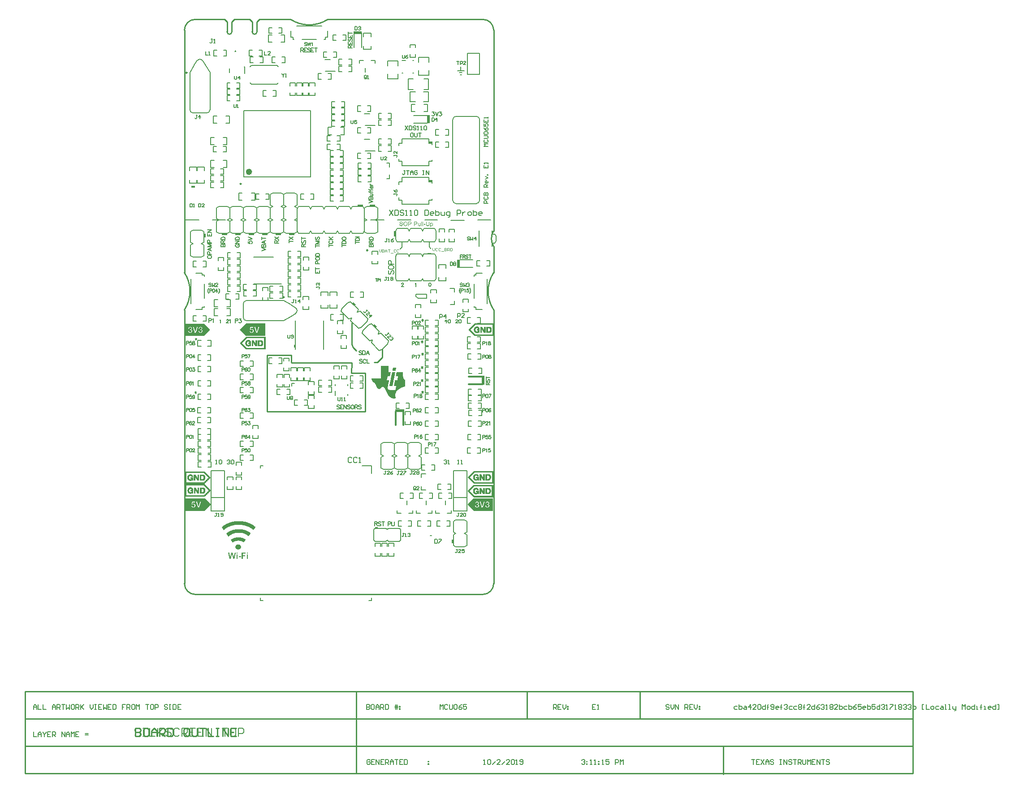
<source format=gto>
G04*
G04 #@! TF.GenerationSoftware,Altium Limited,Altium Designer,18.1.9 (240)*
G04*
G04 Layer_Color=65535*
%FSLAX25Y25*%
%MOIN*%
G70*
G01*
G75*
%ADD10C,0.00500*%
%ADD11C,0.00984*%
%ADD12C,0.00700*%
%ADD13C,0.02362*%
%ADD14C,0.00787*%
%ADD15C,0.01000*%
%ADD16C,0.00800*%
%ADD17C,0.00050*%
%ADD18C,0.00669*%
%ADD19C,0.00600*%
%ADD20C,0.00709*%
%ADD21C,0.01181*%
%ADD22C,0.00394*%
%ADD23C,0.00400*%
%ADD24R,0.03898X0.01373*%
%ADD25R,0.01373X0.03898*%
%ADD26R,0.00787X0.02362*%
%ADD27R,0.02000X0.06000*%
%ADD28R,0.00787X0.03248*%
%ADD29R,0.06890X0.02362*%
%ADD30R,0.01299X0.02756*%
G04:AMPARAMS|DCode=31|XSize=27.56mil|YSize=12.99mil|CornerRadius=0mil|HoleSize=0mil|Usage=FLASHONLY|Rotation=315.000|XOffset=0mil|YOffset=0mil|HoleType=Round|Shape=Rectangle|*
%AMROTATEDRECTD31*
4,1,4,-0.01434,0.00515,-0.00515,0.01434,0.01434,-0.00515,0.00515,-0.01434,-0.01434,0.00515,0.0*
%
%ADD31ROTATEDRECTD31*%

%ADD32R,0.01850X0.00984*%
%ADD33R,0.02748X0.01575*%
%ADD34R,0.02362X0.06890*%
%ADD35R,0.06299X0.01968*%
%ADD36R,0.03150X0.01575*%
%ADD37R,0.03150X0.01023*%
%ADD38R,0.00663X0.00605*%
G36*
X28259Y20887D02*
Y20809D01*
Y20732D01*
X28181D01*
Y20654D01*
Y20576D01*
Y20498D01*
Y20420D01*
X28104D01*
Y20342D01*
Y20265D01*
Y20187D01*
Y20109D01*
X28026D01*
Y20031D01*
Y19953D01*
Y19875D01*
Y19798D01*
X27948D01*
Y19720D01*
Y19642D01*
Y19564D01*
Y19486D01*
Y19408D01*
X27870D01*
Y19331D01*
Y19253D01*
Y19175D01*
Y19097D01*
X27792D01*
Y19019D01*
Y18941D01*
Y18864D01*
Y18786D01*
X27714D01*
Y18708D01*
Y18630D01*
Y18552D01*
Y18474D01*
X27637D01*
Y18397D01*
Y18319D01*
Y18241D01*
Y18163D01*
X27559D01*
Y18085D01*
Y18008D01*
Y17930D01*
Y17852D01*
Y17774D01*
X27481D01*
Y17696D01*
Y17618D01*
Y17540D01*
Y17463D01*
X27403D01*
Y17385D01*
Y17307D01*
Y17229D01*
Y17151D01*
X27325D01*
Y17074D01*
Y16996D01*
Y16918D01*
Y16840D01*
X27247D01*
Y16762D01*
Y16684D01*
Y16607D01*
Y16529D01*
X27169D01*
Y16451D01*
X26391D01*
Y16529D01*
X26313D01*
Y16607D01*
Y16684D01*
Y16762D01*
X26236D01*
Y16840D01*
Y16918D01*
Y16996D01*
Y17074D01*
X26158D01*
Y17151D01*
Y17229D01*
Y17307D01*
Y17385D01*
X26080D01*
Y17463D01*
Y17540D01*
Y17618D01*
Y17696D01*
X26002D01*
Y17774D01*
Y17852D01*
Y17930D01*
Y18008D01*
X25924D01*
Y18085D01*
Y18163D01*
Y18241D01*
Y18319D01*
X25846D01*
Y18397D01*
Y18474D01*
Y18552D01*
X25769D01*
Y18630D01*
Y18708D01*
Y18786D01*
Y18864D01*
X25691D01*
Y18941D01*
Y19019D01*
Y19097D01*
Y19175D01*
X25613D01*
Y19253D01*
Y19331D01*
Y19408D01*
Y19486D01*
X25535D01*
Y19564D01*
Y19642D01*
Y19720D01*
Y19798D01*
X25379D01*
Y19720D01*
X25302D01*
Y19642D01*
Y19564D01*
Y19486D01*
Y19408D01*
X25224D01*
Y19331D01*
Y19253D01*
Y19175D01*
Y19097D01*
X25146D01*
Y19019D01*
Y18941D01*
Y18864D01*
X25068D01*
Y18786D01*
Y18708D01*
Y18630D01*
Y18552D01*
X24990D01*
Y18474D01*
Y18397D01*
Y18319D01*
Y18241D01*
X24912D01*
Y18163D01*
Y18085D01*
Y18008D01*
Y17930D01*
X24835D01*
Y17852D01*
Y17774D01*
Y17696D01*
Y17618D01*
X24757D01*
Y17540D01*
Y17463D01*
Y17385D01*
Y17307D01*
X24679D01*
Y17229D01*
Y17151D01*
Y17074D01*
Y16996D01*
X24601D01*
Y16918D01*
Y16840D01*
Y16762D01*
X24523D01*
Y16684D01*
Y16607D01*
Y16529D01*
Y16451D01*
X23589D01*
Y16529D01*
Y16607D01*
Y16684D01*
Y16762D01*
Y16840D01*
X23511D01*
Y16918D01*
Y16996D01*
Y17074D01*
Y17151D01*
X23434D01*
Y17229D01*
Y17307D01*
Y17385D01*
Y17463D01*
X23356D01*
Y17540D01*
Y17618D01*
Y17696D01*
Y17774D01*
X23278D01*
Y17852D01*
Y17930D01*
Y18008D01*
Y18085D01*
Y18163D01*
X23200D01*
Y18241D01*
Y18319D01*
Y18397D01*
Y18474D01*
X23122D01*
Y18552D01*
Y18630D01*
Y18708D01*
Y18786D01*
X23044D01*
Y18864D01*
Y18941D01*
Y19019D01*
Y19097D01*
Y19175D01*
X22967D01*
Y19253D01*
Y19331D01*
Y19408D01*
Y19486D01*
X22889D01*
Y19564D01*
Y19642D01*
Y19720D01*
Y19798D01*
X22811D01*
Y19875D01*
Y19953D01*
Y20031D01*
Y20109D01*
X22733D01*
Y20187D01*
Y20265D01*
Y20342D01*
Y20420D01*
Y20498D01*
X22655D01*
Y20576D01*
Y20654D01*
Y20732D01*
Y20809D01*
X22578D01*
Y20887D01*
Y20965D01*
X23356D01*
Y20887D01*
X23434D01*
Y20809D01*
Y20732D01*
Y20654D01*
Y20576D01*
Y20498D01*
X23511D01*
Y20420D01*
Y20342D01*
Y20265D01*
Y20187D01*
X23589D01*
Y20109D01*
Y20031D01*
Y19953D01*
Y19875D01*
Y19798D01*
X23667D01*
Y19720D01*
Y19642D01*
Y19564D01*
Y19486D01*
Y19408D01*
X23745D01*
Y19331D01*
Y19253D01*
Y19175D01*
Y19097D01*
X23823D01*
Y19019D01*
Y18941D01*
Y18864D01*
Y18786D01*
Y18708D01*
X23901D01*
Y18630D01*
Y18552D01*
Y18474D01*
Y18397D01*
Y18319D01*
X23979D01*
Y18241D01*
Y18163D01*
Y18085D01*
Y18008D01*
X24056D01*
Y17930D01*
Y17852D01*
X24134D01*
Y17930D01*
X24212D01*
Y18008D01*
Y18085D01*
Y18163D01*
Y18241D01*
X24290D01*
Y18319D01*
Y18397D01*
Y18474D01*
X24368D01*
Y18552D01*
Y18630D01*
Y18708D01*
Y18786D01*
X24445D01*
Y18864D01*
Y18941D01*
Y19019D01*
Y19097D01*
X24523D01*
Y19175D01*
Y19253D01*
Y19331D01*
Y19408D01*
X24601D01*
Y19486D01*
Y19564D01*
Y19642D01*
Y19720D01*
X24679D01*
Y19798D01*
Y19875D01*
Y19953D01*
Y20031D01*
X24757D01*
Y20109D01*
Y20187D01*
Y20265D01*
X24835D01*
Y20342D01*
Y20420D01*
Y20498D01*
Y20576D01*
X24912D01*
Y20654D01*
Y20732D01*
Y20809D01*
Y20887D01*
X24990D01*
Y20965D01*
X25924D01*
Y20887D01*
Y20809D01*
X26002D01*
Y20732D01*
Y20654D01*
Y20576D01*
Y20498D01*
X26080D01*
Y20420D01*
Y20342D01*
Y20265D01*
Y20187D01*
Y20109D01*
X26158D01*
Y20031D01*
Y19953D01*
Y19875D01*
Y19798D01*
X26236D01*
Y19720D01*
Y19642D01*
Y19564D01*
Y19486D01*
X26313D01*
Y19408D01*
Y19331D01*
Y19253D01*
Y19175D01*
X26391D01*
Y19097D01*
Y19019D01*
Y18941D01*
Y18864D01*
X26469D01*
Y18786D01*
Y18708D01*
Y18630D01*
Y18552D01*
X26547D01*
Y18474D01*
Y18397D01*
Y18319D01*
Y18241D01*
X26625D01*
Y18163D01*
Y18085D01*
Y18008D01*
Y17930D01*
X26703D01*
Y17852D01*
X26858D01*
Y17930D01*
Y18008D01*
Y18085D01*
Y18163D01*
Y18241D01*
X26936D01*
Y18319D01*
Y18397D01*
Y18474D01*
Y18552D01*
X27014D01*
Y18630D01*
Y18708D01*
Y18786D01*
Y18864D01*
Y18941D01*
X27092D01*
Y19019D01*
Y19097D01*
Y19175D01*
Y19253D01*
Y19331D01*
X27169D01*
Y19408D01*
Y19486D01*
Y19564D01*
Y19642D01*
X27247D01*
Y19720D01*
Y19798D01*
Y19875D01*
Y19953D01*
Y20031D01*
X27325D01*
Y20109D01*
Y20187D01*
Y20265D01*
Y20342D01*
Y20420D01*
X27403D01*
Y20498D01*
Y20576D01*
Y20654D01*
Y20732D01*
X27481D01*
Y20809D01*
Y20887D01*
Y20965D01*
X28259D01*
Y20887D01*
D02*
G37*
G36*
X29582Y19642D02*
Y19564D01*
Y19486D01*
Y19408D01*
Y19331D01*
Y19253D01*
Y19175D01*
Y19097D01*
Y19019D01*
Y18941D01*
Y18864D01*
Y18786D01*
Y18708D01*
Y18630D01*
Y18552D01*
Y18474D01*
Y18397D01*
Y18319D01*
Y18241D01*
Y18163D01*
Y18085D01*
Y18008D01*
Y17930D01*
Y17852D01*
Y17774D01*
Y17696D01*
Y17618D01*
Y17540D01*
Y17463D01*
Y17385D01*
Y17307D01*
Y17229D01*
Y17151D01*
Y17074D01*
Y16996D01*
Y16918D01*
Y16840D01*
Y16762D01*
Y16684D01*
Y16607D01*
Y16529D01*
Y16451D01*
X28804D01*
Y16529D01*
Y16607D01*
Y16684D01*
Y16762D01*
Y16840D01*
Y16918D01*
Y16996D01*
Y17074D01*
Y17151D01*
Y17229D01*
Y17307D01*
Y17385D01*
Y17463D01*
Y17540D01*
Y17618D01*
Y17696D01*
Y17774D01*
Y17852D01*
Y17930D01*
Y18008D01*
Y18085D01*
Y18163D01*
Y18241D01*
Y18319D01*
Y18397D01*
Y18474D01*
Y18552D01*
Y18630D01*
Y18708D01*
Y18786D01*
Y18864D01*
Y18941D01*
Y19019D01*
Y19097D01*
Y19175D01*
Y19253D01*
Y19331D01*
Y19408D01*
Y19486D01*
Y19564D01*
Y19642D01*
Y19720D01*
X29582D01*
Y19642D01*
D02*
G37*
G36*
Y20887D02*
Y20809D01*
Y20732D01*
Y20654D01*
Y20576D01*
Y20498D01*
Y20420D01*
Y20342D01*
Y20265D01*
Y20187D01*
X28804D01*
Y20265D01*
Y20342D01*
Y20420D01*
Y20498D01*
Y20576D01*
Y20654D01*
Y20732D01*
Y20809D01*
Y20887D01*
Y20965D01*
X29582D01*
Y20887D01*
D02*
G37*
G36*
X32073Y18319D02*
Y18241D01*
Y18163D01*
Y18085D01*
Y18008D01*
Y17930D01*
Y17852D01*
Y17774D01*
Y17696D01*
Y17618D01*
X30439D01*
Y17696D01*
Y17774D01*
Y17852D01*
Y17930D01*
Y18008D01*
Y18085D01*
Y18163D01*
Y18241D01*
Y18319D01*
Y18397D01*
X32073D01*
Y18319D01*
D02*
G37*
G36*
X35653Y20887D02*
Y20809D01*
Y20732D01*
Y20654D01*
Y20576D01*
Y20498D01*
Y20420D01*
Y20342D01*
Y20265D01*
Y20187D01*
X33474D01*
Y20109D01*
Y20031D01*
Y19953D01*
Y19875D01*
Y19798D01*
Y19720D01*
Y19642D01*
Y19564D01*
Y19486D01*
Y19408D01*
Y19331D01*
Y19253D01*
Y19175D01*
X35342D01*
Y19097D01*
Y19019D01*
Y18941D01*
Y18864D01*
Y18786D01*
Y18708D01*
Y18630D01*
Y18552D01*
Y18474D01*
Y18397D01*
X33474D01*
Y18319D01*
Y18241D01*
Y18163D01*
Y18085D01*
Y18008D01*
Y17930D01*
Y17852D01*
Y17774D01*
Y17696D01*
Y17618D01*
Y17540D01*
Y17463D01*
Y17385D01*
Y17307D01*
Y17229D01*
Y17151D01*
Y17074D01*
Y16996D01*
Y16918D01*
Y16840D01*
Y16762D01*
Y16684D01*
Y16607D01*
Y16529D01*
Y16451D01*
X32696D01*
Y16529D01*
Y16607D01*
Y16684D01*
Y16762D01*
Y16840D01*
Y16918D01*
Y16996D01*
Y17074D01*
Y17151D01*
Y17229D01*
Y17307D01*
Y17385D01*
Y17463D01*
Y17540D01*
Y17618D01*
Y17696D01*
Y17774D01*
Y17852D01*
Y17930D01*
Y18008D01*
Y18085D01*
Y18163D01*
Y18241D01*
Y18319D01*
Y18397D01*
Y18474D01*
Y18552D01*
Y18630D01*
Y18708D01*
Y18786D01*
Y18864D01*
Y18941D01*
Y19019D01*
Y19097D01*
Y19175D01*
Y19253D01*
Y19331D01*
Y19408D01*
Y19486D01*
Y19564D01*
Y19642D01*
Y19720D01*
Y19798D01*
Y19875D01*
Y19953D01*
Y20031D01*
Y20109D01*
Y20187D01*
Y20265D01*
Y20342D01*
Y20420D01*
Y20498D01*
Y20576D01*
Y20654D01*
Y20732D01*
Y20809D01*
Y20887D01*
Y20965D01*
X35653D01*
Y20887D01*
D02*
G37*
G36*
X37210Y19642D02*
Y19564D01*
Y19486D01*
Y19408D01*
Y19331D01*
Y19253D01*
Y19175D01*
Y19097D01*
Y19019D01*
Y18941D01*
Y18864D01*
Y18786D01*
Y18708D01*
Y18630D01*
Y18552D01*
Y18474D01*
Y18397D01*
Y18319D01*
Y18241D01*
Y18163D01*
Y18085D01*
Y18008D01*
Y17930D01*
Y17852D01*
Y17774D01*
Y17696D01*
Y17618D01*
Y17540D01*
Y17463D01*
Y17385D01*
Y17307D01*
Y17229D01*
Y17151D01*
Y17074D01*
Y16996D01*
Y16918D01*
Y16840D01*
Y16762D01*
Y16684D01*
Y16607D01*
Y16529D01*
Y16451D01*
X36432D01*
Y16529D01*
Y16607D01*
Y16684D01*
Y16762D01*
Y16840D01*
Y16918D01*
Y16996D01*
Y17074D01*
Y17151D01*
Y17229D01*
Y17307D01*
Y17385D01*
Y17463D01*
Y17540D01*
Y17618D01*
Y17696D01*
Y17774D01*
Y17852D01*
Y17930D01*
Y18008D01*
Y18085D01*
Y18163D01*
Y18241D01*
Y18319D01*
Y18397D01*
Y18474D01*
Y18552D01*
Y18630D01*
Y18708D01*
Y18786D01*
Y18864D01*
Y18941D01*
Y19019D01*
Y19097D01*
Y19175D01*
Y19253D01*
Y19331D01*
Y19408D01*
Y19486D01*
Y19564D01*
Y19642D01*
Y19720D01*
X37210D01*
Y19642D01*
D02*
G37*
G36*
Y20887D02*
Y20809D01*
Y20732D01*
Y20654D01*
Y20576D01*
Y20498D01*
Y20420D01*
Y20342D01*
Y20265D01*
Y20187D01*
X36432D01*
Y20265D01*
Y20342D01*
Y20420D01*
Y20498D01*
Y20576D01*
Y20654D01*
Y20732D01*
Y20809D01*
Y20887D01*
Y20965D01*
X37210D01*
Y20887D01*
D02*
G37*
G36*
X30516Y27036D02*
X30828D01*
Y26958D01*
X30983D01*
Y26880D01*
X31139D01*
Y26802D01*
X31295D01*
Y26725D01*
X31372D01*
Y26647D01*
X31450D01*
Y26569D01*
X31528D01*
Y26491D01*
X31606D01*
Y26413D01*
X31684D01*
Y26335D01*
X31762D01*
Y26258D01*
X31839D01*
Y26180D01*
Y26102D01*
X31917D01*
Y26024D01*
X31995D01*
Y25946D01*
Y25868D01*
Y25791D01*
X32073D01*
Y25713D01*
Y25635D01*
Y25557D01*
Y25479D01*
X32151D01*
Y25401D01*
Y25324D01*
Y25246D01*
Y25168D01*
Y25090D01*
Y25012D01*
X32073D01*
Y24935D01*
Y24857D01*
Y24779D01*
Y24701D01*
X31995D01*
Y24623D01*
Y24545D01*
X31917D01*
Y24467D01*
Y24390D01*
X31839D01*
Y24312D01*
Y24234D01*
X31762D01*
Y24156D01*
X31684D01*
Y24078D01*
X31606D01*
Y24001D01*
X31528D01*
Y23923D01*
X31450D01*
Y23845D01*
X31372D01*
Y23767D01*
X31217D01*
Y23689D01*
X31139D01*
Y23611D01*
X30983D01*
Y23534D01*
X30750D01*
Y23456D01*
X30439D01*
Y23378D01*
X29582D01*
Y23456D01*
X29349D01*
Y23534D01*
X29115D01*
Y23611D01*
X28960D01*
Y23689D01*
X28882D01*
Y23767D01*
X28726D01*
Y23845D01*
X28648D01*
Y23923D01*
X28571D01*
Y24001D01*
X28493D01*
Y24078D01*
X28415D01*
Y24156D01*
X28337D01*
Y24234D01*
X28259D01*
Y24312D01*
Y24390D01*
X28181D01*
Y24467D01*
Y24545D01*
X28104D01*
Y24623D01*
Y24701D01*
X28026D01*
Y24779D01*
Y24857D01*
Y24935D01*
Y25012D01*
X27948D01*
Y25090D01*
Y25168D01*
Y25246D01*
Y25324D01*
Y25401D01*
Y25479D01*
X28026D01*
Y25557D01*
Y25635D01*
Y25713D01*
Y25791D01*
X28104D01*
Y25868D01*
Y25946D01*
Y26024D01*
X28181D01*
Y26102D01*
Y26180D01*
X28259D01*
Y26258D01*
X28337D01*
Y26335D01*
X28415D01*
Y26413D01*
Y26491D01*
X28493D01*
Y26569D01*
X28648D01*
Y26647D01*
X28726D01*
Y26725D01*
X28804D01*
Y26802D01*
X28960D01*
Y26880D01*
X29115D01*
Y26958D01*
X29271D01*
Y27036D01*
X29504D01*
Y27114D01*
X30516D01*
Y27036D01*
D02*
G37*
G36*
X31217Y32329D02*
X31762D01*
Y32251D01*
X32151D01*
Y32173D01*
X32540D01*
Y32095D01*
X32773D01*
Y32017D01*
X33007D01*
Y31939D01*
X33240D01*
Y31861D01*
X33474D01*
Y31784D01*
X33707D01*
Y31706D01*
X33863D01*
Y31628D01*
X34019D01*
Y31550D01*
X34174D01*
Y31472D01*
X34330D01*
Y31394D01*
X34486D01*
Y31317D01*
X34641D01*
Y31239D01*
X34797D01*
Y31161D01*
X34953D01*
Y31083D01*
X35030D01*
Y31005D01*
X35186D01*
Y30928D01*
X35264D01*
Y30850D01*
X35420D01*
Y30772D01*
X35497D01*
Y30694D01*
X35653D01*
Y30616D01*
Y30538D01*
Y30461D01*
X35575D01*
Y30383D01*
X35497D01*
Y30305D01*
X35420D01*
Y30227D01*
X35342D01*
Y30149D01*
Y30071D01*
X35264D01*
Y29994D01*
X35186D01*
Y29916D01*
X35108D01*
Y29838D01*
Y29760D01*
X35030D01*
Y29682D01*
X34953D01*
Y29604D01*
X34875D01*
Y29527D01*
X34797D01*
Y29449D01*
Y29371D01*
X34719D01*
Y29293D01*
X34641D01*
Y29215D01*
X34564D01*
Y29137D01*
X34486D01*
Y29060D01*
Y28982D01*
X34408D01*
Y28904D01*
X34330D01*
Y28826D01*
X34252D01*
Y28748D01*
Y28670D01*
X34174D01*
Y28748D01*
X34019D01*
Y28826D01*
X33941D01*
Y28904D01*
X33785D01*
Y28982D01*
X33630D01*
Y29060D01*
X33474D01*
Y29137D01*
X33318D01*
Y29215D01*
X33163D01*
Y29293D01*
X33007D01*
Y29371D01*
X32773D01*
Y29449D01*
X32618D01*
Y29527D01*
X32384D01*
Y29604D01*
X32073D01*
Y29682D01*
X31762D01*
Y29760D01*
X31372D01*
Y29838D01*
X30750D01*
Y29916D01*
X29660D01*
Y29838D01*
X28960D01*
Y29760D01*
X28571D01*
Y29682D01*
X28259D01*
Y29604D01*
X28026D01*
Y29527D01*
X27792D01*
Y29449D01*
X27559D01*
Y29371D01*
X27325D01*
Y29293D01*
X27169D01*
Y29215D01*
X27014D01*
Y29137D01*
X26858D01*
Y29060D01*
X26703D01*
Y28982D01*
X26547D01*
Y28904D01*
X26469D01*
Y28826D01*
X26313D01*
Y28748D01*
X26236D01*
Y28670D01*
X26080D01*
Y28593D01*
X26002D01*
Y28515D01*
X25924D01*
Y28593D01*
X25846D01*
Y28670D01*
Y28748D01*
X25769D01*
Y28826D01*
X25691D01*
Y28904D01*
X25613D01*
Y28982D01*
Y29060D01*
X25535D01*
Y29137D01*
X25457D01*
Y29215D01*
Y29293D01*
X25379D01*
Y29371D01*
X25302D01*
Y29449D01*
X25224D01*
Y29527D01*
Y29604D01*
X25146D01*
Y29682D01*
X25068D01*
Y29760D01*
Y29838D01*
X24990D01*
Y29916D01*
X24912D01*
Y29994D01*
X24835D01*
Y30071D01*
Y30149D01*
X24757D01*
Y30227D01*
X24679D01*
Y30305D01*
Y30383D01*
X24601D01*
Y30461D01*
X24523D01*
Y30538D01*
X24601D01*
Y30616D01*
X24757D01*
Y30694D01*
X24835D01*
Y30772D01*
X24912D01*
Y30850D01*
X25068D01*
Y30928D01*
X25146D01*
Y31005D01*
X25302D01*
Y31083D01*
X25457D01*
Y31161D01*
X25535D01*
Y31239D01*
X25691D01*
Y31317D01*
X25846D01*
Y31394D01*
X26002D01*
Y31472D01*
X26158D01*
Y31550D01*
X26313D01*
Y31628D01*
X26469D01*
Y31706D01*
X26703D01*
Y31784D01*
X26858D01*
Y31861D01*
X27092D01*
Y31939D01*
X27325D01*
Y32017D01*
X27559D01*
Y32095D01*
X27870D01*
Y32173D01*
X28181D01*
Y32251D01*
X28571D01*
Y32329D01*
X29115D01*
Y32406D01*
X31217D01*
Y32329D01*
D02*
G37*
G36*
X31917Y44392D02*
X32773D01*
Y44315D01*
X33396D01*
Y44237D01*
X33941D01*
Y44159D01*
X34330D01*
Y44081D01*
X34719D01*
Y44003D01*
X35108D01*
Y43925D01*
X35420D01*
Y43848D01*
X35731D01*
Y43770D01*
X35965D01*
Y43692D01*
X36276D01*
Y43614D01*
X36509D01*
Y43536D01*
X36743D01*
Y43458D01*
X36976D01*
Y43381D01*
X37210D01*
Y43303D01*
X37443D01*
Y43225D01*
X37677D01*
Y43147D01*
X37832D01*
Y43069D01*
X38066D01*
Y42991D01*
X38222D01*
Y42914D01*
X38455D01*
Y42836D01*
X38611D01*
Y42758D01*
X38767D01*
Y42680D01*
X38922D01*
Y42602D01*
X39156D01*
Y42524D01*
X39311D01*
Y42447D01*
X39467D01*
Y42369D01*
X39623D01*
Y42291D01*
X39778D01*
Y42213D01*
X39856D01*
Y42135D01*
X40012D01*
Y42057D01*
X40167D01*
Y41980D01*
X40323D01*
Y41902D01*
X40479D01*
Y41824D01*
X40557D01*
Y41746D01*
X40712D01*
Y41668D01*
X40790D01*
Y41590D01*
X40946D01*
Y41513D01*
X41101D01*
Y41435D01*
X41179D01*
Y41357D01*
X41335D01*
Y41279D01*
X41413D01*
Y41201D01*
X41568D01*
Y41124D01*
X41646D01*
Y41046D01*
X41724D01*
Y40968D01*
X41880D01*
Y40890D01*
X41958D01*
Y40812D01*
X42113D01*
Y40734D01*
X42191D01*
Y40657D01*
X42269D01*
Y40579D01*
X42347D01*
Y40501D01*
X42502D01*
Y40423D01*
X42580D01*
Y40345D01*
X42658D01*
Y40267D01*
X42736D01*
Y40189D01*
X42814D01*
Y40112D01*
X42969D01*
Y40034D01*
X43047D01*
Y39956D01*
X42969D01*
Y39878D01*
Y39800D01*
X42892D01*
Y39722D01*
X42814D01*
Y39645D01*
X42736D01*
Y39567D01*
X42658D01*
Y39489D01*
Y39411D01*
X42580D01*
Y39333D01*
X42502D01*
Y39255D01*
X42425D01*
Y39178D01*
Y39100D01*
X42347D01*
Y39022D01*
X42269D01*
Y38944D01*
X42191D01*
Y38866D01*
X42113D01*
Y38789D01*
Y38711D01*
X42035D01*
Y38633D01*
X41958D01*
Y38555D01*
X41880D01*
Y38477D01*
X41802D01*
Y38399D01*
Y38322D01*
X41724D01*
Y38244D01*
X41646D01*
Y38166D01*
X41568D01*
Y38088D01*
Y38010D01*
X41491D01*
Y37932D01*
X41413D01*
Y37855D01*
X41335D01*
Y37777D01*
X41257D01*
Y37855D01*
X41179D01*
Y37932D01*
X41101D01*
Y38010D01*
X41024D01*
Y38088D01*
X40946D01*
Y38166D01*
X40868D01*
Y38244D01*
X40790D01*
Y38322D01*
X40634D01*
Y38399D01*
X40557D01*
Y38477D01*
X40479D01*
Y38555D01*
X40401D01*
Y38633D01*
X40245D01*
Y38711D01*
X40167D01*
Y38789D01*
X40090D01*
Y38866D01*
X39934D01*
Y38944D01*
X39856D01*
Y39022D01*
X39778D01*
Y39100D01*
X39623D01*
Y39178D01*
X39545D01*
Y39255D01*
X39389D01*
Y39333D01*
X39311D01*
Y39411D01*
X39156D01*
Y39489D01*
X39000D01*
Y39567D01*
X38844D01*
Y39645D01*
X38767D01*
Y39722D01*
X38611D01*
Y39800D01*
X38455D01*
Y39878D01*
X38300D01*
Y39956D01*
X38144D01*
Y40034D01*
X37988D01*
Y40112D01*
X37832D01*
Y40189D01*
X37677D01*
Y40267D01*
X37443D01*
Y40345D01*
X37288D01*
Y40423D01*
X37132D01*
Y40501D01*
X36898D01*
Y40579D01*
X36743D01*
Y40657D01*
X36509D01*
Y40734D01*
X36276D01*
Y40812D01*
X36042D01*
Y40890D01*
X35731D01*
Y40968D01*
X35497D01*
Y41046D01*
X35264D01*
Y41124D01*
X34875D01*
Y41201D01*
X34564D01*
Y41279D01*
X34252D01*
Y41357D01*
X33863D01*
Y41435D01*
X33318D01*
Y41513D01*
X32851D01*
Y41590D01*
X32073D01*
Y41668D01*
X28648D01*
Y41590D01*
X27948D01*
Y41513D01*
X27325D01*
Y41435D01*
X26858D01*
Y41357D01*
X26469D01*
Y41279D01*
X26158D01*
Y41201D01*
X25769D01*
Y41124D01*
X25535D01*
Y41046D01*
X25224D01*
Y40968D01*
X24990D01*
Y40890D01*
X24679D01*
Y40812D01*
X24445D01*
Y40734D01*
X24212D01*
Y40657D01*
X24056D01*
Y40579D01*
X23823D01*
Y40501D01*
X23589D01*
Y40423D01*
X23434D01*
Y40345D01*
X23278D01*
Y40267D01*
X23044D01*
Y40189D01*
X22889D01*
Y40112D01*
X22733D01*
Y40034D01*
X22578D01*
Y39956D01*
X22422D01*
Y39878D01*
X22266D01*
Y39800D01*
X22110D01*
Y39722D01*
X21955D01*
Y39645D01*
X21877D01*
Y39567D01*
X21721D01*
Y39489D01*
X21566D01*
Y39411D01*
X21488D01*
Y39333D01*
X21332D01*
Y39255D01*
X21177D01*
Y39178D01*
X21099D01*
Y39100D01*
X21021D01*
Y39022D01*
X20865D01*
Y38944D01*
X20787D01*
Y38866D01*
X20632D01*
Y38789D01*
X20554D01*
Y38711D01*
X20476D01*
Y38633D01*
X20320D01*
Y38555D01*
X20243D01*
Y38477D01*
X20165D01*
Y38399D01*
X20087D01*
Y38322D01*
X20009D01*
Y38244D01*
X19853D01*
Y38166D01*
X19775D01*
Y38088D01*
X19698D01*
Y38010D01*
X19620D01*
Y37932D01*
X19542D01*
Y37855D01*
X19464D01*
Y37777D01*
X19386D01*
Y37699D01*
X19308D01*
Y37777D01*
Y37855D01*
X19231D01*
Y37932D01*
X19153D01*
Y38010D01*
Y38088D01*
X19075D01*
Y38166D01*
X18997D01*
Y38244D01*
X18919D01*
Y38322D01*
Y38399D01*
X18842D01*
Y38477D01*
X18764D01*
Y38555D01*
Y38633D01*
X18686D01*
Y38711D01*
X18608D01*
Y38789D01*
X18530D01*
Y38866D01*
Y38944D01*
X18452D01*
Y39022D01*
X18375D01*
Y39100D01*
Y39178D01*
X18297D01*
Y39255D01*
X18219D01*
Y39333D01*
X18141D01*
Y39411D01*
Y39489D01*
X18063D01*
Y39567D01*
X17985D01*
Y39645D01*
Y39722D01*
X17908D01*
Y39800D01*
X17830D01*
Y39878D01*
X17752D01*
Y39956D01*
X17830D01*
Y40034D01*
X17908D01*
Y40112D01*
X18063D01*
Y40189D01*
X18141D01*
Y40267D01*
X18219D01*
Y40345D01*
X18297D01*
Y40423D01*
X18375D01*
Y40501D01*
X18530D01*
Y40579D01*
X18608D01*
Y40657D01*
X18686D01*
Y40734D01*
X18842D01*
Y40812D01*
X18919D01*
Y40890D01*
X18997D01*
Y40968D01*
X19153D01*
Y41046D01*
X19231D01*
Y41124D01*
X19308D01*
Y41201D01*
X19464D01*
Y41279D01*
X19542D01*
Y41357D01*
X19698D01*
Y41435D01*
X19775D01*
Y41513D01*
X19931D01*
Y41590D01*
X20087D01*
Y41668D01*
X20165D01*
Y41746D01*
X20320D01*
Y41824D01*
X20476D01*
Y41902D01*
X20554D01*
Y41980D01*
X20709D01*
Y42057D01*
X20865D01*
Y42135D01*
X21021D01*
Y42213D01*
X21099D01*
Y42291D01*
X21254D01*
Y42369D01*
X21410D01*
Y42447D01*
X21644D01*
Y42524D01*
X21799D01*
Y42602D01*
X21955D01*
Y42680D01*
X22110D01*
Y42758D01*
X22266D01*
Y42836D01*
X22422D01*
Y42914D01*
X22655D01*
Y42991D01*
X22811D01*
Y43069D01*
X23044D01*
Y43147D01*
X23200D01*
Y43225D01*
X23434D01*
Y43303D01*
X23667D01*
Y43381D01*
X23901D01*
Y43458D01*
X24134D01*
Y43536D01*
X24368D01*
Y43614D01*
X24601D01*
Y43692D01*
X24912D01*
Y43770D01*
X25146D01*
Y43848D01*
X25457D01*
Y43925D01*
X25769D01*
Y44003D01*
X26158D01*
Y44081D01*
X26547D01*
Y44159D01*
X26936D01*
Y44237D01*
X27481D01*
Y44315D01*
X28104D01*
Y44392D01*
X28882D01*
Y44470D01*
X31917D01*
Y44392D01*
D02*
G37*
G36*
X31684Y38399D02*
X32462D01*
Y38322D01*
X33007D01*
Y38244D01*
X33474D01*
Y38166D01*
X33863D01*
Y38088D01*
X34174D01*
Y38010D01*
X34486D01*
Y37932D01*
X34797D01*
Y37855D01*
X35030D01*
Y37777D01*
X35264D01*
Y37699D01*
X35497D01*
Y37621D01*
X35731D01*
Y37543D01*
X35965D01*
Y37465D01*
X36120D01*
Y37388D01*
X36354D01*
Y37310D01*
X36509D01*
Y37232D01*
X36665D01*
Y37154D01*
X36898D01*
Y37076D01*
X37054D01*
Y36998D01*
X37210D01*
Y36921D01*
X37365D01*
Y36843D01*
X37521D01*
Y36765D01*
X37599D01*
Y36687D01*
X37755D01*
Y36609D01*
X37910D01*
Y36531D01*
X37988D01*
Y36454D01*
X38144D01*
Y36376D01*
X38300D01*
Y36298D01*
X38377D01*
Y36220D01*
X38533D01*
Y36142D01*
X38611D01*
Y36064D01*
X38689D01*
Y35987D01*
X38844D01*
Y35909D01*
X38922D01*
Y35831D01*
X39000D01*
Y35753D01*
X39156D01*
Y35675D01*
X39233D01*
Y35597D01*
X39311D01*
Y35520D01*
X39389D01*
Y35442D01*
X39467D01*
Y35364D01*
X39389D01*
Y35286D01*
X39311D01*
Y35208D01*
Y35131D01*
X39233D01*
Y35053D01*
X39156D01*
Y34975D01*
X39078D01*
Y34897D01*
X39000D01*
Y34819D01*
Y34741D01*
X38922D01*
Y34664D01*
X38844D01*
Y34586D01*
X38767D01*
Y34508D01*
Y34430D01*
X38689D01*
Y34352D01*
X38611D01*
Y34274D01*
X38533D01*
Y34196D01*
X38455D01*
Y34119D01*
Y34041D01*
X38377D01*
Y33963D01*
X38300D01*
Y33885D01*
X38222D01*
Y33807D01*
X38144D01*
Y33729D01*
Y33652D01*
X38066D01*
Y33574D01*
X37988D01*
Y33496D01*
X37910D01*
Y33418D01*
Y33340D01*
X37832D01*
Y33263D01*
X37755D01*
Y33185D01*
X37677D01*
Y33263D01*
X37599D01*
Y33340D01*
X37521D01*
Y33418D01*
X37443D01*
Y33496D01*
X37365D01*
Y33574D01*
X37288D01*
Y33652D01*
X37210D01*
Y33729D01*
X37054D01*
Y33807D01*
X36976D01*
Y33885D01*
X36898D01*
Y33963D01*
X36743D01*
Y34041D01*
X36665D01*
Y34119D01*
X36587D01*
Y34196D01*
X36432D01*
Y34274D01*
X36276D01*
Y34352D01*
X36198D01*
Y34430D01*
X36042D01*
Y34508D01*
X35887D01*
Y34586D01*
X35731D01*
Y34664D01*
X35575D01*
Y34741D01*
X35420D01*
Y34819D01*
X35264D01*
Y34897D01*
X35108D01*
Y34975D01*
X34953D01*
Y35053D01*
X34719D01*
Y35131D01*
X34486D01*
Y35208D01*
X34252D01*
Y35286D01*
X34019D01*
Y35364D01*
X33785D01*
Y35442D01*
X33474D01*
Y35520D01*
X33163D01*
Y35597D01*
X32773D01*
Y35675D01*
X32307D01*
Y35753D01*
X31684D01*
Y35831D01*
X29349D01*
Y35753D01*
X28648D01*
Y35675D01*
X28181D01*
Y35597D01*
X27792D01*
Y35520D01*
X27481D01*
Y35442D01*
X27169D01*
Y35364D01*
X26936D01*
Y35286D01*
X26703D01*
Y35208D01*
X26469D01*
Y35131D01*
X26236D01*
Y35053D01*
X26080D01*
Y34975D01*
X25846D01*
Y34897D01*
X25691D01*
Y34819D01*
X25535D01*
Y34741D01*
X25379D01*
Y34664D01*
X25224D01*
Y34586D01*
X25068D01*
Y34508D01*
X24912D01*
Y34430D01*
X24757D01*
Y34352D01*
X24679D01*
Y34274D01*
X24523D01*
Y34196D01*
X24445D01*
Y34119D01*
X24290D01*
Y34041D01*
X24212D01*
Y33963D01*
X24056D01*
Y33885D01*
X23979D01*
Y33807D01*
X23901D01*
Y33729D01*
X23823D01*
Y33652D01*
X23667D01*
Y33574D01*
X23589D01*
Y33496D01*
X23511D01*
Y33418D01*
X23434D01*
Y33340D01*
X23356D01*
Y33263D01*
X23278D01*
Y33185D01*
X23200D01*
Y33107D01*
X23122D01*
Y33029D01*
X23044D01*
Y32951D01*
X22967D01*
Y32873D01*
X22811D01*
Y32951D01*
X22733D01*
Y33029D01*
X22655D01*
Y33107D01*
Y33185D01*
X22578D01*
Y33263D01*
X22500D01*
Y33340D01*
Y33418D01*
X22422D01*
Y33496D01*
X22344D01*
Y33574D01*
X22266D01*
Y33652D01*
Y33729D01*
X22188D01*
Y33807D01*
X22110D01*
Y33885D01*
Y33963D01*
X22033D01*
Y34041D01*
X21955D01*
Y34119D01*
X21877D01*
Y34196D01*
Y34274D01*
X21799D01*
Y34352D01*
X21721D01*
Y34430D01*
Y34508D01*
X21644D01*
Y34586D01*
X21566D01*
Y34664D01*
X21488D01*
Y34741D01*
Y34819D01*
X21410D01*
Y34897D01*
X21332D01*
Y34975D01*
Y35053D01*
X21254D01*
Y35131D01*
Y35208D01*
X21332D01*
Y35286D01*
X21410D01*
Y35364D01*
X21488D01*
Y35442D01*
X21566D01*
Y35520D01*
X21644D01*
Y35597D01*
X21721D01*
Y35675D01*
X21877D01*
Y35753D01*
X21955D01*
Y35831D01*
X22033D01*
Y35909D01*
X22110D01*
Y35987D01*
X22266D01*
Y36064D01*
X22344D01*
Y36142D01*
X22500D01*
Y36220D01*
X22578D01*
Y36298D01*
X22733D01*
Y36376D01*
X22811D01*
Y36454D01*
X22967D01*
Y36531D01*
X23122D01*
Y36609D01*
X23200D01*
Y36687D01*
X23356D01*
Y36765D01*
X23511D01*
Y36843D01*
X23667D01*
Y36921D01*
X23823D01*
Y36998D01*
X23979D01*
Y37076D01*
X24134D01*
Y37154D01*
X24290D01*
Y37232D01*
X24445D01*
Y37310D01*
X24601D01*
Y37388D01*
X24835D01*
Y37465D01*
X25068D01*
Y37543D01*
X25224D01*
Y37621D01*
X25457D01*
Y37699D01*
X25691D01*
Y37777D01*
X25924D01*
Y37855D01*
X26236D01*
Y37932D01*
X26469D01*
Y38010D01*
X26780D01*
Y38088D01*
X27092D01*
Y38166D01*
X27559D01*
Y38244D01*
X27948D01*
Y38322D01*
X28493D01*
Y38399D01*
X29349D01*
Y38477D01*
X31684D01*
Y38399D01*
D02*
G37*
G36*
X147503Y158448D02*
Y158348D01*
Y158248D01*
Y158148D01*
X147403D01*
Y158048D01*
Y157948D01*
Y157848D01*
Y157748D01*
Y157648D01*
X147303D01*
Y157548D01*
Y157448D01*
Y157348D01*
Y157248D01*
Y157148D01*
X147203D01*
Y157048D01*
Y156948D01*
Y156848D01*
Y156748D01*
Y156648D01*
X147103D01*
Y156548D01*
Y156448D01*
Y156348D01*
Y156248D01*
X144703D01*
Y156348D01*
Y156448D01*
X144803D01*
Y156548D01*
Y156648D01*
Y156748D01*
Y156848D01*
Y156948D01*
X144903D01*
Y157048D01*
Y157148D01*
Y157248D01*
Y157348D01*
Y157448D01*
X145003D01*
Y157548D01*
Y157648D01*
Y157748D01*
Y157848D01*
Y157948D01*
X145103D01*
Y158048D01*
Y158148D01*
Y158248D01*
Y158348D01*
Y158448D01*
X145203D01*
Y158548D01*
X147503D01*
Y158448D01*
D02*
G37*
G36*
X146903Y155148D02*
Y155048D01*
X146803D01*
Y154948D01*
Y154848D01*
Y154748D01*
Y154648D01*
Y154548D01*
X146703D01*
Y154448D01*
Y154348D01*
Y154248D01*
Y154148D01*
Y154048D01*
X146603D01*
Y153948D01*
Y153848D01*
Y153748D01*
Y153648D01*
Y153548D01*
X146503D01*
Y153448D01*
Y153348D01*
Y153248D01*
Y153148D01*
Y153048D01*
X146403D01*
Y152948D01*
Y152848D01*
Y152748D01*
Y152648D01*
Y152548D01*
X146303D01*
Y152448D01*
Y152348D01*
Y152248D01*
Y152148D01*
Y152048D01*
X146203D01*
Y151948D01*
Y151848D01*
Y151748D01*
Y151648D01*
Y151548D01*
X146103D01*
Y151448D01*
Y151348D01*
Y151248D01*
Y151148D01*
Y151048D01*
X146003D01*
Y150948D01*
Y150848D01*
Y150748D01*
Y150648D01*
Y150548D01*
X145903D01*
Y150448D01*
Y150348D01*
Y150248D01*
Y150148D01*
Y150048D01*
X145803D01*
Y149948D01*
Y149848D01*
Y149748D01*
Y149648D01*
Y149548D01*
X145703D01*
Y149448D01*
Y149348D01*
Y149248D01*
Y149148D01*
Y149048D01*
X145603D01*
Y148948D01*
Y148848D01*
Y148748D01*
Y148648D01*
Y148548D01*
X145503D01*
Y148448D01*
Y148348D01*
Y148248D01*
Y148148D01*
Y148048D01*
X145403D01*
Y147948D01*
Y147848D01*
Y147748D01*
Y147648D01*
Y147548D01*
X145303D01*
Y147448D01*
Y147348D01*
Y147248D01*
Y147148D01*
Y147048D01*
X145203D01*
Y146948D01*
Y146848D01*
Y146748D01*
Y146648D01*
Y146548D01*
X145103D01*
Y146448D01*
Y146348D01*
Y146248D01*
Y146148D01*
Y146048D01*
X145003D01*
Y145948D01*
Y145848D01*
Y145748D01*
Y145648D01*
Y145548D01*
X144903D01*
Y145448D01*
Y145348D01*
Y145248D01*
Y145148D01*
Y145048D01*
X142503D01*
Y145148D01*
Y145248D01*
Y145348D01*
X142603D01*
Y145448D01*
Y145548D01*
Y145648D01*
Y145748D01*
Y145848D01*
X142703D01*
Y145948D01*
Y146048D01*
Y146148D01*
Y146248D01*
Y146348D01*
X142803D01*
Y146448D01*
Y146548D01*
Y146648D01*
Y146748D01*
Y146848D01*
X142903D01*
Y146948D01*
Y147048D01*
Y147148D01*
Y147248D01*
Y147348D01*
X143003D01*
Y147448D01*
Y147548D01*
Y147648D01*
Y147748D01*
Y147848D01*
X143103D01*
Y147948D01*
Y148048D01*
Y148148D01*
Y148248D01*
Y148348D01*
X143203D01*
Y148448D01*
Y148548D01*
Y148648D01*
Y148748D01*
Y148848D01*
X143303D01*
Y148948D01*
Y149048D01*
Y149148D01*
Y149248D01*
Y149348D01*
X143403D01*
Y149448D01*
Y149548D01*
Y149648D01*
Y149748D01*
Y149848D01*
X143503D01*
Y149948D01*
Y150048D01*
Y150148D01*
Y150248D01*
Y150348D01*
X143603D01*
Y150448D01*
Y150548D01*
Y150648D01*
Y150748D01*
Y150848D01*
X143703D01*
Y150948D01*
Y151048D01*
Y151148D01*
Y151248D01*
Y151348D01*
X143803D01*
Y151448D01*
Y151548D01*
Y151648D01*
Y151748D01*
Y151848D01*
X143903D01*
Y151948D01*
Y152048D01*
Y152148D01*
Y152248D01*
Y152348D01*
X144003D01*
Y152448D01*
Y152548D01*
Y152648D01*
Y152748D01*
Y152848D01*
X144103D01*
Y152948D01*
Y153048D01*
Y153148D01*
Y153248D01*
Y153348D01*
X144203D01*
Y153448D01*
Y153548D01*
Y153648D01*
Y153748D01*
Y153848D01*
X144303D01*
Y153948D01*
Y154048D01*
Y154148D01*
Y154248D01*
Y154348D01*
X144403D01*
Y154448D01*
Y154548D01*
Y154648D01*
Y154748D01*
Y154848D01*
X144503D01*
Y154948D01*
Y155048D01*
Y155148D01*
Y155248D01*
X146903D01*
Y155148D01*
D02*
G37*
G36*
X141903Y155248D02*
X143503D01*
Y155148D01*
X143403D01*
Y154648D01*
X143303D01*
Y154148D01*
X143203D01*
Y153648D01*
X143103D01*
Y153148D01*
X143003D01*
Y152648D01*
X142903D01*
Y152248D01*
X141203D01*
Y151948D01*
X141103D01*
Y151448D01*
X141003D01*
Y150948D01*
X140903D01*
Y150448D01*
X140803D01*
Y149948D01*
X140703D01*
Y149448D01*
X142303D01*
Y149048D01*
X142203D01*
Y148548D01*
X142103D01*
Y148048D01*
X142003D01*
Y147548D01*
X141903D01*
Y147048D01*
X141803D01*
Y146548D01*
X141703D01*
Y146048D01*
X141603D01*
Y145548D01*
X141503D01*
Y145048D01*
X141403D01*
Y144548D01*
X141303D01*
Y144048D01*
X141203D01*
Y143248D01*
X141303D01*
Y142948D01*
X141403D01*
Y142748D01*
X141503D01*
Y142648D01*
X141603D01*
Y142548D01*
X141703D01*
Y142448D01*
X141903D01*
Y142348D01*
X142103D01*
Y142248D01*
X142503D01*
Y142148D01*
X143103D01*
Y142048D01*
X147003D01*
Y142348D01*
X147103D01*
Y142848D01*
X147203D01*
Y143348D01*
X147303D01*
Y143848D01*
X147403D01*
Y144348D01*
X147503D01*
Y144848D01*
X147603D01*
Y145048D01*
X146303D01*
Y145148D01*
X146103D01*
Y145248D01*
X146003D01*
Y146148D01*
X146103D01*
Y146548D01*
X146203D01*
Y147048D01*
X146303D01*
Y147548D01*
X146403D01*
Y148048D01*
X146503D01*
Y148548D01*
X146603D01*
Y149048D01*
X146703D01*
Y149448D01*
X148503D01*
Y149948D01*
X148603D01*
Y150448D01*
X148703D01*
Y150948D01*
X148803D01*
Y151448D01*
X148903D01*
Y151948D01*
X149003D01*
Y152248D01*
X147303D01*
Y152548D01*
X147403D01*
Y153048D01*
X147503D01*
Y153548D01*
X147603D01*
Y154048D01*
X147703D01*
Y154548D01*
X147803D01*
Y155048D01*
X147903D01*
Y155248D01*
X152703D01*
Y151848D01*
X152803D01*
Y151348D01*
X152903D01*
Y150948D01*
X153003D01*
Y150748D01*
X153103D01*
Y150548D01*
X153203D01*
Y150348D01*
X153303D01*
Y150248D01*
X153403D01*
Y150048D01*
X153503D01*
Y149948D01*
X153603D01*
Y149848D01*
X153703D01*
Y149748D01*
X153803D01*
Y149648D01*
X154003D01*
Y149548D01*
X154103D01*
Y144648D01*
X153903D01*
Y144548D01*
X153603D01*
Y144448D01*
X153203D01*
Y144348D01*
X152903D01*
Y144248D01*
X152603D01*
Y144148D01*
X152303D01*
Y144048D01*
X152103D01*
Y143948D01*
X151803D01*
Y143848D01*
X151603D01*
Y143748D01*
X151403D01*
Y143648D01*
X151203D01*
Y143548D01*
X151003D01*
Y143448D01*
X150803D01*
Y143348D01*
X150603D01*
Y143248D01*
X150403D01*
Y143148D01*
X150303D01*
Y143048D01*
X150103D01*
Y142948D01*
X149903D01*
Y142848D01*
X149803D01*
Y142748D01*
X149703D01*
Y142648D01*
X149503D01*
Y142548D01*
X149403D01*
Y142448D01*
X149303D01*
Y142348D01*
X149103D01*
Y142248D01*
X149003D01*
Y142148D01*
X148903D01*
Y142048D01*
X148803D01*
Y141948D01*
X148703D01*
Y141848D01*
X148603D01*
Y141748D01*
X148503D01*
Y141648D01*
X148403D01*
Y141548D01*
X148303D01*
Y141448D01*
X148203D01*
Y141348D01*
X148103D01*
Y141248D01*
X148003D01*
Y141048D01*
X147903D01*
Y140948D01*
X147803D01*
Y140848D01*
X147703D01*
Y140648D01*
X147603D01*
Y140548D01*
X147503D01*
Y140348D01*
X147403D01*
Y140148D01*
X147303D01*
Y139948D01*
X147203D01*
Y139748D01*
X147103D01*
Y139448D01*
X147003D01*
Y139048D01*
X146903D01*
Y137548D01*
X147003D01*
Y137048D01*
X147103D01*
Y136648D01*
X147203D01*
Y136348D01*
X147303D01*
Y136148D01*
X147403D01*
Y135948D01*
X147203D01*
Y135848D01*
X146903D01*
Y135748D01*
X146403D01*
Y135648D01*
X145303D01*
Y135748D01*
X144803D01*
Y135848D01*
X144503D01*
Y135948D01*
X144203D01*
Y136048D01*
X144003D01*
Y136148D01*
X143803D01*
Y136248D01*
X143703D01*
Y136348D01*
X143503D01*
Y136448D01*
X143403D01*
Y136548D01*
X143203D01*
Y136648D01*
X143103D01*
Y136748D01*
X143003D01*
Y136848D01*
X142803D01*
Y136948D01*
X142703D01*
Y137048D01*
X142603D01*
Y137148D01*
X142503D01*
Y137248D01*
X142403D01*
Y137348D01*
X142303D01*
Y137448D01*
X142203D01*
Y137548D01*
X142103D01*
Y137748D01*
X142003D01*
Y137848D01*
X141903D01*
Y137948D01*
X141803D01*
Y138048D01*
X141703D01*
Y138248D01*
X141603D01*
Y138348D01*
X141503D01*
Y138548D01*
X141403D01*
Y138748D01*
X141303D01*
Y138848D01*
X141203D01*
Y139048D01*
X141103D01*
Y139248D01*
X141003D01*
Y139448D01*
X140903D01*
Y139648D01*
X140803D01*
Y139848D01*
X140703D01*
Y140048D01*
X140603D01*
Y140248D01*
X140503D01*
Y140448D01*
X140403D01*
Y140648D01*
X140303D01*
Y140848D01*
X140203D01*
Y141148D01*
X140103D01*
Y141348D01*
X140003D01*
Y141548D01*
X139903D01*
Y141748D01*
X139803D01*
Y141948D01*
X139703D01*
Y142148D01*
X139603D01*
Y142348D01*
X139503D01*
Y142548D01*
X139403D01*
Y142748D01*
X139303D01*
Y142948D01*
X139203D01*
Y143148D01*
X139103D01*
Y143248D01*
X139003D01*
Y143448D01*
X138903D01*
Y143548D01*
X138803D01*
Y143648D01*
X138703D01*
Y143748D01*
X138603D01*
Y143848D01*
X138503D01*
Y143948D01*
X138403D01*
Y144048D01*
X138303D01*
Y144148D01*
X138103D01*
Y144248D01*
X137703D01*
Y144348D01*
X137503D01*
Y144248D01*
X137003D01*
Y144148D01*
X136803D01*
Y144048D01*
X136603D01*
Y143948D01*
X136503D01*
Y143848D01*
X136403D01*
Y143748D01*
X136303D01*
Y143648D01*
X136203D01*
Y143548D01*
X136103D01*
Y143448D01*
X136003D01*
Y143348D01*
X135903D01*
Y143248D01*
X135803D01*
Y143148D01*
X135703D01*
Y143048D01*
X135603D01*
Y142948D01*
X135503D01*
Y142848D01*
X135303D01*
Y142748D01*
X134503D01*
Y142848D01*
X134203D01*
Y142948D01*
X134003D01*
Y143048D01*
X133903D01*
Y143148D01*
X133803D01*
Y143248D01*
X133603D01*
Y143448D01*
X133503D01*
Y143548D01*
X133403D01*
Y143648D01*
X133303D01*
Y143848D01*
X133203D01*
Y144048D01*
X133103D01*
Y144248D01*
X133003D01*
Y144448D01*
X132903D01*
Y144648D01*
X132803D01*
Y144848D01*
X132703D01*
Y145148D01*
X132603D01*
Y145348D01*
X132503D01*
Y145648D01*
X132403D01*
Y145848D01*
X132303D01*
Y146148D01*
X132203D01*
Y146248D01*
X132103D01*
Y146448D01*
X132003D01*
Y146548D01*
X131903D01*
Y146748D01*
X131803D01*
Y146848D01*
X131703D01*
Y146948D01*
X131603D01*
Y147048D01*
X131503D01*
Y147148D01*
X131403D01*
Y147248D01*
X131303D01*
Y147348D01*
X131203D01*
Y147448D01*
X131103D01*
Y147548D01*
X131003D01*
Y147648D01*
X130903D01*
Y147748D01*
X130703D01*
Y147848D01*
X130603D01*
Y147948D01*
X130503D01*
Y148048D01*
X130403D01*
Y148148D01*
X130303D01*
Y148248D01*
X130203D01*
Y148348D01*
X130103D01*
Y148448D01*
X130003D01*
Y148548D01*
X129903D01*
Y148748D01*
X129803D01*
Y148848D01*
X129703D01*
Y149048D01*
X129603D01*
Y149248D01*
X129503D01*
Y149448D01*
X129403D01*
Y149648D01*
X129303D01*
Y150048D01*
X129203D01*
Y150548D01*
X136103D01*
Y159848D01*
X141903D01*
Y155248D01*
D02*
G37*
G36*
X151348Y267416D02*
X151380D01*
X151468Y267407D01*
X151565Y267393D01*
X151666Y267370D01*
X151777Y267342D01*
X151879Y267305D01*
X151884D01*
X151893Y267300D01*
X151907Y267291D01*
X151925Y267282D01*
X151971Y267259D01*
X152032Y267217D01*
X152101Y267171D01*
X152170Y267111D01*
X152235Y267042D01*
X152295Y266963D01*
Y266958D01*
X152299Y266954D01*
X152309Y266940D01*
X152318Y266926D01*
X152341Y266880D01*
X152369Y266820D01*
X152401Y266746D01*
X152424Y266658D01*
X152447Y266566D01*
X152456Y266464D01*
X152050Y266432D01*
Y266437D01*
Y266446D01*
X152045Y266459D01*
X152041Y266483D01*
X152027Y266533D01*
X152008Y266603D01*
X151981Y266677D01*
X151939Y266751D01*
X151888Y266820D01*
X151824Y266885D01*
X151814Y266889D01*
X151791Y266908D01*
X151745Y266935D01*
X151685Y266963D01*
X151606Y266991D01*
X151514Y267019D01*
X151399Y267037D01*
X151269Y267042D01*
X151205D01*
X151177Y267037D01*
X151140Y267032D01*
X151057Y267023D01*
X150964Y267005D01*
X150872Y266982D01*
X150784Y266945D01*
X150747Y266921D01*
X150710Y266898D01*
X150701Y266894D01*
X150682Y266875D01*
X150655Y266843D01*
X150627Y266806D01*
X150595Y266755D01*
X150567Y266700D01*
X150549Y266635D01*
X150539Y266561D01*
Y266552D01*
Y266533D01*
X150544Y266501D01*
X150553Y266464D01*
X150567Y266418D01*
X150590Y266372D01*
X150618Y266326D01*
X150659Y266279D01*
X150664Y266275D01*
X150687Y266261D01*
X150706Y266247D01*
X150724Y266238D01*
X150752Y266224D01*
X150784Y266206D01*
X150826Y266192D01*
X150872Y266173D01*
X150923Y266155D01*
X150983Y266131D01*
X151047Y266113D01*
X151121Y266090D01*
X151205Y266072D01*
X151297Y266048D01*
X151302D01*
X151320Y266044D01*
X151348Y266039D01*
X151380Y266030D01*
X151422Y266021D01*
X151472Y266007D01*
X151523Y265993D01*
X151579Y265979D01*
X151699Y265947D01*
X151814Y265914D01*
X151870Y265896D01*
X151921Y265877D01*
X151967Y265864D01*
X152004Y265845D01*
X152008D01*
X152018Y265841D01*
X152032Y265831D01*
X152050Y265822D01*
X152101Y265794D01*
X152161Y265757D01*
X152230Y265706D01*
X152299Y265651D01*
X152364Y265586D01*
X152420Y265517D01*
X152424Y265508D01*
X152443Y265485D01*
X152461Y265443D01*
X152489Y265388D01*
X152512Y265323D01*
X152535Y265245D01*
X152549Y265157D01*
X152553Y265064D01*
Y265060D01*
Y265055D01*
Y265041D01*
Y265023D01*
X152544Y264972D01*
X152535Y264907D01*
X152517Y264833D01*
X152494Y264755D01*
X152456Y264672D01*
X152406Y264584D01*
Y264579D01*
X152401Y264575D01*
X152378Y264547D01*
X152346Y264505D01*
X152299Y264459D01*
X152239Y264404D01*
X152165Y264344D01*
X152082Y264288D01*
X151985Y264237D01*
X151981D01*
X151971Y264233D01*
X151957Y264228D01*
X151939Y264219D01*
X151911Y264210D01*
X151879Y264196D01*
X151805Y264177D01*
X151717Y264154D01*
X151611Y264131D01*
X151496Y264117D01*
X151371Y264113D01*
X151297D01*
X151260Y264117D01*
X151218D01*
X151172Y264122D01*
X151117Y264126D01*
X151001Y264145D01*
X150881Y264163D01*
X150761Y264196D01*
X150645Y264237D01*
X150641D01*
X150632Y264242D01*
X150618Y264251D01*
X150599Y264260D01*
X150544Y264288D01*
X150479Y264330D01*
X150405Y264385D01*
X150327Y264450D01*
X150253Y264528D01*
X150183Y264616D01*
Y264621D01*
X150174Y264630D01*
X150170Y264644D01*
X150156Y264662D01*
X150146Y264686D01*
X150133Y264713D01*
X150100Y264783D01*
X150068Y264870D01*
X150040Y264967D01*
X150022Y265078D01*
X150013Y265194D01*
X150410Y265231D01*
Y265226D01*
Y265221D01*
X150415Y265208D01*
Y265189D01*
X150424Y265147D01*
X150438Y265087D01*
X150456Y265027D01*
X150475Y264958D01*
X150507Y264893D01*
X150539Y264833D01*
X150544Y264829D01*
X150558Y264810D01*
X150581Y264778D01*
X150618Y264745D01*
X150664Y264704D01*
X150715Y264662D01*
X150784Y264621D01*
X150858Y264584D01*
X150863D01*
X150867Y264579D01*
X150881Y264575D01*
X150895Y264570D01*
X150941Y264556D01*
X151001Y264538D01*
X151075Y264519D01*
X151158Y264505D01*
X151251Y264496D01*
X151352Y264491D01*
X151394D01*
X151440Y264496D01*
X151496Y264501D01*
X151560Y264510D01*
X151634Y264519D01*
X151708Y264538D01*
X151777Y264561D01*
X151787Y264565D01*
X151810Y264575D01*
X151842Y264593D01*
X151884Y264612D01*
X151925Y264644D01*
X151971Y264676D01*
X152018Y264713D01*
X152055Y264759D01*
X152059Y264764D01*
X152068Y264783D01*
X152082Y264806D01*
X152101Y264843D01*
X152119Y264879D01*
X152133Y264926D01*
X152142Y264977D01*
X152147Y265032D01*
Y265037D01*
Y265060D01*
X152142Y265087D01*
X152138Y265124D01*
X152124Y265161D01*
X152110Y265208D01*
X152087Y265254D01*
X152055Y265295D01*
X152050Y265300D01*
X152036Y265314D01*
X152018Y265332D01*
X151985Y265360D01*
X151948Y265388D01*
X151898Y265420D01*
X151837Y265452D01*
X151768Y265480D01*
X151763Y265485D01*
X151740Y265489D01*
X151703Y265503D01*
X151680Y265508D01*
X151648Y265517D01*
X151616Y265531D01*
X151574Y265540D01*
X151528Y265554D01*
X151472Y265568D01*
X151417Y265582D01*
X151352Y265600D01*
X151278Y265619D01*
X151200Y265637D01*
X151195D01*
X151181Y265642D01*
X151158Y265646D01*
X151131Y265656D01*
X151094Y265665D01*
X151052Y265674D01*
X150960Y265702D01*
X150858Y265734D01*
X150752Y265767D01*
X150659Y265799D01*
X150618Y265817D01*
X150581Y265836D01*
X150576D01*
X150572Y265841D01*
X150544Y265859D01*
X150502Y265882D01*
X150456Y265919D01*
X150401Y265961D01*
X150345Y266011D01*
X150290Y266072D01*
X150243Y266136D01*
X150239Y266145D01*
X150225Y266168D01*
X150207Y266206D01*
X150188Y266252D01*
X150170Y266312D01*
X150151Y266381D01*
X150137Y266455D01*
X150133Y266533D01*
Y266538D01*
Y266543D01*
Y266557D01*
Y266575D01*
X150142Y266621D01*
X150151Y266681D01*
X150165Y266751D01*
X150188Y266829D01*
X150220Y266908D01*
X150267Y266986D01*
Y266991D01*
X150271Y266996D01*
X150294Y267023D01*
X150327Y267060D01*
X150368Y267106D01*
X150424Y267157D01*
X150493Y267213D01*
X150576Y267263D01*
X150669Y267310D01*
X150673D01*
X150682Y267314D01*
X150696Y267319D01*
X150715Y267328D01*
X150738Y267337D01*
X150770Y267347D01*
X150839Y267365D01*
X150927Y267384D01*
X151029Y267402D01*
X151135Y267416D01*
X151255Y267421D01*
X151315D01*
X151348Y267416D01*
D02*
G37*
G36*
X174046Y266533D02*
X174078Y266529D01*
X174147Y266520D01*
X174231Y266501D01*
X174318Y266473D01*
X174406Y266432D01*
X174494Y266381D01*
X174498D01*
X174503Y266372D01*
X174531Y266353D01*
X174573Y266316D01*
X174623Y266270D01*
X174679Y266210D01*
X174734Y266136D01*
X174790Y266048D01*
X174836Y265951D01*
Y265947D01*
X174840Y265937D01*
X174845Y265924D01*
X174854Y265905D01*
X174864Y265877D01*
X174873Y265845D01*
X174896Y265771D01*
X174919Y265679D01*
X174937Y265577D01*
X174951Y265462D01*
X174956Y265341D01*
Y265337D01*
Y265328D01*
Y265309D01*
Y265281D01*
X174951Y265249D01*
Y265212D01*
X174942Y265129D01*
X174924Y265027D01*
X174900Y264921D01*
X174868Y264810D01*
X174827Y264699D01*
Y264695D01*
X174822Y264686D01*
X174813Y264672D01*
X174803Y264653D01*
X174771Y264602D01*
X174730Y264538D01*
X174679Y264468D01*
X174614Y264399D01*
X174540Y264330D01*
X174452Y264265D01*
X174448D01*
X174443Y264260D01*
X174429Y264251D01*
X174411Y264242D01*
X174365Y264219D01*
X174300Y264191D01*
X174221Y264163D01*
X174138Y264140D01*
X174041Y264122D01*
X173944Y264117D01*
X173912D01*
X173875Y264122D01*
X173829Y264126D01*
X173773Y264136D01*
X173713Y264149D01*
X173653Y264168D01*
X173593Y264196D01*
X173588Y264200D01*
X173565Y264210D01*
X173538Y264228D01*
X173501Y264256D01*
X173464Y264283D01*
X173417Y264320D01*
X173376Y264362D01*
X173339Y264408D01*
Y263281D01*
X172946D01*
Y266487D01*
X173302D01*
Y266182D01*
X173307Y266192D01*
X173325Y266210D01*
X173348Y266242D01*
X173385Y266279D01*
X173427Y266326D01*
X173473Y266367D01*
X173528Y266409D01*
X173584Y266446D01*
X173593Y266450D01*
X173611Y266459D01*
X173649Y266473D01*
X173695Y266492D01*
X173750Y266510D01*
X173815Y266524D01*
X173889Y266533D01*
X173972Y266538D01*
X174023D01*
X174046Y266533D01*
D02*
G37*
G36*
X169292Y265129D02*
X168077D01*
Y265522D01*
X169292D01*
Y265129D01*
D02*
G37*
G36*
X172290Y265517D02*
Y265512D01*
Y265494D01*
Y265471D01*
Y265439D01*
X172285Y265397D01*
Y265351D01*
X172281Y265295D01*
X172276Y265240D01*
X172262Y265115D01*
X172244Y264986D01*
X172216Y264861D01*
X172198Y264801D01*
X172179Y264745D01*
Y264741D01*
X172175Y264732D01*
X172165Y264718D01*
X172156Y264699D01*
X172128Y264649D01*
X172087Y264584D01*
X172031Y264510D01*
X171967Y264436D01*
X171884Y264357D01*
X171782Y264288D01*
X171777D01*
X171768Y264279D01*
X171754Y264274D01*
X171731Y264260D01*
X171703Y264247D01*
X171667Y264233D01*
X171630Y264219D01*
X171583Y264200D01*
X171532Y264182D01*
X171477Y264168D01*
X171417Y264154D01*
X171348Y264140D01*
X171278Y264131D01*
X171204Y264122D01*
X171038Y264113D01*
X170997D01*
X170964Y264117D01*
X170927D01*
X170881Y264122D01*
X170830Y264126D01*
X170779Y264131D01*
X170664Y264149D01*
X170539Y264177D01*
X170419Y264214D01*
X170304Y264265D01*
X170299D01*
X170290Y264274D01*
X170276Y264283D01*
X170257Y264293D01*
X170206Y264330D01*
X170147Y264381D01*
X170077Y264445D01*
X170012Y264519D01*
X169948Y264612D01*
X169897Y264713D01*
Y264718D01*
X169892Y264727D01*
X169888Y264745D01*
X169878Y264769D01*
X169869Y264796D01*
X169860Y264833D01*
X169846Y264875D01*
X169837Y264926D01*
X169828Y264981D01*
X169814Y265041D01*
X169805Y265106D01*
X169795Y265175D01*
X169786Y265254D01*
X169781Y265337D01*
X169777Y265425D01*
Y265517D01*
Y267365D01*
X170202D01*
Y265517D01*
Y265512D01*
Y265499D01*
Y265476D01*
Y265448D01*
X170206Y265415D01*
Y265374D01*
X170211Y265286D01*
X170220Y265184D01*
X170234Y265083D01*
X170253Y264986D01*
X170262Y264944D01*
X170276Y264903D01*
X170281Y264893D01*
X170290Y264870D01*
X170313Y264838D01*
X170341Y264792D01*
X170373Y264745D01*
X170419Y264695D01*
X170475Y264644D01*
X170539Y264602D01*
X170548Y264598D01*
X170571Y264584D01*
X170613Y264570D01*
X170669Y264551D01*
X170733Y264528D01*
X170816Y264514D01*
X170904Y264501D01*
X171001Y264496D01*
X171047D01*
X171075Y264501D01*
X171117D01*
X171158Y264505D01*
X171260Y264524D01*
X171371Y264547D01*
X171477Y264584D01*
X171579Y264635D01*
X171625Y264667D01*
X171667Y264704D01*
X171671Y264709D01*
X171676Y264713D01*
X171685Y264727D01*
X171699Y264745D01*
X171713Y264773D01*
X171731Y264801D01*
X171750Y264843D01*
X171768Y264884D01*
X171787Y264935D01*
X171800Y264995D01*
X171819Y265064D01*
X171833Y265138D01*
X171847Y265221D01*
X171856Y265309D01*
X171865Y265411D01*
Y265517D01*
Y267365D01*
X172290D01*
Y265517D01*
D02*
G37*
G36*
X165633Y264168D02*
X165282D01*
Y264505D01*
X165277Y264501D01*
X165268Y264487D01*
X165254Y264468D01*
X165231Y264445D01*
X165203Y264418D01*
X165171Y264381D01*
X165134Y264348D01*
X165088Y264311D01*
X165037Y264274D01*
X164981Y264242D01*
X164921Y264210D01*
X164857Y264177D01*
X164783Y264154D01*
X164709Y264136D01*
X164626Y264122D01*
X164542Y264117D01*
X164510D01*
X164469Y264122D01*
X164418Y264126D01*
X164358Y264136D01*
X164293Y264149D01*
X164228Y264168D01*
X164159Y264196D01*
X164150Y264200D01*
X164131Y264210D01*
X164099Y264228D01*
X164062Y264251D01*
X164016Y264279D01*
X163974Y264311D01*
X163933Y264348D01*
X163896Y264390D01*
X163891Y264394D01*
X163882Y264413D01*
X163868Y264436D01*
X163849Y264473D01*
X163826Y264514D01*
X163808Y264565D01*
X163789Y264621D01*
X163776Y264681D01*
Y264686D01*
X163771Y264704D01*
X163766Y264732D01*
Y264769D01*
X163762Y264824D01*
X163757Y264884D01*
X163752Y264963D01*
Y265051D01*
Y266487D01*
X164145D01*
Y265198D01*
Y265194D01*
Y265184D01*
Y265171D01*
Y265147D01*
Y265097D01*
X164150Y265032D01*
Y264963D01*
X164154Y264893D01*
X164159Y264833D01*
X164168Y264783D01*
Y264778D01*
X164177Y264759D01*
X164187Y264732D01*
X164200Y264695D01*
X164224Y264658D01*
X164251Y264616D01*
X164284Y264579D01*
X164325Y264542D01*
X164330Y264538D01*
X164348Y264528D01*
X164372Y264514D01*
X164408Y264501D01*
X164450Y264482D01*
X164501Y264468D01*
X164556Y264459D01*
X164621Y264455D01*
X164653D01*
X164686Y264459D01*
X164727Y264464D01*
X164778Y264478D01*
X164833Y264491D01*
X164894Y264514D01*
X164954Y264542D01*
X164963Y264547D01*
X164981Y264561D01*
X165009Y264579D01*
X165041Y264607D01*
X165078Y264644D01*
X165115Y264686D01*
X165148Y264732D01*
X165175Y264787D01*
X165180Y264796D01*
X165185Y264815D01*
X165194Y264852D01*
X165208Y264903D01*
X165222Y264967D01*
X165231Y265046D01*
X165235Y265138D01*
X165240Y265245D01*
Y266487D01*
X165633D01*
Y264168D01*
D02*
G37*
G36*
X167624D02*
X167231D01*
Y267365D01*
X167624D01*
Y264168D01*
D02*
G37*
G36*
X166631D02*
X166238D01*
Y267365D01*
X166631D01*
Y264168D01*
D02*
G37*
G36*
X162214Y267360D02*
X162293Y267356D01*
X162376Y267351D01*
X162454Y267342D01*
X162523Y267333D01*
X162533D01*
X162565Y267323D01*
X162607Y267314D01*
X162662Y267300D01*
X162722Y267277D01*
X162787Y267250D01*
X162856Y267217D01*
X162916Y267180D01*
X162925Y267176D01*
X162944Y267162D01*
X162972Y267134D01*
X163009Y267102D01*
X163050Y267060D01*
X163092Y267005D01*
X163138Y266945D01*
X163175Y266875D01*
X163180Y266866D01*
X163189Y266843D01*
X163207Y266801D01*
X163226Y266746D01*
X163240Y266681D01*
X163258Y266607D01*
X163267Y266524D01*
X163272Y266437D01*
Y266432D01*
Y266418D01*
Y266400D01*
X163267Y266367D01*
X163263Y266335D01*
X163258Y266293D01*
X163249Y266247D01*
X163240Y266196D01*
X163207Y266090D01*
X163189Y266035D01*
X163161Y265974D01*
X163129Y265914D01*
X163096Y265859D01*
X163055Y265804D01*
X163009Y265748D01*
X163004Y265743D01*
X162995Y265734D01*
X162981Y265720D01*
X162958Y265706D01*
X162930Y265683D01*
X162893Y265660D01*
X162847Y265633D01*
X162796Y265610D01*
X162736Y265582D01*
X162667Y265554D01*
X162593Y265531D01*
X162505Y265512D01*
X162413Y265494D01*
X162311Y265480D01*
X162196Y265471D01*
X162075Y265466D01*
X161258D01*
Y264168D01*
X160833D01*
Y267365D01*
X162145D01*
X162214Y267360D01*
D02*
G37*
G36*
X157991D02*
X158070Y267356D01*
X158153Y267351D01*
X158231Y267342D01*
X158301Y267333D01*
X158310D01*
X158342Y267323D01*
X158384Y267314D01*
X158439Y267300D01*
X158500Y267277D01*
X158564Y267250D01*
X158633Y267217D01*
X158694Y267180D01*
X158703Y267176D01*
X158721Y267162D01*
X158749Y267134D01*
X158786Y267102D01*
X158827Y267060D01*
X158869Y267005D01*
X158915Y266945D01*
X158952Y266875D01*
X158957Y266866D01*
X158966Y266843D01*
X158985Y266801D01*
X159003Y266746D01*
X159017Y266681D01*
X159035Y266607D01*
X159045Y266524D01*
X159049Y266437D01*
Y266432D01*
Y266418D01*
Y266400D01*
X159045Y266367D01*
X159040Y266335D01*
X159035Y266293D01*
X159026Y266247D01*
X159017Y266196D01*
X158985Y266090D01*
X158966Y266035D01*
X158938Y265974D01*
X158906Y265914D01*
X158874Y265859D01*
X158832Y265804D01*
X158786Y265748D01*
X158781Y265743D01*
X158772Y265734D01*
X158758Y265720D01*
X158735Y265706D01*
X158707Y265683D01*
X158670Y265660D01*
X158624Y265633D01*
X158573Y265610D01*
X158513Y265582D01*
X158444Y265554D01*
X158370Y265531D01*
X158282Y265512D01*
X158190Y265494D01*
X158088Y265480D01*
X157973Y265471D01*
X157853Y265466D01*
X157035D01*
Y264168D01*
X156610D01*
Y267365D01*
X157922D01*
X157991Y267360D01*
D02*
G37*
G36*
X154609Y267416D02*
X154651D01*
X154693Y267411D01*
X154748Y267402D01*
X154804Y267393D01*
X154924Y267370D01*
X155062Y267333D01*
X155196Y267277D01*
X155265Y267245D01*
X155335Y267208D01*
X155339Y267203D01*
X155349Y267199D01*
X155367Y267185D01*
X155395Y267171D01*
X155423Y267148D01*
X155459Y267120D01*
X155538Y267056D01*
X155621Y266972D01*
X155714Y266871D01*
X155801Y266751D01*
X155875Y266617D01*
Y266612D01*
X155885Y266598D01*
X155894Y266580D01*
X155903Y266552D01*
X155921Y266515D01*
X155935Y266473D01*
X155954Y266423D01*
X155972Y266367D01*
X155986Y266307D01*
X156005Y266242D01*
X156023Y266168D01*
X156037Y266095D01*
X156055Y265933D01*
X156065Y265757D01*
Y265753D01*
Y265734D01*
Y265711D01*
X156060Y265674D01*
Y265633D01*
X156055Y265582D01*
X156046Y265526D01*
X156042Y265466D01*
X156018Y265332D01*
X155982Y265184D01*
X155931Y265037D01*
X155903Y264963D01*
X155866Y264889D01*
Y264884D01*
X155857Y264870D01*
X155848Y264852D01*
X155829Y264824D01*
X155811Y264792D01*
X155788Y264759D01*
X155723Y264672D01*
X155644Y264579D01*
X155552Y264482D01*
X155441Y264390D01*
X155312Y264307D01*
X155307D01*
X155298Y264297D01*
X155275Y264288D01*
X155247Y264274D01*
X155215Y264260D01*
X155178Y264247D01*
X155131Y264228D01*
X155081Y264210D01*
X155025Y264191D01*
X154965Y264173D01*
X154831Y264145D01*
X154688Y264122D01*
X154535Y264113D01*
X154489D01*
X154462Y264117D01*
X154420D01*
X154374Y264126D01*
X154323Y264131D01*
X154263Y264140D01*
X154138Y264168D01*
X154004Y264205D01*
X153866Y264260D01*
X153796Y264293D01*
X153727Y264330D01*
X153722Y264334D01*
X153713Y264339D01*
X153695Y264353D01*
X153667Y264371D01*
X153639Y264390D01*
X153607Y264418D01*
X153528Y264487D01*
X153441Y264570D01*
X153348Y264672D01*
X153265Y264787D01*
X153187Y264921D01*
Y264926D01*
X153177Y264940D01*
X153168Y264958D01*
X153159Y264986D01*
X153145Y265023D01*
X153131Y265064D01*
X153113Y265110D01*
X153099Y265161D01*
X153080Y265221D01*
X153062Y265281D01*
X153034Y265420D01*
X153015Y265563D01*
X153006Y265720D01*
Y265725D01*
Y265730D01*
Y265757D01*
X153011Y265799D01*
Y265854D01*
X153020Y265919D01*
X153029Y265998D01*
X153043Y266085D01*
X153062Y266178D01*
X153080Y266275D01*
X153108Y266376D01*
X153145Y266478D01*
X153187Y266584D01*
X153233Y266686D01*
X153293Y266788D01*
X153357Y266880D01*
X153431Y266968D01*
X153436Y266972D01*
X153450Y266986D01*
X153478Y267009D01*
X153510Y267037D01*
X153551Y267074D01*
X153602Y267111D01*
X153662Y267153D01*
X153732Y267194D01*
X153805Y267236D01*
X153889Y267277D01*
X153981Y267314D01*
X154078Y267351D01*
X154184Y267379D01*
X154295Y267402D01*
X154411Y267416D01*
X154535Y267421D01*
X154577D01*
X154609Y267416D01*
D02*
G37*
%LPC*%
G36*
X173935Y266229D02*
X173912D01*
X173893Y266224D01*
X173847Y266215D01*
X173787Y266201D01*
X173718Y266173D01*
X173644Y266131D01*
X173602Y266104D01*
X173565Y266072D01*
X173528Y266035D01*
X173491Y265993D01*
Y265988D01*
X173482Y265984D01*
X173473Y265970D01*
X173464Y265951D01*
X173450Y265924D01*
X173431Y265896D01*
X173413Y265859D01*
X173399Y265822D01*
X173380Y265776D01*
X173362Y265725D01*
X173348Y265669D01*
X173330Y265610D01*
X173320Y265540D01*
X173311Y265471D01*
X173302Y265397D01*
Y265314D01*
Y265309D01*
Y265295D01*
Y265272D01*
X173307Y265240D01*
Y265203D01*
X173311Y265161D01*
X173325Y265064D01*
X173348Y264953D01*
X173376Y264847D01*
X173422Y264741D01*
X173450Y264695D01*
X173482Y264653D01*
X173491Y264644D01*
X173514Y264621D01*
X173551Y264584D01*
X173602Y264547D01*
X173667Y264510D01*
X173741Y264473D01*
X173824Y264450D01*
X173870Y264445D01*
X173916Y264441D01*
X173944D01*
X173963Y264445D01*
X174009Y264455D01*
X174074Y264468D01*
X174143Y264496D01*
X174217Y264533D01*
X174291Y264588D01*
X174328Y264621D01*
X174365Y264658D01*
Y264662D01*
X174374Y264667D01*
X174383Y264681D01*
X174392Y264699D01*
X174411Y264722D01*
X174425Y264755D01*
X174443Y264787D01*
X174462Y264829D01*
X174475Y264870D01*
X174494Y264926D01*
X174512Y264981D01*
X174526Y265041D01*
X174536Y265110D01*
X174545Y265184D01*
X174554Y265263D01*
Y265346D01*
Y265351D01*
Y265365D01*
Y265388D01*
X174549Y265420D01*
Y265457D01*
X174545Y265499D01*
X174531Y265596D01*
X174508Y265702D01*
X174475Y265808D01*
X174429Y265914D01*
X174401Y265965D01*
X174369Y266007D01*
Y266011D01*
X174360Y266016D01*
X174337Y266044D01*
X174300Y266076D01*
X174249Y266118D01*
X174184Y266159D01*
X174110Y266196D01*
X174027Y266219D01*
X173981Y266224D01*
X173935Y266229D01*
D02*
G37*
G36*
X162172Y266986D02*
X161258D01*
Y265845D01*
X162117D01*
X162149Y265850D01*
X162182D01*
X162219Y265854D01*
X162306Y265864D01*
X162403Y265882D01*
X162500Y265910D01*
X162588Y265947D01*
X162630Y265970D01*
X162662Y265998D01*
X162671Y266007D01*
X162690Y266025D01*
X162717Y266062D01*
X162750Y266108D01*
X162782Y266168D01*
X162810Y266242D01*
X162828Y266326D01*
X162838Y266423D01*
Y266427D01*
Y266432D01*
Y266455D01*
X162833Y266496D01*
X162824Y266543D01*
X162815Y266594D01*
X162796Y266654D01*
X162768Y266709D01*
X162736Y266764D01*
X162731Y266769D01*
X162717Y266788D01*
X162694Y266811D01*
X162667Y266843D01*
X162625Y266875D01*
X162579Y266903D01*
X162528Y266931D01*
X162468Y266954D01*
X162463D01*
X162445Y266958D01*
X162417Y266963D01*
X162380Y266972D01*
X162325Y266977D01*
X162256Y266982D01*
X162172Y266986D01*
D02*
G37*
G36*
X157950D02*
X157035D01*
Y265845D01*
X157894D01*
X157927Y265850D01*
X157959D01*
X157996Y265854D01*
X158084Y265864D01*
X158181Y265882D01*
X158278Y265910D01*
X158365Y265947D01*
X158407Y265970D01*
X158439Y265998D01*
X158449Y266007D01*
X158467Y266025D01*
X158495Y266062D01*
X158527Y266108D01*
X158560Y266168D01*
X158587Y266242D01*
X158606Y266326D01*
X158615Y266423D01*
Y266427D01*
Y266432D01*
Y266455D01*
X158610Y266496D01*
X158601Y266543D01*
X158592Y266594D01*
X158573Y266654D01*
X158546Y266709D01*
X158513Y266764D01*
X158509Y266769D01*
X158495Y266788D01*
X158472Y266811D01*
X158444Y266843D01*
X158402Y266875D01*
X158356Y266903D01*
X158305Y266931D01*
X158245Y266954D01*
X158241D01*
X158222Y266958D01*
X158195Y266963D01*
X158158Y266972D01*
X158102Y266977D01*
X158033Y266982D01*
X157950Y266986D01*
D02*
G37*
G36*
X154535Y267056D02*
X154494D01*
X154462Y267051D01*
X154420Y267046D01*
X154378Y267037D01*
X154328Y267028D01*
X154272Y267019D01*
X154152Y266982D01*
X154087Y266954D01*
X154023Y266926D01*
X153953Y266889D01*
X153889Y266848D01*
X153824Y266801D01*
X153764Y266746D01*
X153759Y266741D01*
X153750Y266732D01*
X153736Y266714D01*
X153713Y266686D01*
X153690Y266654D01*
X153662Y266612D01*
X153635Y266561D01*
X153602Y266501D01*
X153575Y266437D01*
X153542Y266358D01*
X153515Y266275D01*
X153491Y266182D01*
X153468Y266081D01*
X153454Y265965D01*
X153445Y265845D01*
X153441Y265716D01*
Y265711D01*
Y265693D01*
Y265660D01*
X153445Y265619D01*
X153450Y265573D01*
X153459Y265517D01*
X153468Y265452D01*
X153478Y265388D01*
X153515Y265240D01*
X153542Y265166D01*
X153570Y265087D01*
X153607Y265014D01*
X153648Y264940D01*
X153695Y264870D01*
X153750Y264806D01*
X153755Y264801D01*
X153764Y264792D01*
X153782Y264773D01*
X153805Y264755D01*
X153838Y264727D01*
X153875Y264699D01*
X153916Y264672D01*
X153963Y264639D01*
X154018Y264607D01*
X154078Y264579D01*
X154143Y264551D01*
X154212Y264524D01*
X154286Y264505D01*
X154360Y264487D01*
X154443Y264478D01*
X154531Y264473D01*
X154554D01*
X154577Y264478D01*
X154609D01*
X154651Y264482D01*
X154697Y264491D01*
X154753Y264501D01*
X154808Y264514D01*
X154873Y264533D01*
X154933Y264556D01*
X155002Y264579D01*
X155067Y264612D01*
X155131Y264653D01*
X155196Y264695D01*
X155261Y264745D01*
X155321Y264806D01*
X155325Y264810D01*
X155335Y264820D01*
X155349Y264843D01*
X155372Y264870D01*
X155395Y264903D01*
X155418Y264944D01*
X155446Y264995D01*
X155478Y265051D01*
X155506Y265115D01*
X155533Y265189D01*
X155556Y265268D01*
X155584Y265351D01*
X155603Y265443D01*
X155617Y265545D01*
X155626Y265651D01*
X155630Y265762D01*
Y265767D01*
Y265780D01*
Y265799D01*
Y265827D01*
X155626Y265859D01*
Y265900D01*
X155621Y265942D01*
X155612Y265993D01*
X155598Y266099D01*
X155575Y266210D01*
X155543Y266330D01*
X155497Y266441D01*
Y266446D01*
X155492Y266455D01*
X155483Y266469D01*
X155473Y266487D01*
X155441Y266543D01*
X155400Y266607D01*
X155344Y266681D01*
X155275Y266755D01*
X155196Y266829D01*
X155108Y266894D01*
X155104D01*
X155099Y266903D01*
X155085Y266908D01*
X155062Y266921D01*
X155039Y266931D01*
X155011Y266945D01*
X154942Y266977D01*
X154859Y267005D01*
X154762Y267032D01*
X154651Y267051D01*
X154535Y267056D01*
D02*
G37*
%LPD*%
G54D10*
X189645Y283305D02*
G03*
X192145Y280805I2500J0D01*
G01*
Y345805D02*
G03*
X189645Y343305I0J-2500D01*
G01*
X209645D02*
G03*
X207145Y345805I-2500J0D01*
G01*
Y280805D02*
G03*
X209645Y283305I0J2500D01*
G01*
X192145Y280805D02*
X207145D01*
X189645Y283305D02*
Y343305D01*
X192145Y345805D02*
X207145D01*
X209645Y283305D02*
Y343305D01*
G54D11*
X126499Y246013D02*
G03*
X126499Y246013I-492J0D01*
G01*
X64312Y211138D02*
G03*
X64312Y211138I-492J0D01*
G01*
X32401Y295502D02*
G03*
X32401Y295502I-492J0D01*
G01*
X-7929Y378226D02*
G03*
X-7929Y378226I-492J0D01*
G01*
G54D12*
X36320Y208638D02*
G03*
X33820Y206138I0J-2500D01*
G01*
Y196138D02*
G03*
X36320Y193638I2500J0D01*
G01*
X72820Y199138D02*
G03*
X72820Y203138I-1500J2000D01*
G01*
X3579Y387226D02*
G03*
X-421Y387226I-2000J-1500D01*
G01*
X6579Y348226D02*
G03*
X9079Y350726I0J2500D01*
G01*
X-5921D02*
G03*
X-3421Y348226I2500J0D01*
G01*
X-36Y174570D02*
Y178901D01*
Y174570D02*
X2416D01*
X-36Y178901D02*
X2416D01*
X9807Y174570D02*
Y178901D01*
X7355D02*
X9807D01*
X7355Y174570D02*
X9807D01*
X177968Y40572D02*
X180268D01*
X177968D02*
Y44672D01*
X180268D01*
X185268Y40572D02*
X187568D01*
Y44672D01*
X185268D02*
X187568D01*
X163605Y40572D02*
X165905D01*
X163605D02*
Y44672D01*
X165905D01*
X170905Y40572D02*
X173205D01*
Y44672D01*
X170905D02*
X173205D01*
X149243Y40572D02*
X151543D01*
X149243D02*
Y44672D01*
X151543D01*
X156543Y40572D02*
X158843D01*
Y44672D01*
X156543D02*
X158843D01*
X15256Y238399D02*
Y240699D01*
X19356D01*
Y238399D02*
Y240699D01*
X15256Y231099D02*
Y233399D01*
Y231099D02*
X19356D01*
Y233399D01*
X9920Y82026D02*
X13920D01*
X19920D01*
X190070D02*
X194070D01*
X200070D01*
X11768Y390800D02*
X14068D01*
X11768D02*
Y394900D01*
X14068D01*
X19068Y390800D02*
X21368D01*
Y394900D01*
X19068D02*
X21368D01*
X207897Y195877D02*
X210197D01*
Y191777D02*
Y195877D01*
X207897Y191777D02*
X210197D01*
X200597Y195877D02*
X202897D01*
X200597Y191777D02*
Y195877D01*
Y191777D02*
X202897D01*
X141725Y25727D02*
Y28027D01*
X145825D01*
Y25727D02*
Y28027D01*
X141725Y18427D02*
Y20727D01*
Y18427D02*
X145825D01*
Y20727D01*
X131725Y25727D02*
Y28027D01*
X135825D01*
Y25727D02*
Y28027D01*
X131725Y18427D02*
Y20727D01*
Y18427D02*
X135825D01*
Y20727D01*
X136725Y25727D02*
Y28027D01*
X140825D01*
Y25727D02*
Y28027D01*
X136725Y18427D02*
Y20727D01*
Y18427D02*
X140825D01*
Y20727D01*
X82480Y202058D02*
Y204358D01*
X78380Y202058D02*
X82480D01*
X78380D02*
Y204358D01*
X82480Y209358D02*
Y211658D01*
X78380D02*
X82480D01*
X78380Y209358D02*
Y211658D01*
X67086Y221264D02*
X69386D01*
X67086D02*
Y225364D01*
X69386D01*
X74386Y221264D02*
X76686D01*
Y225364D01*
X74386D02*
X76686D01*
X22086Y240264D02*
X24386D01*
X22086D02*
Y244364D01*
X24386D01*
X29386Y240264D02*
X31686D01*
Y244364D01*
X29386D02*
X31686D01*
X74386Y245364D02*
X76686D01*
Y241264D02*
Y245364D01*
X74386Y241264D02*
X76686D01*
X67086Y245364D02*
X69386D01*
X67086Y241264D02*
Y245364D01*
Y241264D02*
X69386D01*
X53586Y210264D02*
X55886D01*
X53586D02*
Y214364D01*
X55886D01*
X60886Y210264D02*
X63186D01*
Y214364D01*
X60886D02*
X63186D01*
X53000Y161750D02*
X55300D01*
X53000D02*
Y165850D01*
X55300D01*
X60300Y161750D02*
X62600D01*
Y165850D01*
X60300D02*
X62600D01*
X28550Y75200D02*
Y77500D01*
X32650D01*
Y75200D02*
Y77500D01*
X28550Y67900D02*
Y70200D01*
Y67900D02*
X32650D01*
Y70200D01*
X133810Y235848D02*
Y238148D01*
X129710Y235848D02*
X133810D01*
X129710D02*
Y238148D01*
X133810Y243148D02*
Y245448D01*
X129710D02*
X133810D01*
X129710Y243148D02*
Y245448D01*
X22050Y75200D02*
Y77500D01*
X26150D01*
Y75200D02*
Y77500D01*
X22050Y67900D02*
Y70200D01*
Y67900D02*
X26150D01*
Y70200D01*
X183641Y252322D02*
Y254622D01*
X179541Y252322D02*
X183641D01*
X179541D02*
Y254622D01*
X183641Y259622D02*
Y261922D01*
X179541D02*
X183641D01*
X179541Y259622D02*
Y261922D01*
X154115Y123741D02*
Y126041D01*
X158215D01*
Y123741D02*
Y126041D01*
X154115Y116442D02*
Y118742D01*
Y116442D02*
X158215D01*
Y118742D01*
X154957Y132473D02*
X157257D01*
Y128373D02*
Y132473D01*
X154957Y128373D02*
X157257D01*
X147657Y132473D02*
X149957D01*
X147657Y128373D02*
Y132473D01*
Y128373D02*
X149957D01*
X169279Y175077D02*
X171579D01*
X169279D02*
Y179177D01*
X171579D01*
X176579Y175077D02*
X178879D01*
Y179177D01*
X176579D02*
X178879D01*
X169279Y179977D02*
X171579Y179977D01*
X169279Y179977D02*
Y184077D01*
X171579Y184077D01*
X176579Y179977D02*
X178879Y179977D01*
Y184077D01*
X176579Y184077D02*
X178879Y184077D01*
X159450Y187265D02*
X159450Y189565D01*
X163550D01*
X163550Y187265D01*
X159450Y179965D02*
X159450Y182265D01*
X159450Y179965D02*
X163550D01*
X163550Y182265D02*
X163550Y179965D01*
X200593Y177692D02*
X202893D01*
X200593D02*
Y181792D01*
X202893D01*
X207893Y177692D02*
X210193D01*
Y181792D01*
X207893D02*
X210193D01*
X79Y164176D02*
X2379D01*
X79D02*
Y168276D01*
X2379D01*
X7379Y164176D02*
X9679D01*
Y168276D01*
X7379D02*
X9679D01*
X31500Y159650D02*
X33800D01*
X31500D02*
Y163750D01*
X33800D01*
X38800Y159650D02*
X41100D01*
Y163750D01*
X38800D02*
X41100D01*
X169279Y165077D02*
X171579D01*
X169279D02*
Y169177D01*
X171579D01*
X176579Y165077D02*
X178879D01*
Y169177D01*
X176579D02*
X178879D01*
X200887Y165077D02*
X203187D01*
X200887D02*
Y169177D01*
X203187D01*
X208187Y165077D02*
X210487D01*
Y169177D01*
X208187D02*
X210487D01*
X169279Y145077D02*
X171579D01*
X169279D02*
Y149177D01*
X171579D01*
X176579Y145077D02*
X178879D01*
Y149177D01*
X176579D02*
X178879D01*
X79Y135076D02*
X2379D01*
X79D02*
Y139176D01*
X2379D01*
X7379Y135076D02*
X9679D01*
Y139176D01*
X7379D02*
X9679D01*
X31500Y120950D02*
X33800D01*
X31500D02*
Y125050D01*
X33800D01*
X38800Y120950D02*
X41100D01*
Y125050D01*
X38800D02*
X41100D01*
X169279Y125077D02*
X171579D01*
X169279D02*
Y129177D01*
X171579D01*
X176579Y125077D02*
X178879D01*
Y129177D01*
X176579D02*
X178879D01*
X201480Y122998D02*
X203780D01*
X201480D02*
Y127098D01*
X203780D01*
X208780Y122998D02*
X211080D01*
Y127098D01*
X208780D02*
X211080D01*
X40750Y113276D02*
X40750Y115576D01*
X44850D01*
X44850Y113276D01*
X40750Y105976D02*
X40750Y108276D01*
X40750Y105976D02*
X44850D01*
X44850Y108276D02*
X44850Y105976D01*
X169279Y115077D02*
X171579D01*
X169279D02*
Y119177D01*
X171579D01*
X176579Y115077D02*
X178879D01*
Y119177D01*
X176579D02*
X178879D01*
X201279Y115077D02*
X203579D01*
X201279D02*
Y119177D01*
X203579D01*
X208579Y115077D02*
X210879D01*
Y119177D01*
X208579D02*
X210879D01*
X79Y109176D02*
X2379D01*
X79D02*
Y113276D01*
X2379D01*
X7379Y109176D02*
X9679D01*
Y113276D01*
X7379D02*
X9679D01*
X200779Y105077D02*
X203079D01*
X200779D02*
Y109177D01*
X203079D01*
X208079Y105077D02*
X210379D01*
Y109177D01*
X208079D02*
X210379D01*
X200579Y94976D02*
X202879D01*
X200579D02*
Y99076D01*
X202879D01*
X207879Y94976D02*
X210179D01*
Y99076D01*
X207879D02*
X210179D01*
X169279Y160077D02*
X171579D01*
X169279D02*
Y164177D01*
X171579D01*
X176579Y160077D02*
X178879D01*
Y164177D01*
X176579D02*
X178879D01*
X201279Y138447D02*
X203579D01*
X201279D02*
Y142547D01*
X203579D01*
X208579Y138447D02*
X210879D01*
Y142547D01*
X208579D02*
X210879D01*
X79Y100076D02*
X2379D01*
X79D02*
Y104176D01*
X2379D01*
X7379Y100076D02*
X9679D01*
Y104176D01*
X7379D02*
X9679D01*
X169279Y150177D02*
X171579D01*
X169279D02*
Y154277D01*
X171579D01*
X176579Y150177D02*
X178879D01*
Y154277D01*
X176579D02*
X178879D01*
X201320Y128338D02*
X203620D01*
X201320D02*
Y132438D01*
X203620D01*
X208620Y128338D02*
X210920D01*
Y132438D01*
X208620D02*
X210920D01*
X100Y89750D02*
X2400D01*
X100D02*
Y93850D01*
X2400D01*
X7400Y89750D02*
X9700D01*
Y93850D01*
X7400D02*
X9700D01*
X169279Y140177D02*
X171579D01*
X169279D02*
Y144277D01*
X171579D01*
X176579Y140177D02*
X178879D01*
Y144277D01*
X176579D02*
X178879D01*
X79Y105076D02*
X2379D01*
X79D02*
Y109176D01*
X2379D01*
X7379Y105076D02*
X9679D01*
Y109176D01*
X7379D02*
X9679D01*
X100Y94950D02*
X2400D01*
X100D02*
Y99050D01*
X2400D01*
X7400Y94950D02*
X9700D01*
Y99050D01*
X7400D02*
X9700D01*
X166521Y82183D02*
X168821Y82183D01*
X166521Y82183D02*
Y86283D01*
X168821Y86283D01*
X173820Y82183D02*
X176120Y82183D01*
Y86283D01*
X173820Y86283D02*
X176120Y86283D01*
X178584Y67921D02*
X180884D01*
X178584D02*
Y72021D01*
X180884D01*
X185883Y67921D02*
X188183D01*
Y72021D01*
X185883D02*
X188183D01*
X82636Y231414D02*
Y233714D01*
X78536Y231414D02*
X82636D01*
X78536D02*
Y233714D01*
X82636Y238714D02*
Y241014D01*
X78536D02*
X82636D01*
X78536Y238714D02*
Y241014D01*
X22086Y230264D02*
X24386D01*
X22086D02*
Y234364D01*
X24386D01*
X29386Y230264D02*
X31686D01*
Y234364D01*
X29386D02*
X31686D01*
X67086Y236264D02*
X69386D01*
X67086D02*
Y240364D01*
X69386D01*
X74386Y236264D02*
X76686D01*
Y240364D01*
X74386D02*
X76686D01*
X22086Y225264D02*
X24386D01*
X22086D02*
Y229364D01*
X24386D01*
X29386Y225264D02*
X31686D01*
Y229364D01*
X29386D02*
X31686D01*
X20886Y209664D02*
X23186D01*
X20886D02*
Y213764D01*
X23186D01*
X28186Y209664D02*
X30486D01*
Y213764D01*
X28186D02*
X30486D01*
X52336Y208714D02*
Y211014D01*
X48236Y208714D02*
X52336D01*
X48236D02*
Y211014D01*
X52336Y216014D02*
Y218314D01*
X48236D02*
X52336D01*
X48236Y216014D02*
Y218314D01*
X22086Y220264D02*
X24386D01*
X22086D02*
Y224364D01*
X24386D01*
X29386Y220264D02*
X31686D01*
Y224364D01*
X29386D02*
X31686D01*
X33986Y216734D02*
X36286D01*
X33986D02*
Y220834D01*
X36286D01*
X41286Y216734D02*
X43586D01*
Y220834D01*
X41286D02*
X43586D01*
X22086Y215264D02*
X24386D01*
X22086D02*
Y219364D01*
X24386D01*
X29386Y215264D02*
X31686D01*
Y219364D01*
X29386D02*
X31686D01*
X86479Y128319D02*
Y130619D01*
X82379Y128319D02*
X86479D01*
X82379D02*
Y130619D01*
X86479Y135618D02*
Y137918D01*
X82379D02*
X86479D01*
X82379Y135618D02*
Y137918D01*
X110989Y150400D02*
Y152700D01*
X106889Y150400D02*
X110989D01*
X106889D02*
Y152700D01*
X110989Y157700D02*
Y160000D01*
X106889D02*
X110989D01*
X106889Y157700D02*
Y160000D01*
X89829Y140369D02*
X92129D01*
X89829D02*
Y144469D01*
X92129D01*
X97129Y140369D02*
X99429D01*
Y144469D01*
X97129D02*
X99429D01*
X67852Y156244D02*
X67852Y158544D01*
X63752Y156244D02*
X67852D01*
X63752Y158544D02*
X63752Y156244D01*
X67852Y163543D02*
X67852Y165843D01*
X63752D02*
X67852D01*
X63752D02*
X63752Y163543D01*
X113401Y143214D02*
X115701D01*
X113401D02*
Y147314D01*
X115701D01*
X120701Y143214D02*
X123001D01*
Y147314D01*
X120701D02*
X123001D01*
X73479Y148918D02*
Y151218D01*
X69379Y148918D02*
X73479D01*
X69379D02*
Y151218D01*
X73479Y156219D02*
Y158519D01*
X69379D02*
X73479D01*
X69379Y156219D02*
Y158519D01*
X120701Y152829D02*
X123001D01*
Y148729D02*
Y152829D01*
X120701Y148729D02*
X123001D01*
X113401Y152829D02*
X115701D01*
X113401Y148729D02*
Y152829D01*
Y148729D02*
X115701D01*
X106540Y180268D02*
Y182568D01*
X110640D01*
Y180268D02*
Y182568D01*
X106540Y172968D02*
Y175268D01*
Y172968D02*
X110640D01*
Y175268D01*
X83479Y149019D02*
Y151319D01*
X79379Y149019D02*
X83479D01*
X79379D02*
Y151319D01*
X83479Y156319D02*
Y158619D01*
X79379D02*
X83479D01*
X79379Y156319D02*
Y158619D01*
X98730Y194158D02*
X101030D01*
X98730D02*
Y198258D01*
X101030D01*
X106030Y194158D02*
X108330D01*
Y198258D01*
X106030D02*
X108330D01*
X63112Y144194D02*
Y146494D01*
X59012Y144194D02*
X63112D01*
X59012D02*
Y146494D01*
X63112Y151494D02*
Y153794D01*
X59012D02*
X63112D01*
X59012Y151494D02*
Y153794D01*
X107980Y184038D02*
Y186338D01*
X103880Y184038D02*
X107980D01*
X103880D02*
Y186338D01*
X107980Y191338D02*
Y193638D01*
X103880D02*
X107980D01*
X103880Y191338D02*
Y193638D01*
X82379Y145919D02*
Y148219D01*
X86479D01*
Y145919D02*
Y148219D01*
X82379Y138619D02*
Y140919D01*
Y138619D02*
X86479D01*
Y140919D01*
X78479Y148918D02*
Y151218D01*
X74379Y148918D02*
X78479D01*
X74379D02*
Y151218D01*
X78479Y156219D02*
Y158519D01*
X74379D02*
X78479D01*
X74379Y156219D02*
Y158519D01*
X161728Y203330D02*
Y205630D01*
X165828D01*
Y203330D02*
Y205630D01*
X161728Y196030D02*
Y198330D01*
Y196030D02*
X165828D01*
Y198330D01*
X173328Y214226D02*
Y216526D01*
X177428D01*
Y214226D02*
Y216526D01*
X173328Y206926D02*
Y209226D01*
Y206926D02*
X177428D01*
Y209226D01*
X3854Y197410D02*
X6154D01*
Y193310D02*
Y197410D01*
X3854Y193310D02*
X6154D01*
X-3446Y197410D02*
X-1146D01*
X-3446Y193310D02*
Y197410D01*
Y193310D02*
X-1146D01*
X207566Y234352D02*
X209866D01*
X207566D02*
Y238452D01*
X209866D01*
X214866Y234352D02*
X217166D01*
Y238452D01*
X214866D02*
X217166D01*
X150621Y61372D02*
X152921D01*
X150621D02*
Y65472D01*
X152921D01*
X157921Y61372D02*
X160221D01*
Y65472D01*
X157921D02*
X160221D01*
X164983Y61372D02*
X167283D01*
X164983D02*
Y65472D01*
X167283D01*
X172283Y61372D02*
X174583D01*
Y65472D01*
X172283D02*
X174583D01*
X179346Y61372D02*
X181646D01*
X179346D02*
Y65472D01*
X181646D01*
X186645Y61372D02*
X188945D01*
Y65472D01*
X186645D02*
X188945D01*
X-3446Y233845D02*
X-1146D01*
X-3446D02*
Y237945D01*
X-1146D01*
X3854Y233845D02*
X6154D01*
Y237945D01*
X3854D02*
X6154D01*
X201304Y200198D02*
Y202498D01*
X197204Y200198D02*
X201304D01*
X197204D02*
Y202498D01*
X201304Y207498D02*
Y209798D01*
X197204D02*
X201304D01*
X197204Y207498D02*
Y209798D01*
X12210Y203965D02*
X14808D01*
X12210D02*
Y209412D01*
X14808D01*
X21608D02*
X24206D01*
Y203965D02*
Y209412D01*
X21608Y203965D02*
X24206D01*
X12188Y197289D02*
X14786D01*
X12188D02*
Y202735D01*
X14786D01*
X21586D02*
X24184D01*
Y197289D02*
Y202735D01*
X21586Y197289D02*
X24184D01*
X98252Y212395D02*
Y214993D01*
X103699D01*
Y212395D02*
Y214993D01*
Y202997D02*
Y205595D01*
X98252Y202997D02*
X103699D01*
X98252D02*
Y205595D01*
X71829Y130669D02*
X74129D01*
X71829D02*
Y134769D01*
X74129D01*
X79129Y130669D02*
X81429D01*
Y134769D01*
X79129D02*
X81429D01*
X66290Y142788D02*
X68590D01*
Y138688D02*
Y142788D01*
X66290Y138688D02*
X68590D01*
X58990Y142788D02*
X61290D01*
X58990Y138688D02*
Y142788D01*
Y138688D02*
X61290D01*
X79Y155676D02*
X2379D01*
X79D02*
Y159776D01*
X2379D01*
X7379Y155676D02*
X9679D01*
Y159776D01*
X7379D02*
X9679D01*
X0Y125050D02*
X2300D01*
X0D02*
Y129150D01*
X2300D01*
X7300Y125050D02*
X9600D01*
Y129150D01*
X7300D02*
X9600D01*
X31500Y99850D02*
X33800D01*
X31500D02*
Y103950D01*
X33800D01*
X38800Y99850D02*
X41100D01*
Y103950D01*
X38800D02*
X41100D01*
X169279Y105077D02*
X171579D01*
X169279D02*
Y109177D01*
X171579D01*
X176579Y105077D02*
X178879D01*
Y109177D01*
X176579D02*
X178879D01*
X169279Y95077D02*
X171579D01*
X169279D02*
Y99177D01*
X171579D01*
X176579Y95077D02*
X178879D01*
Y99177D01*
X176579D02*
X178879D01*
X113541Y210883D02*
X115841D01*
X113541D02*
Y214983D01*
X115841D01*
X120841Y210883D02*
X123141D01*
Y214983D01*
X120841D02*
X123141D01*
X33820Y196138D02*
Y206138D01*
X41320Y193638D02*
X56945Y193638D01*
X63820D01*
X36320D02*
X41320Y193638D01*
X40820Y208638D02*
X63820D01*
X36320D02*
X40820D01*
X69243Y196753D02*
X72820Y199138D01*
X69474Y205368D02*
X72820Y203138D01*
X63820Y193638D02*
X69243Y196753D01*
X63820Y208638D02*
X69243Y205522D01*
X163950Y187265D02*
Y189565D01*
X168050D01*
Y187265D02*
Y189565D01*
X163950Y179965D02*
Y182265D01*
Y179965D02*
X168050D01*
Y182265D01*
X39820Y283283D02*
X42419D01*
Y288730D01*
X39820D02*
X42419D01*
X30422D02*
X33020D01*
X30422Y283283D02*
Y288730D01*
Y283283D02*
X33020D01*
X106857Y351939D02*
X109157D01*
Y347839D02*
Y351939D01*
X106857Y347839D02*
X109157D01*
X99557Y351939D02*
X101857D01*
X99557Y347839D02*
Y351939D01*
Y347839D02*
X101857D01*
X45563Y394900D02*
X47863D01*
Y390800D02*
Y394900D01*
X45563Y390800D02*
X47863D01*
X38263Y394900D02*
X40563D01*
X38263Y390800D02*
Y394900D01*
Y390800D02*
X40563D01*
X141707Y348087D02*
X144007D01*
Y343987D02*
Y348087D01*
X141707Y343987D02*
X144007D01*
X134407Y348087D02*
X136707D01*
X134407Y343987D02*
Y348087D01*
Y343987D02*
X136707D01*
X82341Y361202D02*
Y363502D01*
X78241Y361202D02*
X82341D01*
X78241D02*
Y363502D01*
X82341Y368502D02*
Y370802D01*
X78241D02*
X82341D01*
X78241Y368502D02*
Y370802D01*
X83928Y288060D02*
X86228D01*
Y283960D02*
Y288060D01*
X83928Y283960D02*
X86228D01*
X76628Y288060D02*
X78928D01*
X76628Y283960D02*
Y288060D01*
Y283960D02*
X78928D01*
X50432Y288060D02*
X52732D01*
Y283960D02*
Y288060D01*
X50432Y283960D02*
X52732D01*
X43132Y288060D02*
X45432D01*
X43132Y283960D02*
Y288060D01*
Y283960D02*
X45432D01*
X105857Y315414D02*
X108157D01*
Y311314D02*
Y315414D01*
X105857Y311314D02*
X108157D01*
X98557Y315414D02*
X100857D01*
X98557Y311314D02*
Y315414D01*
Y311314D02*
X100857D01*
X55156Y385782D02*
X57456D01*
X55156D02*
Y389882D01*
X57456D01*
X62456Y385782D02*
X64756D01*
Y389882D01*
X62456D02*
X64756D01*
X208983Y158475D02*
X211283D01*
Y154375D02*
Y158475D01*
X208983Y154375D02*
X211283D01*
X201683Y158475D02*
X203983D01*
X201683Y154375D02*
Y158475D01*
Y154375D02*
X203983D01*
X98557Y301714D02*
X100857D01*
X98557D02*
Y305814D01*
X100857D01*
X105857Y301714D02*
X108157D01*
Y305814D01*
X105857D02*
X108157D01*
X49523Y369832D02*
X59023D01*
X60023Y370832D01*
X39023D02*
X40023Y369832D01*
X49523D01*
X40023Y383832D02*
X49523D01*
X39023Y382832D02*
X40023Y383832D01*
X59023D02*
X60023Y382832D01*
X49523Y383832D02*
X59023D01*
X200451Y392613D02*
X201251D01*
X209551Y391313D02*
Y392613D01*
Y377013D02*
Y384313D01*
X200451Y377013D02*
X209551D01*
X200451D02*
Y392613D01*
X201251D02*
X209551D01*
Y384313D02*
Y391313D01*
X119269Y302121D02*
X121569D01*
X119269D02*
Y306221D01*
X121569D01*
X126569Y302121D02*
X128869D01*
Y306221D01*
X126569D02*
X128869D01*
X62043Y401039D02*
X64641D01*
Y406486D01*
X62043D02*
X64641D01*
X52645D02*
X55243D01*
X52645Y401039D02*
Y406486D01*
Y401039D02*
X55243D01*
X98557Y296914D02*
X100857D01*
X98557D02*
Y301014D01*
X100857D01*
X105857Y296914D02*
X108157D01*
Y301014D01*
X105857D02*
X108157D01*
X87141Y361202D02*
Y363502D01*
X83041Y361202D02*
X87141D01*
X83041D02*
Y363502D01*
X87141Y368502D02*
Y370802D01*
X83041D02*
X87141D01*
X83041Y368502D02*
Y370802D01*
X16774Y306667D02*
X19074D01*
Y302567D02*
Y306667D01*
X16774Y302567D02*
X19074D01*
X9474Y306667D02*
X11774D01*
X9474Y302567D02*
Y306667D01*
Y302567D02*
X11774D01*
X98557Y316114D02*
X100857D01*
X98557D02*
Y320214D01*
X100857D01*
X105857Y316114D02*
X108157D01*
Y320214D01*
X105857D02*
X108157D01*
X98557Y306514D02*
X100857D01*
X98557D02*
Y310614D01*
X100857D01*
X105857Y306514D02*
X108157D01*
Y310614D01*
X105857D02*
X108157D01*
X98557Y287314D02*
X100857D01*
X98557D02*
Y291414D01*
X100857D01*
X105857Y287314D02*
X108157D01*
Y291414D01*
X105857D02*
X108157D01*
X176872Y322723D02*
X179172D01*
X176872D02*
Y326823D01*
X179172D01*
X184171Y322723D02*
X186471D01*
Y326823D01*
X184171D02*
X186471D01*
X21739Y366568D02*
X24039D01*
X21739D02*
Y370668D01*
X24039D01*
X29039Y366568D02*
X31339D01*
Y370668D01*
X29039D02*
X31339D01*
X112238Y388187D02*
X114538D01*
Y384087D02*
Y388187D01*
X112238Y384087D02*
X114538D01*
X104938Y388187D02*
X107238D01*
X104938Y384087D02*
Y388187D01*
Y384087D02*
X107238D01*
X106857Y347139D02*
X109157D01*
Y343039D02*
Y347139D01*
X106857Y343039D02*
X109157D01*
X99557Y347139D02*
X101857D01*
X99557Y343039D02*
Y347139D01*
Y343039D02*
X101857D01*
X106857Y356739D02*
X109157D01*
Y352639D02*
Y356739D01*
X106857Y352639D02*
X109157D01*
X99557Y356739D02*
X101857D01*
X99557Y352639D02*
Y356739D01*
Y352639D02*
X101857D01*
X103633Y331312D02*
X105933D01*
Y327212D02*
Y331312D01*
X103633Y327212D02*
X105933D01*
X96333Y331312D02*
X98633D01*
X96333Y327212D02*
Y331312D01*
Y327212D02*
X98633D01*
X103633Y325013D02*
X105933D01*
Y320913D02*
Y325013D01*
X103633Y320913D02*
X105933D01*
X96333Y325013D02*
X98633D01*
X96333Y320913D02*
Y325013D01*
Y320913D02*
X98633D01*
X60356Y411816D02*
X62656D01*
Y407716D02*
Y411816D01*
X60356Y407716D02*
X62656D01*
X53056Y411816D02*
X55356D01*
X53056Y407716D02*
Y411816D01*
Y407716D02*
X55356D01*
X112238Y383069D02*
X114538D01*
Y378969D02*
Y383069D01*
X112238Y378969D02*
X114538D01*
X104938Y383069D02*
X107238D01*
X104938Y378969D02*
Y383069D01*
Y378969D02*
X107238D01*
X20974Y340708D02*
X23572D01*
Y346155D01*
X20974D02*
X23572D01*
X11576D02*
X14174D01*
X11576Y340708D02*
Y346155D01*
Y340708D02*
X14174D01*
X-821Y305253D02*
Y307851D01*
X-6268D02*
X-821D01*
X-6268Y305253D02*
Y307851D01*
Y295855D02*
Y298453D01*
Y295855D02*
X-821D01*
Y298453D01*
X134407Y324869D02*
X136707D01*
X134407D02*
Y328969D01*
X136707D01*
X141707Y324869D02*
X144007D01*
Y328969D01*
X141707D02*
X144007D01*
X98557Y282514D02*
X100857D01*
X98557D02*
Y286614D01*
X100857D01*
X105857Y282514D02*
X108157D01*
Y286614D01*
X105857D02*
X108157D01*
X4894Y305253D02*
Y307851D01*
X-553D02*
X4894D01*
X-553Y305253D02*
Y307851D01*
Y295855D02*
Y298453D01*
Y295855D02*
X4894D01*
Y298453D01*
X9474Y297567D02*
X11774D01*
X9474D02*
Y301667D01*
X11774D01*
X16774Y297567D02*
X19074D01*
Y301667D01*
X16774D02*
X19074D01*
X156699Y373623D02*
X160099D01*
X156699Y369623D02*
Y373623D01*
Y365623D02*
Y369623D01*
Y365623D02*
X160099D01*
X168099D02*
X171499D01*
Y369623D01*
Y373623D01*
X168099D02*
X171499D01*
X148753Y373640D02*
Y377330D01*
X148683Y373570D02*
X148753Y373640D01*
X141133Y373570D02*
Y377330D01*
Y373570D02*
X148683D01*
X141133Y387090D02*
X148683D01*
X141133Y383330D02*
Y387090D01*
X148683D02*
X148753Y387020D01*
Y383330D02*
Y387020D01*
X96880Y377569D02*
X99180D01*
Y373469D02*
Y377569D01*
X96880Y373469D02*
X99180D01*
X89580Y377569D02*
X91880D01*
X89580Y373469D02*
Y377569D01*
Y373469D02*
X91880D01*
X126348Y318351D02*
X128648D01*
Y314251D02*
Y318351D01*
X126348Y314251D02*
X128648D01*
X119049Y318351D02*
X121349D01*
X119049Y314251D02*
Y318351D01*
Y314251D02*
X121349D01*
X141707Y323851D02*
X144007D01*
Y319751D02*
Y323851D01*
X141707Y319751D02*
X144007D01*
X134407Y323851D02*
X136707D01*
X134407Y319751D02*
Y323851D01*
Y319751D02*
X136707D01*
X123288Y395578D02*
Y398176D01*
Y395578D02*
X128734D01*
Y398176D01*
Y404976D02*
Y407574D01*
X123288D02*
X128734D01*
X123288Y404976D02*
Y407574D01*
X100660Y402312D02*
X102960D01*
X100660D02*
Y406412D01*
X102960D01*
X107960Y402312D02*
X110260D01*
Y406412D01*
X107960D02*
X110260D01*
X55956Y364875D02*
X58256D01*
Y360775D02*
Y364875D01*
X55956Y360775D02*
X58256D01*
X48656Y364875D02*
X50956D01*
X48656Y360775D02*
Y364875D01*
Y360775D02*
X50956D01*
X18887Y324622D02*
X21485D01*
Y330069D01*
X18887D02*
X21485D01*
X9488D02*
X12087D01*
X9488Y324622D02*
Y330069D01*
Y324622D02*
X12087D01*
X11474Y319338D02*
X13774D01*
X11474D02*
Y323438D01*
X13774D01*
X18774Y319338D02*
X21074D01*
Y323438D01*
X18774D02*
X21074D01*
X106231Y332098D02*
X108829D01*
Y337545D01*
X106231D02*
X108829D01*
X96833D02*
X99431D01*
X96833Y332098D02*
Y337545D01*
Y332098D02*
X99431D01*
X119211Y297170D02*
X121511D01*
X119211D02*
Y301270D01*
X121511D01*
X126511Y297170D02*
X128811D01*
Y301270D01*
X126511D02*
X128811D01*
X-5921Y378226D02*
X-2806Y383649D01*
X5963D02*
X9079Y378226D01*
X-2652Y383880D02*
X-421Y387226D01*
X3579D02*
X5963Y383649D01*
X-5921Y350726D02*
Y355226D01*
Y378226D01*
X9079Y350726D02*
Y355726D01*
Y371351D02*
Y378226D01*
Y355726D02*
Y371351D01*
X-3421Y348226D02*
X6579D01*
X151995Y249252D02*
Y252264D01*
Y248490D02*
Y249252D01*
X150593Y247088D02*
X151995Y248490D01*
X172127Y249306D02*
Y252318D01*
Y248544D02*
Y249306D01*
Y248544D02*
X173365Y247306D01*
X119269Y306921D02*
X121569D01*
X119269D02*
Y311021D01*
X121569D01*
X126569Y306921D02*
X128869D01*
Y311021D01*
X126569D02*
X128869D01*
X18887Y307638D02*
X21485D01*
Y313084D01*
X18887D02*
X21485D01*
X9488D02*
X12087D01*
X9488Y307638D02*
Y313084D01*
Y307638D02*
X12087D01*
X141707Y342969D02*
X144007D01*
Y338869D02*
Y342969D01*
X141707Y338869D02*
X144007D01*
X134407Y342969D02*
X136707D01*
X134407Y338869D02*
Y342969D01*
Y338869D02*
X136707D01*
X158062Y356543D02*
X161752D01*
X157992Y356613D02*
X158062Y356543D01*
X157992Y364163D02*
X161752D01*
X157992Y356613D02*
Y364163D01*
X171512Y356613D02*
Y364163D01*
X167753D02*
X171512D01*
X171443Y356543D02*
X171512Y356613D01*
X167753Y356543D02*
X171443D01*
X9474Y292567D02*
X11774D01*
X9474D02*
Y296667D01*
X11774D01*
X16774Y292567D02*
X19074D01*
Y296667D01*
X16774D02*
X19074D01*
X21739Y357408D02*
X24039D01*
X21739D02*
Y361508D01*
X24039D01*
X29039Y357408D02*
X31339D01*
Y361508D01*
X29039D02*
X31339D01*
X126348Y337469D02*
X128648D01*
Y333369D02*
Y337469D01*
X126348Y333369D02*
X128648D01*
X119049Y337469D02*
X121349D01*
X119049Y333369D02*
Y337469D01*
Y333369D02*
X121349D01*
X106857Y342339D02*
X109157D01*
Y338239D02*
Y342339D01*
X106857Y338239D02*
X109157D01*
X99557Y342339D02*
X101857D01*
X99557Y338239D02*
Y342339D01*
Y338239D02*
X101857D01*
X126348Y353587D02*
X128648D01*
Y349487D02*
Y353587D01*
X126348Y349487D02*
X128648D01*
X119049Y353587D02*
X121349D01*
X119049Y349487D02*
Y353587D01*
Y349487D02*
X121349D01*
X168349Y349180D02*
X170948D01*
Y354626D01*
X168349D02*
X170948D01*
X158951D02*
X161549D01*
X158951Y349180D02*
Y354626D01*
Y349180D02*
X161549D01*
X21739Y361988D02*
X24039D01*
X21739D02*
Y366088D01*
X24039D01*
X29039Y361988D02*
X31339D01*
Y366088D01*
X29039D02*
X31339D01*
X98557Y292114D02*
X100857D01*
X98557D02*
Y296214D01*
X100857D01*
X105857Y292114D02*
X108157D01*
Y296214D01*
X105857D02*
X108157D01*
X101014Y393687D02*
X103314D01*
Y389587D02*
Y393687D01*
X101014Y389587D02*
X103314D01*
X93714Y393687D02*
X96014D01*
X93714Y389587D02*
Y393687D01*
Y389587D02*
X96014D01*
X176846Y331837D02*
X179146D01*
X176846D02*
Y335937D01*
X179146D01*
X184146Y331837D02*
X186446D01*
Y335937D01*
X184146D02*
X186446D01*
X39014Y385782D02*
X41314D01*
X39014D02*
Y389882D01*
X41314D01*
X46314Y385782D02*
X48614D01*
Y389882D01*
X46314D02*
X48614D01*
X41367Y216175D02*
X43667D01*
Y212075D02*
Y216175D01*
X41367Y212075D02*
X43667D01*
X34067Y216175D02*
X36367D01*
X34067Y212075D02*
Y216175D01*
Y212075D02*
X36367D01*
X169279Y185077D02*
X171579D01*
X169279D02*
Y189177D01*
X171579D01*
X176579Y185077D02*
X178879D01*
Y189177D01*
X176579D02*
X178879D01*
X169279Y135077D02*
X171579D01*
X169279D02*
Y139177D01*
X171579D01*
X176579Y135077D02*
X178879D01*
Y139177D01*
X176579D02*
X178879D01*
X97155Y149490D02*
X99455D01*
Y145390D02*
Y149490D01*
X97155Y145390D02*
X99455D01*
X89855Y149490D02*
X92155D01*
X89855Y145390D02*
Y149490D01*
Y145390D02*
X92155D01*
X29386Y239364D02*
X31686D01*
Y235264D02*
Y239364D01*
X29386Y235264D02*
X31686D01*
X22086Y239364D02*
X24386D01*
X22086Y235264D02*
Y239364D01*
Y235264D02*
X24386D01*
X74386Y230364D02*
X76686D01*
Y226264D02*
Y230364D01*
X74386Y226264D02*
X76686D01*
X67086Y230364D02*
X69386D01*
X67086Y226264D02*
Y230364D01*
Y226264D02*
X69386D01*
X7500Y88650D02*
X9800D01*
Y84550D02*
Y88650D01*
X7500Y84550D02*
X9800D01*
X200Y88650D02*
X2500D01*
X200Y84550D02*
Y88650D01*
Y84550D02*
X2500D01*
X74386Y215364D02*
X76686D01*
Y211264D02*
Y215364D01*
X74386Y211264D02*
X76686D01*
X67086Y215364D02*
X69386D01*
X67086Y211264D02*
Y215364D01*
Y211264D02*
X69386D01*
X74386Y235364D02*
X76686D01*
Y231264D02*
Y235364D01*
X74386Y231264D02*
X76686D01*
X67086Y235364D02*
X69386D01*
X67086Y231264D02*
Y235364D01*
Y231264D02*
X69386D01*
X74386Y220364D02*
X76686D01*
Y216264D02*
Y220364D01*
X74386Y216264D02*
X76686D01*
X67086Y220364D02*
X69386D01*
X67086Y216264D02*
Y220364D01*
Y216264D02*
X69386D01*
X60886Y219364D02*
X63186D01*
Y215264D02*
Y219364D01*
X60886Y215264D02*
X63186D01*
X53586Y219364D02*
X55886D01*
X53586Y215264D02*
Y219364D01*
Y215264D02*
X55886D01*
X0Y117650D02*
X2300D01*
X0D02*
Y121750D01*
X2300D01*
X7300Y117650D02*
X9600D01*
Y121750D01*
X7300D02*
X9600D01*
X201279Y133859D02*
X203579D01*
X201279D02*
Y137959D01*
X203579D01*
X208579Y133859D02*
X210879D01*
Y137959D01*
X208579D02*
X210879D01*
X169279Y189977D02*
X171579D01*
X169279D02*
Y194077D01*
X171579D01*
X176579Y189977D02*
X178879D01*
Y194077D01*
X176579D02*
X178879D01*
X200590Y172584D02*
X202890D01*
X200590D02*
Y176684D01*
X202890D01*
X207890Y172584D02*
X210190D01*
Y176684D01*
X207890D02*
X210190D01*
X31500Y149750D02*
X33800D01*
X31500D02*
Y153850D01*
X33800D01*
X38800Y149750D02*
X41100D01*
Y153850D01*
X38800D02*
X41100D01*
X31500Y140050D02*
X33800D01*
X31500D02*
Y144150D01*
X33800D01*
X38800Y140050D02*
X41100D01*
Y144150D01*
X38800D02*
X41100D01*
X79Y145076D02*
X2379D01*
X79D02*
Y149176D01*
X2379D01*
X7379Y145076D02*
X9679D01*
Y149176D01*
X7379D02*
X9679D01*
X169279Y155077D02*
X171579D01*
X169279D02*
Y159177D01*
X171579D01*
X176579Y155077D02*
X178879D01*
Y159177D01*
X176579D02*
X178879D01*
X31500Y89550D02*
X33800D01*
X31500D02*
Y93650D01*
X33800D01*
X38800Y89550D02*
X41100D01*
Y93650D01*
X38800D02*
X41100D01*
X169279Y170177D02*
X171579D01*
X169279D02*
Y174277D01*
X171579D01*
X176579Y170177D02*
X178879D01*
Y174277D01*
X176579D02*
X178879D01*
X72506Y361202D02*
Y363502D01*
X68406Y361202D02*
X72506D01*
X68406D02*
Y363502D01*
X72506Y368502D02*
Y370802D01*
X68406D02*
X72506D01*
X68406Y368502D02*
Y370802D01*
X157901Y396850D02*
Y399150D01*
X162001D01*
Y396850D02*
Y399150D01*
X157901Y389550D02*
Y391850D01*
Y389550D02*
X162001D01*
Y391850D01*
X73441Y368502D02*
Y370802D01*
X77541D01*
Y368502D02*
Y370802D01*
X73441Y361202D02*
Y363502D01*
Y361202D02*
X77541D01*
Y363502D01*
X171909Y376272D02*
Y379962D01*
X171839Y376202D02*
X171909Y376272D01*
X164289Y376202D02*
Y379962D01*
Y376202D02*
X171839D01*
X164289Y389722D02*
X171839D01*
X164289Y385962D02*
Y389722D01*
X171839D02*
X171909Y389652D01*
Y385962D02*
Y389652D01*
X105289Y150400D02*
Y152700D01*
X101189Y150400D02*
X105289D01*
X101189D02*
Y152700D01*
X105289Y157700D02*
Y160000D01*
X101189D02*
X105289D01*
X101189Y157700D02*
Y160000D01*
X179063Y232767D02*
Y235365D01*
X184509D01*
Y232767D02*
Y235365D01*
Y223368D02*
Y225967D01*
X179063Y223368D02*
X184509D01*
X179063D02*
Y225967D01*
X190930Y259535D02*
Y261835D01*
X186830D02*
X190930D01*
X186830Y259535D02*
Y261835D01*
X190930Y252235D02*
Y254535D01*
X186830Y252235D02*
X190930D01*
X186830D02*
Y254535D01*
X91552Y212295D02*
Y214893D01*
X96999D01*
Y212295D02*
Y214893D01*
Y202897D02*
Y205495D01*
X91552Y202897D02*
X96999D01*
X91552D02*
Y205495D01*
X28550Y86000D02*
Y88300D01*
X32650D01*
Y86000D02*
Y88300D01*
X28550Y78700D02*
Y81000D01*
Y78700D02*
X32650D01*
Y81000D01*
X64102Y151494D02*
Y153794D01*
X68202D01*
Y151494D02*
Y153794D01*
X64102Y144194D02*
Y146494D01*
Y144194D02*
X68202D01*
Y146494D01*
X142397Y275876D02*
X145063Y271877D01*
Y275876D02*
X142397Y271877D01*
X146396Y275876D02*
Y271877D01*
X148395D01*
X149062Y272544D01*
Y275209D01*
X148395Y275876D01*
X146396D01*
X153060Y275209D02*
X152394Y275876D01*
X151061D01*
X150395Y275209D01*
Y274543D01*
X151061Y273877D01*
X152394D01*
X153060Y273210D01*
Y272544D01*
X152394Y271877D01*
X151061D01*
X150395Y272544D01*
X154393Y271877D02*
X155726D01*
X155060D01*
Y275876D01*
X154393Y275209D01*
X157726Y271877D02*
X159058D01*
X158392D01*
Y275876D01*
X157726Y275209D01*
X161058D02*
X161724Y275876D01*
X163057D01*
X163724Y275209D01*
Y272544D01*
X163057Y271877D01*
X161724D01*
X161058Y272544D01*
Y275209D01*
X169055Y275876D02*
Y271877D01*
X171055D01*
X171721Y272544D01*
Y275209D01*
X171055Y275876D01*
X169055D01*
X175053Y271877D02*
X173720D01*
X173054Y272544D01*
Y273877D01*
X173720Y274543D01*
X175053D01*
X175720Y273877D01*
Y273210D01*
X173054D01*
X177053Y275876D02*
Y271877D01*
X179052D01*
X179718Y272544D01*
Y273210D01*
Y273877D01*
X179052Y274543D01*
X177053D01*
X181051D02*
Y272544D01*
X181718Y271877D01*
X183717D01*
Y274543D01*
X186383Y270544D02*
X187049D01*
X187716Y271211D01*
Y274543D01*
X185717D01*
X185050Y273877D01*
Y272544D01*
X185717Y271877D01*
X187716D01*
X193047D02*
Y275876D01*
X195047D01*
X195713Y275209D01*
Y273877D01*
X195047Y273210D01*
X193047D01*
X197046Y274543D02*
Y271877D01*
Y273210D01*
X197713Y273877D01*
X198379Y274543D01*
X199046D01*
X201711Y271877D02*
X203044D01*
X203711Y272544D01*
Y273877D01*
X203044Y274543D01*
X201711D01*
X201045Y273877D01*
Y272544D01*
X201711Y271877D01*
X205044Y275876D02*
Y271877D01*
X207043D01*
X207710Y272544D01*
Y273210D01*
Y273877D01*
X207043Y274543D01*
X205044D01*
X211042Y271877D02*
X209709D01*
X209042Y272544D01*
Y273877D01*
X209709Y274543D01*
X211042D01*
X211708Y273877D01*
Y273210D01*
X209042D01*
X13235Y87026D02*
X14234D01*
X13735D01*
Y90025D01*
X13235Y89526D01*
X15734D02*
X16234Y90025D01*
X17233D01*
X17733Y89526D01*
Y87526D01*
X17233Y87026D01*
X16234D01*
X15734Y87526D01*
Y89526D01*
X21800Y89401D02*
X22299Y89901D01*
X23299D01*
X23799Y89401D01*
Y88901D01*
X23299Y88401D01*
X22799D01*
X23299D01*
X23799Y87902D01*
Y87402D01*
X23299Y86902D01*
X22299D01*
X21800Y87402D01*
X24799Y89401D02*
X25298Y89901D01*
X26298D01*
X26798Y89401D01*
Y87402D01*
X26298Y86902D01*
X25298D01*
X24799Y87402D01*
Y89401D01*
X193370Y87026D02*
X194369D01*
X193870D01*
Y90025D01*
X193370Y89526D01*
X195869Y87026D02*
X196869D01*
X196369D01*
Y90025D01*
X195869Y89526D01*
X183070D02*
X183570Y90025D01*
X184569D01*
X185069Y89526D01*
Y89026D01*
X184569Y88526D01*
X184070D01*
X184569D01*
X185069Y88026D01*
Y87526D01*
X184569Y87026D01*
X183570D01*
X183070Y87526D01*
X186069Y87026D02*
X187068D01*
X186569D01*
Y90025D01*
X186069Y89526D01*
X193158Y23494D02*
X192325D01*
X192742D01*
Y21411D01*
X192325Y20995D01*
X191909D01*
X191492Y21411D01*
X195658Y20995D02*
X193992D01*
X195658Y22661D01*
Y23077D01*
X195241Y23494D01*
X194408D01*
X193992Y23077D01*
X198157Y23494D02*
X196491D01*
Y22244D01*
X197324Y22661D01*
X197740D01*
X198157Y22244D01*
Y21411D01*
X197740Y20995D01*
X196907D01*
X196491Y21411D01*
X114566Y91240D02*
X113899Y91906D01*
X112566D01*
X111900Y91240D01*
Y88574D01*
X112566Y87908D01*
X113899D01*
X114566Y88574D01*
X118564Y91240D02*
X117898Y91906D01*
X116565D01*
X115899Y91240D01*
Y88574D01*
X116565Y87908D01*
X117898D01*
X118564Y88574D01*
X119897Y87908D02*
X121230D01*
X120564D01*
Y91906D01*
X119897Y91240D01*
G54D13*
X39271Y304459D02*
G03*
X39271Y304459I-1181J0D01*
G01*
G54D14*
X219021Y258147D02*
Y260705D01*
Y251453D02*
X220990D01*
Y258147D02*
X221777Y256572D01*
X220990Y251453D02*
X221777Y253028D01*
X221777Y256572D01*
X209179Y248895D02*
Y260705D01*
X219021Y258147D02*
X220990D01*
X219021Y248895D02*
Y251453D01*
X154181Y103150D02*
X156150Y102166D01*
X146150Y92166D02*
X148118Y93150D01*
X156150Y84134D02*
Y92166D01*
X148118Y103150D02*
X154181D01*
Y93150D02*
X156150Y94134D01*
X146150Y84134D02*
X148118Y83150D01*
X146150Y102166D02*
X148118Y103150D01*
X156150Y94134D02*
Y102166D01*
X146150Y94134D02*
X148118Y93150D01*
X154181D02*
X156150Y92166D01*
X146150Y84134D02*
Y92166D01*
X154181Y83150D02*
X156150Y84134D01*
X148118Y83150D02*
X154181D01*
X146150Y94134D02*
Y102166D01*
X215261Y206301D02*
Y224805D01*
X206994Y201971D02*
X211521Y201971D01*
X205419Y203545D02*
X206994D01*
X205419Y227561D02*
X206994D01*
Y229136D02*
X211521Y229136D01*
X205419Y226774D02*
Y227561D01*
X206994Y201971D02*
Y203545D01*
X205419D02*
Y204333D01*
X206994Y227561D02*
Y229136D01*
X205419Y210238D02*
Y220868D01*
X-5027Y206301D02*
Y224805D01*
X-1287Y229136D02*
X3241Y229136D01*
Y227561D02*
X4816D01*
X3241Y203545D02*
X4816D01*
X-1287Y201971D02*
X3241Y201971D01*
X4816Y203545D02*
Y204333D01*
X3241Y227561D02*
Y229136D01*
X4816Y226774D02*
Y227561D01*
X3241Y201971D02*
Y203545D01*
X4816Y210238D02*
Y220868D01*
X73578Y413005D02*
X92082D01*
X96413Y404738D02*
X96413Y409265D01*
X94838Y403163D02*
Y404738D01*
X70822Y403163D02*
Y404738D01*
X69247D02*
X69247Y409265D01*
X70822Y403163D02*
X71609D01*
X94838Y404738D02*
X96413D01*
X94051Y403163D02*
X94838D01*
X69247Y404738D02*
X70822D01*
X77515Y403163D02*
X88145D01*
X172798Y33843D02*
X173979D01*
X46551Y83866D02*
Y85834D01*
X48520D01*
X46551Y-14559D02*
Y-12591D01*
Y-14559D02*
X48520D01*
X127260D02*
X129229D01*
Y-12591D01*
Y79929D02*
Y85834D01*
X122339D02*
X129229D01*
X111564Y138126D02*
Y139111D01*
Y145410D02*
Y146394D01*
X102115Y145410D02*
Y146394D01*
Y138126D02*
Y141473D01*
X128671Y268555D02*
X138671D01*
X188232Y268512D02*
X198232D01*
X208329Y268535D02*
X217836D01*
X148661Y268523D02*
X158661D01*
X168758Y268546D02*
X178266D01*
X11006Y268608D02*
X20513D01*
X-9091Y268585D02*
X909D01*
X112816Y258586D02*
X113800Y260555D01*
X92816Y258586D02*
X93800Y260555D01*
X83800D02*
X84784Y258586D01*
X82816Y278586D02*
X83800Y276618D01*
X102816Y278586D02*
X103800Y276618D01*
X74784Y258586D02*
X82816D01*
X114784Y278586D02*
X122816D01*
X114784Y258586D02*
X122816D01*
X94784D02*
X102816D01*
X122816Y278586D02*
X123800Y276618D01*
X104784Y258586D02*
X112816D01*
X74784Y278586D02*
X82816D01*
Y258586D02*
X83800Y260555D01*
Y276618D02*
X84784Y278586D01*
X103800Y260555D02*
X104784Y258586D01*
X73800Y276618D02*
X74784Y278586D01*
X102816Y258586D02*
X103800Y260555D01*
X94784Y278586D02*
X102816D01*
X93800Y276618D02*
X94784Y278586D01*
X103800Y276618D02*
X104784Y278586D01*
X93800Y260555D02*
X94784Y258586D01*
X113800Y260555D02*
X114784Y258586D01*
X84784D02*
X92816D01*
X123800Y260555D02*
Y276618D01*
X104784Y278586D02*
X112816D01*
X113800Y276618D01*
X122816Y258586D02*
X123800Y260555D01*
X113800Y276618D02*
X114784Y278586D01*
X84784D02*
X92816D01*
X93800Y276618D01*
X73800Y260555D02*
Y276618D01*
Y260555D02*
X74784Y258586D01*
X69811Y144975D02*
Y146943D01*
X71779D01*
X93473Y172358D02*
Y193617D01*
X72607Y172358D02*
Y193617D01*
X41602Y220975D02*
X62272D01*
X41602Y241054D02*
X56169D01*
X33800Y269571D02*
Y277602D01*
X35768Y258586D02*
X41831D01*
X43800Y259571D01*
X33800D02*
Y267602D01*
X41831Y268586D02*
X43800Y267602D01*
X33800Y269571D02*
X35768Y268586D01*
X43800Y269571D02*
Y277602D01*
X33800D02*
X35768Y278586D01*
X33800Y259571D02*
X35768Y258586D01*
X41831Y268586D02*
X43800Y269571D01*
X35768Y278586D02*
X41831D01*
X43800Y259571D02*
Y267602D01*
X33800D02*
X35768Y268586D01*
X41831Y278586D02*
X43800Y277602D01*
X133800Y259571D02*
Y267602D01*
X125768Y278586D02*
X131832D01*
X123800Y277602D02*
X125768Y278586D01*
X133800Y269571D02*
Y277602D01*
X123800Y269571D02*
X125768Y268586D01*
X131832D02*
X133800Y267602D01*
X123800Y259571D02*
Y267602D01*
X131832Y258586D02*
X133800Y259571D01*
X131832Y278586D02*
X133800Y277602D01*
X123800Y267602D02*
X125768Y268586D01*
Y258586D02*
X131832D01*
X123800Y269571D02*
Y277602D01*
X131832Y268586D02*
X133800Y269571D01*
X123800Y259571D02*
X125768Y258586D01*
X159949Y50442D02*
Y52410D01*
X156799Y50442D02*
X159949D01*
X148138D02*
Y52410D01*
Y50442D02*
X151287D01*
X174311D02*
Y52410D01*
X171161Y50442D02*
X174311D01*
X162500D02*
Y52410D01*
Y50442D02*
X165649D01*
X188673D02*
Y52410D01*
X185523Y50442D02*
X188673D01*
X176862D02*
Y52410D01*
Y50442D02*
X180012D01*
X43800Y269571D02*
Y277602D01*
X45768Y258586D02*
X51832D01*
X53800Y259571D01*
X43800D02*
Y267602D01*
X51832Y268586D02*
X53800Y267602D01*
X43800Y269571D02*
X45768Y268586D01*
X53800Y269571D02*
Y277602D01*
X43800D02*
X45768Y278586D01*
X43800Y259571D02*
X45768Y258586D01*
X51832Y268586D02*
X53800Y269571D01*
X45768Y278586D02*
X51832D01*
X53800Y259571D02*
Y267602D01*
X43800D02*
X45768Y268586D01*
X51832Y278586D02*
X53800Y277602D01*
X65768Y288586D02*
X71832D01*
X63800Y259571D02*
X65768Y258586D01*
X71832D02*
X73800Y259571D01*
X63800Y279571D02*
Y287602D01*
X71832Y278586D02*
X73800Y279571D01*
X71832Y268586D02*
X73800Y267602D01*
X63800Y279571D02*
X65768Y278586D01*
X73800Y279571D02*
Y287602D01*
X65768Y258586D02*
X71832D01*
X63800Y277602D02*
X65768Y278586D01*
X63800Y259571D02*
Y267602D01*
X71832Y288586D02*
X73800Y287602D01*
X71832Y268586D02*
X73800Y269571D01*
X63800D02*
Y277602D01*
X71832Y278586D02*
X73800Y277602D01*
X63800Y287602D02*
X65768Y288586D01*
X63800Y267602D02*
X65768Y268586D01*
X73800Y269571D02*
Y277602D01*
Y259571D02*
Y267602D01*
X63800Y269571D02*
X65768Y268586D01*
X4630Y241912D02*
Y249943D01*
X-3401Y260928D02*
X2661D01*
X-5370Y259943D02*
X-3401Y260928D01*
X4630Y251912D02*
Y259943D01*
X-5370Y251912D02*
X-3401Y250928D01*
X2661D02*
X4630Y249943D01*
X-5370Y241912D02*
Y249943D01*
X2661Y240928D02*
X4630Y241912D01*
X2661Y260928D02*
X4630Y259943D01*
X-5370Y249943D02*
X-3401Y250928D01*
Y240928D02*
X2661D01*
X-5370Y251912D02*
Y259943D01*
X2661Y250928D02*
X4630Y251912D01*
X-5370Y241912D02*
X-3401Y240928D01*
X23800Y269571D02*
Y277602D01*
X25769Y258586D02*
X31831D01*
X33800Y259571D01*
X23800D02*
Y267602D01*
X31831Y268586D02*
X33800Y267602D01*
X23800Y269571D02*
X25769Y268586D01*
X33800Y269571D02*
Y277602D01*
X23800D02*
X25769Y278586D01*
X23800Y259571D02*
X25769Y258586D01*
X31831Y268586D02*
X33800Y269571D01*
X25769Y278586D02*
X31831D01*
X33800Y259571D02*
Y267602D01*
X23800D02*
X25769Y268586D01*
X31831Y278586D02*
X33800Y277602D01*
X136372Y184257D02*
X142051Y178578D01*
X122925Y186345D02*
X127213Y190632D01*
X122229Y184257D02*
X122925Y186345D01*
X129300Y191328D02*
X134980Y185649D01*
X127909Y178578D02*
X129996Y179274D01*
X134284Y183561D02*
X136372Y184257D01*
X129300Y177186D02*
X134980Y171507D01*
X141355Y176490D02*
X142051Y178578D01*
X127213Y190632D02*
X129300Y191328D01*
X129300Y177186D02*
X129996Y179274D01*
X137067Y172203D02*
X141355Y176490D01*
X122229Y184257D02*
X127909Y178578D01*
X134284Y183561D02*
X134980Y185649D01*
Y171507D02*
X137067Y172203D01*
X120791Y200627D02*
X126471Y194948D01*
X107345Y202715D02*
X111633Y207002D01*
X106649Y200627D02*
X107345Y202715D01*
X113720Y207698D02*
X119400Y202019D01*
X112329Y194948D02*
X114416Y195644D01*
X118704Y199931D02*
X120791Y200627D01*
X113720Y193556D02*
X119400Y187877D01*
X125775Y192860D02*
X126471Y194948D01*
X111633Y207002D02*
X113720Y207698D01*
X113720Y193556D02*
X114416Y195644D01*
X121487Y188573D02*
X125775Y192860D01*
X106649Y200627D02*
X112329Y194948D01*
X118704Y199931D02*
X119400Y202019D01*
Y187877D02*
X121487Y188573D01*
X190070Y36384D02*
Y44416D01*
X192038Y25400D02*
X198101D01*
X200070Y26384D01*
X190070D02*
Y34416D01*
X198101Y35400D02*
X200070Y34416D01*
X190070Y36384D02*
X192038Y35400D01*
X200070Y36384D02*
Y44416D01*
X190070D02*
X192038Y45400D01*
X190070Y26384D02*
X192038Y25400D01*
X198101Y35400D02*
X200070Y36384D01*
X192038Y45400D02*
X198101D01*
X200070Y26384D02*
Y34416D01*
X190070D02*
X192038Y35400D01*
X198101Y45400D02*
X200070Y44416D01*
X136150Y94134D02*
Y102166D01*
X138118Y83150D02*
X144181D01*
X146150Y84134D01*
X136150D02*
Y92166D01*
X144181Y93150D02*
X146150Y92166D01*
X136150Y94134D02*
X138118Y93150D01*
X146150Y94134D02*
Y102166D01*
X136150D02*
X138118Y103150D01*
X136150Y84134D02*
X138118Y83150D01*
X144181Y93150D02*
X146150Y94134D01*
X138118Y103150D02*
X144181D01*
X146150Y84134D02*
Y92166D01*
X136150D02*
X138118Y93150D01*
X144181Y103150D02*
X146150Y102166D01*
X156150Y94134D02*
Y102166D01*
X158118Y83150D02*
X164181D01*
X166150Y84134D01*
X156150D02*
Y92166D01*
X164181Y93150D02*
X166150Y92166D01*
X156150Y94134D02*
X158118Y93150D01*
X166150Y94134D02*
Y102166D01*
X156150D02*
X158118Y103150D01*
X156150Y84134D02*
X158118Y83150D01*
X164181Y93150D02*
X166150Y94134D01*
X158118Y103150D02*
X164181D01*
X166150Y84134D02*
Y92166D01*
X156150D02*
X158118Y93150D01*
X164181Y103150D02*
X166150Y102166D01*
X131887Y39165D02*
X139761Y39165D01*
X140824Y38180D01*
X139761Y29322D02*
X140824Y30306D01*
X131887Y29322D02*
X139761Y29322D01*
X130903Y30306D02*
X131887Y29322D01*
X130903Y30306D02*
Y38180D01*
X131887Y39165D01*
X149761D02*
X150745Y38180D01*
Y30306D02*
Y38180D01*
X149761Y29322D02*
X150745Y30306D01*
X141887Y29322D02*
X149761Y29322D01*
X140824Y30306D02*
X141887Y29322D01*
X140824Y38180D02*
X141887Y39165D01*
X149761Y39165D01*
X55769Y288586D02*
X61831D01*
X53800Y259571D02*
X55769Y258586D01*
X61831D02*
X63800Y259571D01*
X53800Y279571D02*
Y287602D01*
X61831Y278586D02*
X63800Y279571D01*
X61831Y268586D02*
X63800Y267602D01*
X53800Y279571D02*
X55769Y278586D01*
X63800Y279571D02*
Y287602D01*
X55769Y258586D02*
X61831D01*
X53800Y277602D02*
X55769Y278586D01*
X53800Y259571D02*
Y267602D01*
X61831Y288586D02*
X63800Y287602D01*
X61831Y268586D02*
X63800Y269571D01*
X53800D02*
Y277602D01*
X61831Y278586D02*
X63800Y277602D01*
X53800Y287602D02*
X55769Y288586D01*
X53800Y267602D02*
X55769Y268586D01*
X63800Y269571D02*
Y277602D01*
Y259571D02*
Y267602D01*
X53800Y269571D02*
X55769Y268586D01*
X13800Y269571D02*
Y277602D01*
X15768Y258586D02*
X21832D01*
X23800Y259571D01*
X13800D02*
Y267602D01*
X21832Y268586D02*
X23800Y267602D01*
X13800Y269571D02*
X15768Y268586D01*
X23800Y269571D02*
Y277602D01*
X13800D02*
X15768Y278586D01*
X13800Y259571D02*
X15768Y258586D01*
X21832Y268586D02*
X23800Y269571D01*
X15768Y278586D02*
X21832D01*
X23800Y259571D02*
Y267602D01*
X13800D02*
X15768Y268586D01*
X21832Y278586D02*
X23800Y277602D01*
X35000Y377758D02*
Y382089D01*
X23582Y378349D02*
Y381498D01*
X34527Y382581D02*
X35000D01*
Y382089D02*
Y382581D01*
X149600Y323882D02*
Y325736D01*
X174300Y312236D02*
Y313245D01*
Y324728D02*
Y325736D01*
X171950Y312236D02*
X174300D01*
X171950Y308986D02*
Y312236D01*
X151950Y308986D02*
X171950D01*
X151950D02*
Y312236D01*
X149600D02*
X151950D01*
X149600Y325736D02*
X151950Y325736D01*
Y328986D01*
X171950D01*
Y325736D02*
Y328986D01*
Y325736D02*
X174300Y325736D01*
X149600Y312236D02*
Y314090D01*
X124415Y339178D02*
X131815D01*
X123915Y347778D02*
X127915D01*
X149600Y295082D02*
Y296936D01*
X174300Y283436D02*
Y284445D01*
Y295928D02*
Y296936D01*
X171950Y283436D02*
X174300D01*
X171950Y280186D02*
Y283436D01*
X151950Y280186D02*
X171950D01*
X151950D02*
Y283436D01*
X149600D02*
X151950D01*
X149600Y296936D02*
X151950Y296936D01*
Y300186D01*
X171950D01*
Y296936D02*
Y300186D01*
Y296936D02*
X174300Y296936D01*
X149600Y283436D02*
Y285290D01*
X157100Y260357D02*
X158084Y262325D01*
X148084Y252325D02*
X156116D01*
X158084D02*
X166116D01*
X156116Y262325D02*
X157100Y260357D01*
X176116Y262325D02*
X177100Y260357D01*
X166116Y252325D02*
X167100Y254294D01*
X158084Y262325D02*
X166116D01*
X157100Y254294D02*
X158084Y252325D01*
X176116D02*
X177100Y254294D01*
X148084Y262325D02*
X156116D01*
X166116D02*
X167100Y260357D01*
X147100Y254294D02*
Y260357D01*
X168084Y252325D02*
X176116D01*
X167100Y260357D02*
X168084Y262325D01*
X156116Y252325D02*
X157100Y254294D01*
X167100D02*
X168084Y252325D01*
Y262325D02*
X176116D01*
X147100Y254294D02*
X148084Y252325D01*
X147100Y260357D02*
X148084Y262325D01*
X177100Y254294D02*
Y260357D01*
X34153Y300522D02*
X83759D01*
X34153Y350128D02*
X83759D01*
X34153Y300522D02*
Y350128D01*
X83759Y300522D02*
Y350128D01*
X140591Y311138D02*
X142560D01*
Y307988D02*
Y311138D01*
X140591Y299327D02*
X142560D01*
Y302476D01*
X94947Y379278D02*
X102347D01*
X94447Y387878D02*
X98447D01*
X121770Y396852D02*
Y407875D01*
X116258Y396852D02*
Y407875D01*
X128770Y387458D02*
X131920D01*
Y385489D02*
Y387458D01*
X120109D02*
X123258D01*
X120109Y385489D02*
Y387458D01*
X147062Y225156D02*
Y241219D01*
X176077Y223187D02*
X177062Y225156D01*
X176077Y243187D02*
X177062Y241219D01*
X156077Y243187D02*
X157062Y241219D01*
X147062Y225156D02*
X148046Y223187D01*
X157062Y241219D02*
X158046Y243187D01*
X148046Y223187D02*
X156077D01*
X158046Y243187D02*
X166077D01*
X167062Y241219D02*
X168046Y243187D01*
X148046D02*
X156077D01*
X167062Y225156D02*
X168046Y223187D01*
X158046Y223187D02*
X166077Y223187D01*
X177062Y225156D02*
Y241219D01*
X156077Y223187D02*
X157062Y225156D01*
X168046Y223187D02*
X176077D01*
X147062Y241219D02*
X148046Y243187D01*
X166077Y223187D02*
X167062Y225156D01*
X157062D02*
X158046Y223187D01*
X168046Y243187D02*
X176077D01*
X166077D02*
X167062Y241219D01*
X124415Y320060D02*
X131815D01*
X123915Y328660D02*
X127915D01*
G54D15*
X115408Y173823D02*
X117778Y171453D01*
X114647Y175853D02*
X115408Y173823D01*
X114647Y175853D02*
Y192043D01*
X137067Y166283D02*
Y172203D01*
X133547Y162763D02*
X137067Y166283D01*
X131097Y162763D02*
X133547D01*
X51586Y125938D02*
X51650Y165068D01*
X114310Y154828D02*
X114391Y162198D01*
X114310Y154828D02*
X124632D01*
Y125938D02*
Y154828D01*
X51586Y125938D02*
X124632D01*
X97640Y162198D02*
X114391D01*
X69990D02*
X97640D01*
X69590Y162598D02*
X69990Y162198D01*
X69590Y162598D02*
Y167938D01*
X51610D02*
X69590D01*
X51610D02*
X51650Y167898D01*
Y165068D02*
Y167898D01*
X220070Y260500D02*
G03*
X220072Y248982I9138J-5757D01*
G01*
X-9921Y201726D02*
G03*
X-9921Y229445I-21324J13859D01*
G01*
X220079Y229445D02*
G03*
X220079Y201726I21324J-13859D01*
G01*
X212079Y-10074D02*
G03*
X220079Y-2074I0J8000D01*
G01*
Y409926D02*
G03*
X212079Y417926I-8000J0D01*
G01*
X-1921D02*
G03*
X-9921Y409926I0J-8000D01*
G01*
Y-2074D02*
G03*
X-1921Y-10074I8000J0D01*
G01*
X21757Y408674D02*
G03*
X25300Y408674I1772J0D01*
G01*
X40457D02*
G03*
X44001Y408674I1772J0D01*
G01*
X69013Y417926D02*
G03*
X96731Y417926I13859J21324D01*
G01*
X220072Y248982D02*
X220079Y229445D01*
X-9921Y229445D02*
Y409926D01*
X220079Y-2074D02*
Y201726D01*
X-9921Y-2074D02*
Y201726D01*
X-1921Y-10074D02*
X212079D01*
X220070Y260500D02*
X220079Y409926D01*
X44001Y408674D02*
Y415958D01*
X40457Y408674D02*
Y415958D01*
X25300Y408674D02*
Y415958D01*
X19788Y417926D02*
X21757Y415958D01*
Y408674D02*
Y415958D01*
X25300D02*
X27268Y417926D01*
X38489D02*
X40457Y415958D01*
X44001D02*
X45969Y417926D01*
X-1921Y417926D02*
X19788D01*
X27268D02*
X38489D01*
X45969D02*
X69013D01*
X96731D02*
X212079D01*
X-46374Y-109655D02*
Y-115653D01*
X-43375D01*
X-42375Y-114653D01*
Y-113654D01*
X-43375Y-112654D01*
X-46374D01*
X-43375D01*
X-42375Y-111654D01*
Y-110654D01*
X-43375Y-109655D01*
X-46374D01*
X-37376D02*
X-39376D01*
X-40376Y-110654D01*
Y-114653D01*
X-39376Y-115653D01*
X-37376D01*
X-36377Y-114653D01*
Y-110654D01*
X-37376Y-109655D01*
X-34378Y-115653D02*
Y-111654D01*
X-32378Y-109655D01*
X-30379Y-111654D01*
Y-115653D01*
Y-112654D01*
X-34378D01*
X-28379Y-115653D02*
Y-109655D01*
X-25380D01*
X-24381Y-110654D01*
Y-112654D01*
X-25380Y-113654D01*
X-28379D01*
X-26380D02*
X-24381Y-115653D01*
X-22381Y-109655D02*
Y-115653D01*
X-19382D01*
X-18383Y-114653D01*
Y-110654D01*
X-19382Y-109655D01*
X-22381D01*
X-7386D02*
X-9386D01*
X-10385Y-110654D01*
Y-114653D01*
X-9386Y-115653D01*
X-7386D01*
X-6386Y-114653D01*
Y-110654D01*
X-7386Y-109655D01*
X-4387D02*
Y-114653D01*
X-3387Y-115653D01*
X-1388D01*
X-389Y-114653D01*
Y-109655D01*
X1611D02*
X5610D01*
X3610D01*
Y-115653D01*
X7609Y-109655D02*
Y-115653D01*
X11608D01*
X13607Y-109655D02*
X15606D01*
X14607D01*
Y-115653D01*
X13607D01*
X15606D01*
X18605D02*
Y-109655D01*
X22604Y-115653D01*
Y-109655D01*
X28602D02*
X24603D01*
Y-115653D01*
X28602D01*
X24603Y-112654D02*
X26603D01*
X328726Y-102760D02*
Y-82427D01*
X244725Y-102760D02*
Y-82427D01*
X-128474Y-102760D02*
X531726D01*
X-128474Y-123094D02*
X531526D01*
X-128474Y-143427D02*
X272025D01*
X-128425Y-82427D02*
X531726D01*
X-128425Y-143427D02*
Y-82427D01*
Y-143427D02*
X29125D01*
X-128474D02*
Y-82427D01*
X118026Y-143427D02*
Y-82427D01*
X531726Y-143427D02*
Y-82427D01*
X272025Y-143427D02*
X531726D01*
X390926Y-144077D02*
Y-123794D01*
G54D16*
X19920Y52026D02*
Y62026D01*
X9920Y52026D02*
X19920D01*
X9920D02*
Y82026D01*
X19920Y62026D02*
Y82026D01*
X9920Y62026D02*
X19920D01*
X200070Y52026D02*
Y62026D01*
X190070Y52026D02*
X200070D01*
X190070D02*
Y82026D01*
X200070Y62026D02*
Y82026D01*
X190070Y62026D02*
X200070D01*
X-42723Y-110623D02*
X-43722Y-109623D01*
X-45722D01*
X-46721Y-110623D01*
Y-111622D01*
X-45722Y-112622D01*
X-43722D01*
X-42723Y-113622D01*
Y-114621D01*
X-43722Y-115621D01*
X-45722D01*
X-46721Y-114621D01*
X-40723Y-109623D02*
X-38724D01*
X-39724D01*
Y-115621D01*
X-40723D01*
X-38724D01*
X-35725Y-109623D02*
Y-115621D01*
X-31726D01*
X-29727Y-109623D02*
Y-115621D01*
Y-113622D01*
X-25728Y-109623D01*
X-28727Y-112622D01*
X-25728Y-115621D01*
X-19730Y-110623D02*
X-20730Y-109623D01*
X-22729D01*
X-23729Y-110623D01*
Y-111622D01*
X-22729Y-112622D01*
X-20730D01*
X-19730Y-113622D01*
Y-114621D01*
X-20730Y-115621D01*
X-22729D01*
X-23729Y-114621D01*
X-13732Y-110623D02*
X-14732Y-109623D01*
X-16731D01*
X-17731Y-110623D01*
Y-114621D01*
X-16731Y-115621D01*
X-14732D01*
X-13732Y-114621D01*
X-11733Y-115621D02*
Y-109623D01*
X-8733D01*
X-7734Y-110623D01*
Y-112622D01*
X-8733Y-113622D01*
X-11733D01*
X-9733D02*
X-7734Y-115621D01*
X-1736Y-109623D02*
X-5734D01*
Y-115621D01*
X-1736D01*
X-5734Y-112622D02*
X-3735D01*
X4262Y-109623D02*
X264D01*
Y-115621D01*
X4262D01*
X264Y-112622D02*
X2263D01*
X6262Y-115621D02*
Y-109623D01*
X10260Y-115621D01*
Y-109623D01*
X18258D02*
X22256D01*
X20257D01*
Y-115621D01*
X27255Y-109623D02*
X25256D01*
X24256Y-110623D01*
Y-114621D01*
X25256Y-115621D01*
X27255D01*
X28255Y-114621D01*
Y-110623D01*
X27255Y-109623D01*
X30254Y-115621D02*
Y-109623D01*
X33253D01*
X34253Y-110623D01*
Y-112622D01*
X33253Y-113622D01*
X30254D01*
G54D17*
X-9415Y72510D02*
X4735D01*
X-9415Y72560D02*
X4785D01*
X-9415Y72610D02*
X4835D01*
X-9415Y72660D02*
X4885D01*
X-9415Y72710D02*
X4935D01*
X-9415Y72760D02*
X4985D01*
X-9415Y72810D02*
X5035D01*
X-9415Y72860D02*
X5085D01*
X-9415Y72910D02*
X5135D01*
X-9415Y72960D02*
X5185D01*
X-9415Y73010D02*
X5235D01*
X-9415Y73060D02*
X5285D01*
X-9415Y73110D02*
X5335D01*
X-9415Y73160D02*
X5385D01*
X-9415Y73210D02*
X5435D01*
X4435Y73260D02*
X5485D01*
X-9415D02*
X-8715D01*
X4485Y73310D02*
X5535D01*
X-9415D02*
X-8715D01*
X4535Y73360D02*
X5585D01*
X-9415D02*
X-8715D01*
X4585Y73410D02*
X5635D01*
X-9415D02*
X-8715D01*
X4635Y73460D02*
X5685D01*
X-9415D02*
X-8715D01*
X4685Y73510D02*
X5735D01*
X-9415D02*
X-8715D01*
X4735Y73560D02*
X5785D01*
X-9415D02*
X-8715D01*
X4785Y73610D02*
X5835D01*
X-9415D02*
X-8715D01*
X4835Y73660D02*
X5885D01*
X-9415D02*
X-8715D01*
X4885Y73710D02*
X5935D01*
X-9415D02*
X-8715D01*
X4935Y73760D02*
X5985D01*
X-9415D02*
X-8715D01*
X4985Y73810D02*
X6035D01*
X-9415D02*
X-8715D01*
X5035Y73860D02*
X6085D01*
X-9415D02*
X-8715D01*
X5085Y73910D02*
X6135D01*
X-9415D02*
X-8715D01*
X5135Y73960D02*
X6185D01*
X-9415D02*
X-8715D01*
X5185Y74010D02*
X6235D01*
X-9415D02*
X-8715D01*
X5235Y74060D02*
X6285D01*
X-9415D02*
X-8715D01*
X5285Y74110D02*
X6335D01*
X-9415D02*
X-8715D01*
X5335Y74160D02*
X6385D01*
X-9415D02*
X-8715D01*
X5385Y74210D02*
X6435D01*
X-9415D02*
X-8715D01*
X5435Y74260D02*
X6485D01*
X-9415D02*
X-8715D01*
X5485Y74310D02*
X6535D01*
X-9415D02*
X-8715D01*
X5535Y74360D02*
X6585D01*
X-9415D02*
X-8715D01*
X5585Y74410D02*
X6635D01*
X-9415D02*
X-8715D01*
X5635Y74460D02*
X6685D01*
X-9415D02*
X-8715D01*
X5685Y74510D02*
X6735D01*
X-9415D02*
X-8715D01*
X5735Y74560D02*
X6785D01*
X-9415D02*
X-8715D01*
X5785Y74610D02*
X6835D01*
X-9415D02*
X-8715D01*
X5835Y74660D02*
X6885D01*
X-9415D02*
X-8715D01*
X5885Y74710D02*
X6935D01*
X-9415D02*
X-8715D01*
X5935Y74760D02*
X6985D01*
X-5965D02*
X-5365D01*
X-9415D02*
X-8715D01*
X5985Y74810D02*
X7035D01*
X-6215D02*
X-5165D01*
X-9415D02*
X-8715D01*
X6035Y74860D02*
X7085D01*
X1435D02*
X3635D01*
X-315D02*
X635D01*
X-2965D02*
X-2115D01*
X-4365D02*
X-3765D01*
X-6365D02*
X-5015D01*
X-9415D02*
X-8715D01*
X6085Y74910D02*
X7135D01*
X1435D02*
X3885D01*
X-365D02*
X635D01*
X-2965D02*
X-2115D01*
X-4365D02*
X-3765D01*
X-6515D02*
X-4915D01*
X-9415D02*
X-8715D01*
X6135Y74960D02*
X7185D01*
X1435D02*
X4035D01*
X-365D02*
X635D01*
X-2965D02*
X-2115D01*
X-4365D02*
X-3765D01*
X-6615D02*
X-4865D01*
X-9415D02*
X-8715D01*
X6185Y75010D02*
X7235D01*
X1435D02*
X4185D01*
X-415D02*
X635D01*
X-2965D02*
X-2115D01*
X-4415D02*
X-3765D01*
X-6715D02*
X-4765D01*
X-9415D02*
X-8715D01*
X6235Y75060D02*
X7285D01*
X1435D02*
X4285D01*
X-465D02*
X635D01*
X-2965D02*
X-2115D01*
X-4415D02*
X-3765D01*
X-6815D02*
X-4715D01*
X-9415D02*
X-8715D01*
X6285Y75110D02*
X7335D01*
X1435D02*
X4385D01*
X-465D02*
X635D01*
X-2965D02*
X-2115D01*
X-4415D02*
X-3765D01*
X-6865D02*
X-4665D01*
X-9415D02*
X-8715D01*
X6335Y75160D02*
X7385D01*
X1435D02*
X4435D01*
X-515D02*
X635D01*
X-2965D02*
X-2115D01*
X-4415D02*
X-3765D01*
X-6915D02*
X-4615D01*
X-9415D02*
X-8715D01*
X6385Y75210D02*
X7435D01*
X1435D02*
X4485D01*
X-565D02*
X635D01*
X-2965D02*
X-2115D01*
X-4415D02*
X-3765D01*
X-7015D02*
X-4565D01*
X-9415D02*
X-8715D01*
X6435Y75260D02*
X7485D01*
X1435D02*
X4585D01*
X-565D02*
X635D01*
X-2965D02*
X-2115D01*
X-4415D02*
X-3765D01*
X-7065D02*
X-4515D01*
X-9415D02*
X-8715D01*
X6485Y75310D02*
X7535D01*
X1435D02*
X4635D01*
X-615D02*
X635D01*
X-2965D02*
X-2115D01*
X-7115D02*
X-3765D01*
X-9415D02*
X-8715D01*
X6535Y75360D02*
X7585D01*
X1435D02*
X4685D01*
X-615D02*
X635D01*
X-2965D02*
X-2115D01*
X-7165D02*
X-3765D01*
X-9415D02*
X-8715D01*
X6585Y75410D02*
X7635D01*
X1435D02*
X4735D01*
X-665D02*
X635D01*
X-2965D02*
X-2115D01*
X-7215D02*
X-3765D01*
X-9415D02*
X-8715D01*
X6635Y75460D02*
X7685D01*
X1435D02*
X4785D01*
X-715D02*
X635D01*
X-2965D02*
X-2115D01*
X-7215D02*
X-3765D01*
X-9415D02*
X-8715D01*
X6685Y75510D02*
X7735D01*
X1435D02*
X4785D01*
X-715D02*
X635D01*
X-2965D02*
X-2115D01*
X-7265D02*
X-3765D01*
X-9415D02*
X-8715D01*
X6735Y75560D02*
X7785D01*
X1435D02*
X4835D01*
X-765D02*
X635D01*
X-2965D02*
X-2115D01*
X-5365D02*
X-3765D01*
X-7315D02*
X-5915D01*
X-9415D02*
X-8715D01*
X6785Y75610D02*
X7835D01*
X1435D02*
X4885D01*
X-765D02*
X635D01*
X-2965D02*
X-2115D01*
X-5165D02*
X-3765D01*
X-7365D02*
X-6065D01*
X-9415D02*
X-8715D01*
X6835Y75660D02*
X7885D01*
X3485D02*
X4885D01*
X1435D02*
X2385D01*
X-815D02*
X635D01*
X-2965D02*
X-2115D01*
X-5065D02*
X-3765D01*
X-7365D02*
X-6165D01*
X-9415D02*
X-8715D01*
X6885Y75710D02*
X7935D01*
X3635D02*
X4935D01*
X1435D02*
X2385D01*
X-865D02*
X635D01*
X-2965D02*
X-2115D01*
X-5015D02*
X-3765D01*
X-7415D02*
X-6265D01*
X-9415D02*
X-8715D01*
X6935Y75760D02*
X7985D01*
X3735D02*
X4985D01*
X1435D02*
X2385D01*
X-865D02*
X635D01*
X-2965D02*
X-2115D01*
X-4915D02*
X-3765D01*
X-7465D02*
X-6315D01*
X-9415D02*
X-8715D01*
X6985Y75810D02*
X8035D01*
X3835D02*
X4985D01*
X1435D02*
X2385D01*
X-915D02*
X635D01*
X-2965D02*
X-2115D01*
X-4865D02*
X-3765D01*
X-7465D02*
X-6365D01*
X-9415D02*
X-8715D01*
X7035Y75860D02*
X8085D01*
X3885D02*
X5035D01*
X1435D02*
X2385D01*
X-965D02*
X635D01*
X-2965D02*
X-2115D01*
X-4815D02*
X-3765D01*
X-7515D02*
X-6415D01*
X-9415D02*
X-8715D01*
X7085Y75910D02*
X8135D01*
X3985D02*
X5035D01*
X1435D02*
X2385D01*
X-965D02*
X635D01*
X-2965D02*
X-2115D01*
X-4815D02*
X-3765D01*
X-7515D02*
X-6465D01*
X-9415D02*
X-8715D01*
X7135Y75960D02*
X8185D01*
X3985D02*
X5085D01*
X1435D02*
X2385D01*
X-1015D02*
X635D01*
X-2965D02*
X-2115D01*
X-4765D02*
X-3765D01*
X-7515D02*
X-6515D01*
X-9415D02*
X-8715D01*
X7185Y76010D02*
X8235D01*
X4035D02*
X5085D01*
X1435D02*
X2385D01*
X-1015D02*
X635D01*
X-2965D02*
X-2115D01*
X-4715D02*
X-3765D01*
X-7565D02*
X-6565D01*
X-9415D02*
X-8715D01*
X7235Y76060D02*
X8285D01*
X4085D02*
X5085D01*
X1435D02*
X2385D01*
X-1065D02*
X635D01*
X-2965D02*
X-2115D01*
X-4715D02*
X-3765D01*
X-7565D02*
X-6565D01*
X-9415D02*
X-8715D01*
X7285Y76110D02*
X8335D01*
X4135D02*
X5135D01*
X1435D02*
X2385D01*
X-1115D02*
X635D01*
X-2965D02*
X-2115D01*
X-4665D02*
X-3765D01*
X-7615D02*
X-6615D01*
X-9415D02*
X-8715D01*
X7335Y76160D02*
X8385D01*
X4135D02*
X5135D01*
X1435D02*
X2385D01*
X-1115D02*
X635D01*
X-2965D02*
X-2115D01*
X-4665D02*
X-3765D01*
X-7615D02*
X-6615D01*
X-9415D02*
X-8715D01*
X7385Y76210D02*
X8435D01*
X4185D02*
X5135D01*
X1435D02*
X2385D01*
X-1165D02*
X635D01*
X-2965D02*
X-2115D01*
X-4665D02*
X-3765D01*
X-7615D02*
X-6665D01*
X-9415D02*
X-8715D01*
X7435Y76260D02*
X8485D01*
X4185D02*
X5135D01*
X1435D02*
X2385D01*
X-1215D02*
X635D01*
X-2965D02*
X-2115D01*
X-4665D02*
X-3765D01*
X-7665D02*
X-6665D01*
X-9415D02*
X-8715D01*
X7485Y76310D02*
X8535D01*
X4235D02*
X5185D01*
X1435D02*
X2385D01*
X-265D02*
X635D01*
X-1215D02*
X-315D01*
X-2965D02*
X-2115D01*
X-4615D02*
X-3765D01*
X-7665D02*
X-6715D01*
X-9415D02*
X-8715D01*
X7535Y76360D02*
X8585D01*
X4235D02*
X5185D01*
X1435D02*
X2385D01*
X-265D02*
X635D01*
X-1265D02*
X-315D01*
X-2965D02*
X-2115D01*
X-4615D02*
X-3765D01*
X-7665D02*
X-6715D01*
X-9415D02*
X-8715D01*
X7585Y76410D02*
X8635D01*
X4235D02*
X5185D01*
X1435D02*
X2385D01*
X-265D02*
X635D01*
X-1265D02*
X-365D01*
X-2965D02*
X-2115D01*
X-4615D02*
X-3765D01*
X-7665D02*
X-6715D01*
X-9415D02*
X-8715D01*
X7635Y76460D02*
X8685D01*
X4235D02*
X5185D01*
X1435D02*
X2385D01*
X-265D02*
X635D01*
X-1315D02*
X-365D01*
X-2965D02*
X-2115D01*
X-4615D02*
X-3765D01*
X-7665D02*
X-6715D01*
X-9415D02*
X-8715D01*
X7685Y76510D02*
X8735D01*
X4285D02*
X5185D01*
X1435D02*
X2385D01*
X-265D02*
X635D01*
X-1365D02*
X-415D01*
X-2965D02*
X-2115D01*
X-5565D02*
X-3765D01*
X-7715D02*
X-6765D01*
X-9415D02*
X-8715D01*
X7735Y76560D02*
X8785D01*
X4285D02*
X5235D01*
X1435D02*
X2385D01*
X-265D02*
X635D01*
X-1365D02*
X-465D01*
X-2965D02*
X-2115D01*
X-5565D02*
X-3765D01*
X-7715D02*
X-6765D01*
X-9415D02*
X-8715D01*
X7785Y76610D02*
X8835D01*
X4285D02*
X5235D01*
X1435D02*
X2385D01*
X-265D02*
X635D01*
X-1415D02*
X-465D01*
X-2965D02*
X-2115D01*
X-5565D02*
X-3765D01*
X-7715D02*
X-6765D01*
X-9415D02*
X-8715D01*
X7835Y76660D02*
X8885D01*
X4285D02*
X5235D01*
X1435D02*
X2385D01*
X-265D02*
X635D01*
X-1415D02*
X-515D01*
X-2965D02*
X-2115D01*
X-5565D02*
X-3765D01*
X-7715D02*
X-6765D01*
X-9415D02*
X-8715D01*
X7885Y76710D02*
X8935D01*
X4285D02*
X5235D01*
X1435D02*
X2385D01*
X-265D02*
X635D01*
X-1465D02*
X-565D01*
X-2965D02*
X-2115D01*
X-5565D02*
X-3765D01*
X-7715D02*
X-6765D01*
X-9415D02*
X-8715D01*
X7935Y76760D02*
X8985D01*
X4285D02*
X5235D01*
X1435D02*
X2385D01*
X-265D02*
X635D01*
X-1515D02*
X-565D01*
X-2965D02*
X-2115D01*
X-5565D02*
X-3765D01*
X-7715D02*
X-6765D01*
X-9415D02*
X-8715D01*
X7985Y76810D02*
X9035D01*
X4285D02*
X5235D01*
X1435D02*
X2385D01*
X-265D02*
X635D01*
X-1515D02*
X-615D01*
X-2965D02*
X-2115D01*
X-5565D02*
X-3765D01*
X-7715D02*
X-6765D01*
X-9415D02*
X-8715D01*
X8035Y76860D02*
X9085D01*
X4285D02*
X5235D01*
X1435D02*
X2385D01*
X-265D02*
X635D01*
X-1565D02*
X-615D01*
X-2965D02*
X-2115D01*
X-5565D02*
X-3765D01*
X-7715D02*
X-6815D01*
X-9415D02*
X-8715D01*
X8085Y76910D02*
X9135D01*
X4285D02*
X5235D01*
X1435D02*
X2385D01*
X-265D02*
X635D01*
X-1615D02*
X-665D01*
X-2965D02*
X-2115D01*
X-5565D02*
X-3765D01*
X-7715D02*
X-6815D01*
X-9415D02*
X-8715D01*
X8135Y76960D02*
X9185D01*
X4285D02*
X5235D01*
X1435D02*
X2385D01*
X-265D02*
X635D01*
X-1615D02*
X-715D01*
X-2965D02*
X-2115D01*
X-5565D02*
X-3765D01*
X-7715D02*
X-6815D01*
X-9415D02*
X-8715D01*
X8185Y77010D02*
X9235D01*
X4285D02*
X5235D01*
X1435D02*
X2385D01*
X-265D02*
X635D01*
X-1665D02*
X-715D01*
X-2965D02*
X-2115D01*
X-5565D02*
X-3765D01*
X-7715D02*
X-6815D01*
X-9415D02*
X-8715D01*
X8135Y77060D02*
X9185D01*
X4285D02*
X5235D01*
X1435D02*
X2385D01*
X-265D02*
X635D01*
X-1665D02*
X-765D01*
X-2965D02*
X-2115D01*
X-5565D02*
X-3765D01*
X-7715D02*
X-6815D01*
X-9415D02*
X-8715D01*
X8085Y77110D02*
X9135D01*
X4285D02*
X5235D01*
X1435D02*
X2385D01*
X-265D02*
X635D01*
X-1715D02*
X-815D01*
X-2965D02*
X-2115D01*
X-5565D02*
X-3765D01*
X-7715D02*
X-6815D01*
X-9415D02*
X-8715D01*
X8035Y77160D02*
X9085D01*
X4285D02*
X5235D01*
X1435D02*
X2385D01*
X-265D02*
X635D01*
X-1765D02*
X-815D01*
X-2965D02*
X-2115D01*
X-5565D02*
X-3765D01*
X-7715D02*
X-6765D01*
X-9415D02*
X-8715D01*
X7985Y77210D02*
X9035D01*
X4285D02*
X5235D01*
X1435D02*
X2385D01*
X-265D02*
X635D01*
X-1765D02*
X-865D01*
X-2965D02*
X-2115D01*
X-7715D02*
X-6765D01*
X-9415D02*
X-8715D01*
X7935Y77260D02*
X8985D01*
X4285D02*
X5235D01*
X1435D02*
X2385D01*
X-265D02*
X635D01*
X-1815D02*
X-865D01*
X-2965D02*
X-2115D01*
X-7715D02*
X-6765D01*
X-9415D02*
X-8715D01*
X7885Y77310D02*
X8935D01*
X4285D02*
X5235D01*
X1435D02*
X2385D01*
X-265D02*
X635D01*
X-1815D02*
X-915D01*
X-2965D02*
X-2115D01*
X-7715D02*
X-6765D01*
X-9415D02*
X-8715D01*
X7835Y77360D02*
X8885D01*
X4285D02*
X5235D01*
X1435D02*
X2385D01*
X-265D02*
X635D01*
X-1865D02*
X-965D01*
X-2965D02*
X-2115D01*
X-7715D02*
X-6765D01*
X-9415D02*
X-8715D01*
X7785Y77410D02*
X8835D01*
X4285D02*
X5235D01*
X1435D02*
X2385D01*
X-265D02*
X635D01*
X-1915D02*
X-965D01*
X-2965D02*
X-2115D01*
X-7715D02*
X-6765D01*
X-9415D02*
X-8715D01*
X7735Y77460D02*
X8785D01*
X4235D02*
X5235D01*
X1435D02*
X2385D01*
X-265D02*
X635D01*
X-1915D02*
X-1015D01*
X-2965D02*
X-2115D01*
X-7715D02*
X-6765D01*
X-9415D02*
X-8715D01*
X7685Y77510D02*
X8735D01*
X4235D02*
X5235D01*
X1435D02*
X2385D01*
X-265D02*
X635D01*
X-1965D02*
X-1015D01*
X-2965D02*
X-2115D01*
X-7665D02*
X-6715D01*
X-9415D02*
X-8715D01*
X7635Y77560D02*
X8685D01*
X4235D02*
X5185D01*
X1435D02*
X2385D01*
X-265D02*
X635D01*
X-2015D02*
X-1065D01*
X-2965D02*
X-2115D01*
X-7665D02*
X-6715D01*
X-9415D02*
X-8715D01*
X7585Y77610D02*
X8635D01*
X4235D02*
X5185D01*
X1435D02*
X2385D01*
X-265D02*
X635D01*
X-2015D02*
X-1115D01*
X-2965D02*
X-2115D01*
X-7665D02*
X-6715D01*
X-9415D02*
X-8715D01*
X7535Y77660D02*
X8585D01*
X4185D02*
X5185D01*
X1435D02*
X2385D01*
X-265D02*
X635D01*
X-2065D02*
X-1115D01*
X-2965D02*
X-2115D01*
X-7665D02*
X-6715D01*
X-9415D02*
X-8715D01*
X7485Y77710D02*
X8535D01*
X4185D02*
X5185D01*
X1435D02*
X2385D01*
X-265D02*
X635D01*
X-2965D02*
X-1165D01*
X-7665D02*
X-6665D01*
X-9415D02*
X-8715D01*
X7435Y77760D02*
X8485D01*
X4185D02*
X5185D01*
X1435D02*
X2385D01*
X-265D02*
X635D01*
X-2965D02*
X-1215D01*
X-4715D02*
X-3815D01*
X-7615D02*
X-6665D01*
X-9415D02*
X-8715D01*
X7385Y77810D02*
X8435D01*
X4135D02*
X5135D01*
X1435D02*
X2385D01*
X-265D02*
X635D01*
X-2965D02*
X-1215D01*
X-4765D02*
X-3815D01*
X-7615D02*
X-6615D01*
X-9415D02*
X-8715D01*
X7335Y77860D02*
X8385D01*
X4085D02*
X5135D01*
X1435D02*
X2385D01*
X-265D02*
X635D01*
X-2965D02*
X-1265D01*
X-4765D02*
X-3865D01*
X-7615D02*
X-6615D01*
X-9415D02*
X-8715D01*
X7285Y77910D02*
X8335D01*
X4085D02*
X5135D01*
X1435D02*
X2385D01*
X-265D02*
X635D01*
X-2965D02*
X-1265D01*
X-4765D02*
X-3865D01*
X-7565D02*
X-6565D01*
X-9415D02*
X-8715D01*
X7235Y77960D02*
X8285D01*
X4035D02*
X5085D01*
X1435D02*
X2385D01*
X-265D02*
X635D01*
X-2965D02*
X-1315D01*
X-4815D02*
X-3865D01*
X-7565D02*
X-6565D01*
X-9415D02*
X-8715D01*
X7185Y78010D02*
X8235D01*
X3985D02*
X5085D01*
X1435D02*
X2385D01*
X-265D02*
X635D01*
X-2965D02*
X-1365D01*
X-4815D02*
X-3865D01*
X-7515D02*
X-6515D01*
X-9415D02*
X-8715D01*
X7135Y78060D02*
X8185D01*
X3935D02*
X5035D01*
X1435D02*
X2385D01*
X-265D02*
X635D01*
X-2965D02*
X-1365D01*
X-4865D02*
X-3865D01*
X-7515D02*
X-6465D01*
X-9415D02*
X-8715D01*
X7085Y78110D02*
X8135D01*
X3885D02*
X5035D01*
X1435D02*
X2385D01*
X-265D02*
X635D01*
X-2965D02*
X-1415D01*
X-4915D02*
X-3915D01*
X-7515D02*
X-6465D01*
X-9415D02*
X-8715D01*
X7035Y78160D02*
X8085D01*
X3835D02*
X5035D01*
X1435D02*
X2385D01*
X-265D02*
X635D01*
X-2965D02*
X-1465D01*
X-4915D02*
X-3915D01*
X-7465D02*
X-6415D01*
X-9415D02*
X-8715D01*
X6985Y78210D02*
X8035D01*
X3735D02*
X4985D01*
X1435D02*
X2385D01*
X-265D02*
X635D01*
X-2965D02*
X-1465D01*
X-4965D02*
X-3965D01*
X-7465D02*
X-6365D01*
X-9415D02*
X-8715D01*
X6935Y78260D02*
X7985D01*
X3635D02*
X4935D01*
X1435D02*
X2385D01*
X-265D02*
X635D01*
X-2965D02*
X-1515D01*
X-5015D02*
X-3965D01*
X-7415D02*
X-6265D01*
X-9415D02*
X-8715D01*
X6885Y78310D02*
X7935D01*
X3485D02*
X4935D01*
X1435D02*
X2385D01*
X-265D02*
X635D01*
X-2965D02*
X-1515D01*
X-5115D02*
X-3965D01*
X-7365D02*
X-6215D01*
X-9415D02*
X-8715D01*
X6835Y78360D02*
X7885D01*
X1435D02*
X4885D01*
X-265D02*
X635D01*
X-2965D02*
X-1565D01*
X-5215D02*
X-4015D01*
X-7365D02*
X-6115D01*
X-9415D02*
X-8715D01*
X6785Y78410D02*
X7835D01*
X1435D02*
X4885D01*
X-265D02*
X635D01*
X-2965D02*
X-1615D01*
X-5315D02*
X-4065D01*
X-7315D02*
X-5965D01*
X-9415D02*
X-8715D01*
X6735Y78460D02*
X7785D01*
X1435D02*
X4835D01*
X-265D02*
X635D01*
X-2965D02*
X-1615D01*
X-7265D02*
X-4065D01*
X-9415D02*
X-8715D01*
X6685Y78510D02*
X7735D01*
X1435D02*
X4785D01*
X-265D02*
X635D01*
X-2965D02*
X-1665D01*
X-7265D02*
X-4115D01*
X-9415D02*
X-8715D01*
X6635Y78560D02*
X7685D01*
X1435D02*
X4735D01*
X-265D02*
X635D01*
X-2965D02*
X-1665D01*
X-7215D02*
X-4165D01*
X-9415D02*
X-8715D01*
X6585Y78610D02*
X7635D01*
X1435D02*
X4685D01*
X-265D02*
X635D01*
X-2965D02*
X-1715D01*
X-7165D02*
X-4165D01*
X-9415D02*
X-8715D01*
X6535Y78660D02*
X7585D01*
X1435D02*
X4635D01*
X-265D02*
X635D01*
X-2965D02*
X-1765D01*
X-7115D02*
X-4215D01*
X-9415D02*
X-8715D01*
X6485Y78710D02*
X7535D01*
X1435D02*
X4585D01*
X-265D02*
X635D01*
X-2965D02*
X-1765D01*
X-7065D02*
X-4265D01*
X-9415D02*
X-8715D01*
X6435Y78760D02*
X7485D01*
X1435D02*
X4535D01*
X-265D02*
X635D01*
X-2965D02*
X-1815D01*
X-7015D02*
X-4315D01*
X-9415D02*
X-8715D01*
X6385Y78810D02*
X7435D01*
X1435D02*
X4485D01*
X-265D02*
X635D01*
X-2965D02*
X-1865D01*
X-6965D02*
X-4365D01*
X-9415D02*
X-8715D01*
X6335Y78860D02*
X7385D01*
X1435D02*
X4385D01*
X-265D02*
X635D01*
X-2965D02*
X-1865D01*
X-6915D02*
X-4415D01*
X-9415D02*
X-8715D01*
X6285Y78910D02*
X7335D01*
X1435D02*
X4335D01*
X-265D02*
X635D01*
X-2965D02*
X-1915D01*
X-6815D02*
X-4515D01*
X-9415D02*
X-8715D01*
X6235Y78960D02*
X7285D01*
X1435D02*
X4185D01*
X-265D02*
X635D01*
X-2965D02*
X-1915D01*
X-6765D02*
X-4565D01*
X-9415D02*
X-8715D01*
X6185Y79010D02*
X7235D01*
X1435D02*
X4085D01*
X-265D02*
X635D01*
X-2965D02*
X-1965D01*
X-6665D02*
X-4665D01*
X-9415D02*
X-8715D01*
X6135Y79060D02*
X7185D01*
X1435D02*
X3935D01*
X-265D02*
X635D01*
X-2965D02*
X-2015D01*
X-6565D02*
X-4765D01*
X-9415D02*
X-8715D01*
X6085Y79110D02*
X7135D01*
X1435D02*
X3735D01*
X-265D02*
X635D01*
X-2965D02*
X-2015D01*
X-6415D02*
X-4865D01*
X-9415D02*
X-8715D01*
X6035Y79160D02*
X7085D01*
X-6265D02*
X-5015D01*
X-9415D02*
X-8715D01*
X5985Y79210D02*
X7035D01*
X-6065D02*
X-5215D01*
X-9415D02*
X-8715D01*
X5935Y79260D02*
X6985D01*
X-9415D02*
X-8715D01*
X5885Y79310D02*
X6935D01*
X-9415D02*
X-8715D01*
X5835Y79360D02*
X6885D01*
X-9415D02*
X-8715D01*
X5785Y79410D02*
X6835D01*
X-9415D02*
X-8715D01*
X5735Y79460D02*
X6785D01*
X-9415D02*
X-8715D01*
X5685Y79510D02*
X6735D01*
X-9415D02*
X-8715D01*
X5635Y79560D02*
X6685D01*
X-9415D02*
X-8715D01*
X5585Y79610D02*
X6635D01*
X-9415D02*
X-8715D01*
X5535Y79660D02*
X6585D01*
X-9415D02*
X-8715D01*
X5485Y79710D02*
X6535D01*
X-9415D02*
X-8715D01*
X5435Y79760D02*
X6485D01*
X-9415D02*
X-8715D01*
X5385Y79810D02*
X6435D01*
X-9415D02*
X-8715D01*
X5335Y79860D02*
X6385D01*
X-9415D02*
X-8715D01*
X5285Y79910D02*
X6335D01*
X-9415D02*
X-8715D01*
X5235Y79960D02*
X6285D01*
X-9415D02*
X-8715D01*
X5185Y80010D02*
X6235D01*
X-9415D02*
X-8715D01*
X5135Y80060D02*
X6185D01*
X-9415D02*
X-8715D01*
X5085Y80110D02*
X6135D01*
X-9415D02*
X-8715D01*
X5035Y80160D02*
X6085D01*
X-9415D02*
X-8715D01*
X4985Y80210D02*
X6035D01*
X-9415D02*
X-8715D01*
X4935Y80260D02*
X5985D01*
X-9415D02*
X-8715D01*
X4885Y80310D02*
X5935D01*
X-9415D02*
X-8715D01*
X4835Y80360D02*
X5885D01*
X-9415D02*
X-8715D01*
X4785Y80410D02*
X5835D01*
X-9415D02*
X-8715D01*
X4735Y80460D02*
X5785D01*
X-9415D02*
X-8715D01*
X4685Y80510D02*
X5735D01*
X-9415D02*
X-8715D01*
X4635Y80560D02*
X5685D01*
X-9415D02*
X-8715D01*
X4585Y80610D02*
X5635D01*
X-9415D02*
X-8715D01*
X4535Y80660D02*
X5585D01*
X-9415D02*
X-8715D01*
X4485Y80710D02*
X5535D01*
X-9415D02*
X-8715D01*
X4435Y80760D02*
X5485D01*
X-9415D02*
X-8715D01*
X-9415Y80810D02*
X5435D01*
X-9415Y80860D02*
X5385D01*
X-9415Y80910D02*
X5335D01*
X-9415Y80960D02*
X5285D01*
X-9415Y81010D02*
X5235D01*
X-9415Y81060D02*
X5185D01*
X-9415Y81110D02*
X5135D01*
X-9415Y81160D02*
X5085D01*
X-9415Y81210D02*
X5035D01*
X-9415Y81260D02*
X4985D01*
X-9415Y81310D02*
X4935D01*
X-9415Y81360D02*
X4885D01*
X-9415Y81410D02*
X4835D01*
X-9415Y81460D02*
X4785D01*
X-9415Y81510D02*
X4735D01*
X-9349Y62879D02*
X4801D01*
X-9349Y62929D02*
X4851D01*
X-9349Y62979D02*
X4901D01*
X-9349Y63029D02*
X4951D01*
X-9349Y63079D02*
X5001D01*
X-9349Y63129D02*
X5051D01*
X-9349Y63179D02*
X5101D01*
X-9349Y63229D02*
X5151D01*
X-9349Y63279D02*
X5201D01*
X-9349Y63329D02*
X5251D01*
X-9349Y63379D02*
X5301D01*
X-9349Y63429D02*
X5351D01*
X-9349Y63479D02*
X5401D01*
X-9349Y63529D02*
X5451D01*
X-9349Y63579D02*
X5501D01*
X4501Y63629D02*
X5551D01*
X-9349D02*
X-8649D01*
X4551Y63679D02*
X5601D01*
X-9349D02*
X-8649D01*
X4601Y63729D02*
X5651D01*
X-9349D02*
X-8649D01*
X4651Y63779D02*
X5701D01*
X-9349D02*
X-8649D01*
X4701Y63829D02*
X5751D01*
X-9349D02*
X-8649D01*
X4751Y63879D02*
X5801D01*
X-9349D02*
X-8649D01*
X4801Y63929D02*
X5851D01*
X-9349D02*
X-8649D01*
X4851Y63979D02*
X5901D01*
X-9349D02*
X-8649D01*
X4901Y64029D02*
X5951D01*
X-9349D02*
X-8649D01*
X4951Y64079D02*
X6001D01*
X-9349D02*
X-8649D01*
X5001Y64129D02*
X6051D01*
X-9349D02*
X-8649D01*
X5051Y64179D02*
X6101D01*
X-9349D02*
X-8649D01*
X5101Y64229D02*
X6151D01*
X-9349D02*
X-8649D01*
X5151Y64279D02*
X6201D01*
X-9349D02*
X-8649D01*
X5201Y64329D02*
X6251D01*
X-9349D02*
X-8649D01*
X5251Y64379D02*
X6301D01*
X-9349D02*
X-8649D01*
X5301Y64429D02*
X6351D01*
X-9349D02*
X-8649D01*
X5351Y64479D02*
X6401D01*
X-9349D02*
X-8649D01*
X5401Y64529D02*
X6451D01*
X-9349D02*
X-8649D01*
X5451Y64579D02*
X6501D01*
X-9349D02*
X-8649D01*
X5501Y64629D02*
X6551D01*
X-9349D02*
X-8649D01*
X5551Y64679D02*
X6601D01*
X-9349D02*
X-8649D01*
X5601Y64729D02*
X6651D01*
X-9349D02*
X-8649D01*
X5651Y64779D02*
X6701D01*
X-9349D02*
X-8649D01*
X5701Y64829D02*
X6751D01*
X-9349D02*
X-8649D01*
X5751Y64879D02*
X6801D01*
X-9349D02*
X-8649D01*
X5801Y64929D02*
X6851D01*
X-9349D02*
X-8649D01*
X5851Y64979D02*
X6901D01*
X-9349D02*
X-8649D01*
X5901Y65029D02*
X6951D01*
X-9349D02*
X-8649D01*
X5951Y65079D02*
X7001D01*
X-9349D02*
X-8649D01*
X6001Y65129D02*
X7051D01*
X-5899D02*
X-5299D01*
X-9349D02*
X-8649D01*
X6051Y65179D02*
X7101D01*
X-6149D02*
X-5099D01*
X-9349D02*
X-8649D01*
X6101Y65229D02*
X7151D01*
X1501D02*
X3701D01*
X-249D02*
X701D01*
X-2899D02*
X-2049D01*
X-4299D02*
X-3699D01*
X-6299D02*
X-4949D01*
X-9349D02*
X-8649D01*
X6151Y65279D02*
X7201D01*
X1501D02*
X3951D01*
X-299D02*
X701D01*
X-2899D02*
X-2049D01*
X-4299D02*
X-3699D01*
X-6449D02*
X-4849D01*
X-9349D02*
X-8649D01*
X6201Y65329D02*
X7251D01*
X1501D02*
X4101D01*
X-299D02*
X701D01*
X-2899D02*
X-2049D01*
X-4299D02*
X-3699D01*
X-6549D02*
X-4799D01*
X-9349D02*
X-8649D01*
X6251Y65379D02*
X7301D01*
X1501D02*
X4251D01*
X-349D02*
X701D01*
X-2899D02*
X-2049D01*
X-4349D02*
X-3699D01*
X-6649D02*
X-4699D01*
X-9349D02*
X-8649D01*
X6301Y65429D02*
X7351D01*
X1501D02*
X4351D01*
X-399D02*
X701D01*
X-2899D02*
X-2049D01*
X-4349D02*
X-3699D01*
X-6749D02*
X-4649D01*
X-9349D02*
X-8649D01*
X6351Y65479D02*
X7401D01*
X1501D02*
X4451D01*
X-399D02*
X701D01*
X-2899D02*
X-2049D01*
X-4349D02*
X-3699D01*
X-6799D02*
X-4599D01*
X-9349D02*
X-8649D01*
X6401Y65529D02*
X7451D01*
X1501D02*
X4501D01*
X-449D02*
X701D01*
X-2899D02*
X-2049D01*
X-4349D02*
X-3699D01*
X-6849D02*
X-4549D01*
X-9349D02*
X-8649D01*
X6451Y65579D02*
X7501D01*
X1501D02*
X4551D01*
X-499D02*
X701D01*
X-2899D02*
X-2049D01*
X-4349D02*
X-3699D01*
X-6949D02*
X-4499D01*
X-9349D02*
X-8649D01*
X6501Y65629D02*
X7551D01*
X1501D02*
X4651D01*
X-499D02*
X701D01*
X-2899D02*
X-2049D01*
X-4349D02*
X-3699D01*
X-6999D02*
X-4449D01*
X-9349D02*
X-8649D01*
X6551Y65679D02*
X7601D01*
X1501D02*
X4701D01*
X-549D02*
X701D01*
X-2899D02*
X-2049D01*
X-7049D02*
X-3699D01*
X-9349D02*
X-8649D01*
X6601Y65729D02*
X7651D01*
X1501D02*
X4751D01*
X-549D02*
X701D01*
X-2899D02*
X-2049D01*
X-7099D02*
X-3699D01*
X-9349D02*
X-8649D01*
X6651Y65779D02*
X7701D01*
X1501D02*
X4801D01*
X-599D02*
X701D01*
X-2899D02*
X-2049D01*
X-7149D02*
X-3699D01*
X-9349D02*
X-8649D01*
X6701Y65829D02*
X7751D01*
X1501D02*
X4851D01*
X-649D02*
X701D01*
X-2899D02*
X-2049D01*
X-7149D02*
X-3699D01*
X-9349D02*
X-8649D01*
X6751Y65879D02*
X7801D01*
X1501D02*
X4851D01*
X-649D02*
X701D01*
X-2899D02*
X-2049D01*
X-7199D02*
X-3699D01*
X-9349D02*
X-8649D01*
X6801Y65929D02*
X7851D01*
X1501D02*
X4901D01*
X-699D02*
X701D01*
X-2899D02*
X-2049D01*
X-5299D02*
X-3699D01*
X-7249D02*
X-5849D01*
X-9349D02*
X-8649D01*
X6851Y65979D02*
X7901D01*
X1501D02*
X4951D01*
X-699D02*
X701D01*
X-2899D02*
X-2049D01*
X-5099D02*
X-3699D01*
X-7299D02*
X-5999D01*
X-9349D02*
X-8649D01*
X6901Y66029D02*
X7951D01*
X3551D02*
X4951D01*
X1501D02*
X2451D01*
X-749D02*
X701D01*
X-2899D02*
X-2049D01*
X-4999D02*
X-3699D01*
X-7299D02*
X-6099D01*
X-9349D02*
X-8649D01*
X6951Y66079D02*
X8001D01*
X3701D02*
X5001D01*
X1501D02*
X2451D01*
X-799D02*
X701D01*
X-2899D02*
X-2049D01*
X-4949D02*
X-3699D01*
X-7349D02*
X-6199D01*
X-9349D02*
X-8649D01*
X7001Y66129D02*
X8051D01*
X3801D02*
X5051D01*
X1501D02*
X2451D01*
X-799D02*
X701D01*
X-2899D02*
X-2049D01*
X-4849D02*
X-3699D01*
X-7399D02*
X-6249D01*
X-9349D02*
X-8649D01*
X7051Y66179D02*
X8101D01*
X3901D02*
X5051D01*
X1501D02*
X2451D01*
X-849D02*
X701D01*
X-2899D02*
X-2049D01*
X-4799D02*
X-3699D01*
X-7399D02*
X-6299D01*
X-9349D02*
X-8649D01*
X7101Y66229D02*
X8151D01*
X3951D02*
X5101D01*
X1501D02*
X2451D01*
X-899D02*
X701D01*
X-2899D02*
X-2049D01*
X-4749D02*
X-3699D01*
X-7449D02*
X-6349D01*
X-9349D02*
X-8649D01*
X7151Y66279D02*
X8201D01*
X4051D02*
X5101D01*
X1501D02*
X2451D01*
X-899D02*
X701D01*
X-2899D02*
X-2049D01*
X-4749D02*
X-3699D01*
X-7449D02*
X-6399D01*
X-9349D02*
X-8649D01*
X7201Y66329D02*
X8251D01*
X4051D02*
X5151D01*
X1501D02*
X2451D01*
X-949D02*
X701D01*
X-2899D02*
X-2049D01*
X-4699D02*
X-3699D01*
X-7449D02*
X-6449D01*
X-9349D02*
X-8649D01*
X7251Y66379D02*
X8301D01*
X4101D02*
X5151D01*
X1501D02*
X2451D01*
X-949D02*
X701D01*
X-2899D02*
X-2049D01*
X-4649D02*
X-3699D01*
X-7499D02*
X-6499D01*
X-9349D02*
X-8649D01*
X7301Y66429D02*
X8351D01*
X4151D02*
X5151D01*
X1501D02*
X2451D01*
X-999D02*
X701D01*
X-2899D02*
X-2049D01*
X-4649D02*
X-3699D01*
X-7499D02*
X-6499D01*
X-9349D02*
X-8649D01*
X7351Y66479D02*
X8401D01*
X4201D02*
X5201D01*
X1501D02*
X2451D01*
X-1049D02*
X701D01*
X-2899D02*
X-2049D01*
X-4599D02*
X-3699D01*
X-7549D02*
X-6549D01*
X-9349D02*
X-8649D01*
X7401Y66529D02*
X8451D01*
X4201D02*
X5201D01*
X1501D02*
X2451D01*
X-1049D02*
X701D01*
X-2899D02*
X-2049D01*
X-4599D02*
X-3699D01*
X-7549D02*
X-6549D01*
X-9349D02*
X-8649D01*
X7451Y66579D02*
X8501D01*
X4251D02*
X5201D01*
X1501D02*
X2451D01*
X-1099D02*
X701D01*
X-2899D02*
X-2049D01*
X-4599D02*
X-3699D01*
X-7549D02*
X-6599D01*
X-9349D02*
X-8649D01*
X7501Y66629D02*
X8551D01*
X4251D02*
X5201D01*
X1501D02*
X2451D01*
X-1149D02*
X701D01*
X-2899D02*
X-2049D01*
X-4599D02*
X-3699D01*
X-7599D02*
X-6599D01*
X-9349D02*
X-8649D01*
X7551Y66679D02*
X8601D01*
X4301D02*
X5251D01*
X1501D02*
X2451D01*
X-199D02*
X701D01*
X-1149D02*
X-249D01*
X-2899D02*
X-2049D01*
X-4549D02*
X-3699D01*
X-7599D02*
X-6649D01*
X-9349D02*
X-8649D01*
X7601Y66729D02*
X8651D01*
X4301D02*
X5251D01*
X1501D02*
X2451D01*
X-199D02*
X701D01*
X-1199D02*
X-249D01*
X-2899D02*
X-2049D01*
X-4549D02*
X-3699D01*
X-7599D02*
X-6649D01*
X-9349D02*
X-8649D01*
X7651Y66779D02*
X8701D01*
X4301D02*
X5251D01*
X1501D02*
X2451D01*
X-199D02*
X701D01*
X-1199D02*
X-299D01*
X-2899D02*
X-2049D01*
X-4549D02*
X-3699D01*
X-7599D02*
X-6649D01*
X-9349D02*
X-8649D01*
X7701Y66829D02*
X8751D01*
X4301D02*
X5251D01*
X1501D02*
X2451D01*
X-199D02*
X701D01*
X-1249D02*
X-299D01*
X-2899D02*
X-2049D01*
X-4549D02*
X-3699D01*
X-7599D02*
X-6649D01*
X-9349D02*
X-8649D01*
X7751Y66879D02*
X8801D01*
X4351D02*
X5251D01*
X1501D02*
X2451D01*
X-199D02*
X701D01*
X-1299D02*
X-349D01*
X-2899D02*
X-2049D01*
X-5499D02*
X-3699D01*
X-7649D02*
X-6699D01*
X-9349D02*
X-8649D01*
X7801Y66929D02*
X8851D01*
X4351D02*
X5301D01*
X1501D02*
X2451D01*
X-199D02*
X701D01*
X-1299D02*
X-399D01*
X-2899D02*
X-2049D01*
X-5499D02*
X-3699D01*
X-7649D02*
X-6699D01*
X-9349D02*
X-8649D01*
X7851Y66979D02*
X8901D01*
X4351D02*
X5301D01*
X1501D02*
X2451D01*
X-199D02*
X701D01*
X-1349D02*
X-399D01*
X-2899D02*
X-2049D01*
X-5499D02*
X-3699D01*
X-7649D02*
X-6699D01*
X-9349D02*
X-8649D01*
X7901Y67029D02*
X8951D01*
X4351D02*
X5301D01*
X1501D02*
X2451D01*
X-199D02*
X701D01*
X-1349D02*
X-449D01*
X-2899D02*
X-2049D01*
X-5499D02*
X-3699D01*
X-7649D02*
X-6699D01*
X-9349D02*
X-8649D01*
X7951Y67079D02*
X9001D01*
X4351D02*
X5301D01*
X1501D02*
X2451D01*
X-199D02*
X701D01*
X-1399D02*
X-499D01*
X-2899D02*
X-2049D01*
X-5499D02*
X-3699D01*
X-7649D02*
X-6699D01*
X-9349D02*
X-8649D01*
X8001Y67129D02*
X9051D01*
X4351D02*
X5301D01*
X1501D02*
X2451D01*
X-199D02*
X701D01*
X-1449D02*
X-499D01*
X-2899D02*
X-2049D01*
X-5499D02*
X-3699D01*
X-7649D02*
X-6699D01*
X-9349D02*
X-8649D01*
X8051Y67179D02*
X9101D01*
X4351D02*
X5301D01*
X1501D02*
X2451D01*
X-199D02*
X701D01*
X-1449D02*
X-549D01*
X-2899D02*
X-2049D01*
X-5499D02*
X-3699D01*
X-7649D02*
X-6699D01*
X-9349D02*
X-8649D01*
X8101Y67229D02*
X9151D01*
X4351D02*
X5301D01*
X1501D02*
X2451D01*
X-199D02*
X701D01*
X-1499D02*
X-549D01*
X-2899D02*
X-2049D01*
X-5499D02*
X-3699D01*
X-7649D02*
X-6749D01*
X-9349D02*
X-8649D01*
X8151Y67279D02*
X9201D01*
X4351D02*
X5301D01*
X1501D02*
X2451D01*
X-199D02*
X701D01*
X-1549D02*
X-599D01*
X-2899D02*
X-2049D01*
X-5499D02*
X-3699D01*
X-7649D02*
X-6749D01*
X-9349D02*
X-8649D01*
X8201Y67329D02*
X9251D01*
X4351D02*
X5301D01*
X1501D02*
X2451D01*
X-199D02*
X701D01*
X-1549D02*
X-649D01*
X-2899D02*
X-2049D01*
X-5499D02*
X-3699D01*
X-7649D02*
X-6749D01*
X-9349D02*
X-8649D01*
X8251Y67379D02*
X9301D01*
X4351D02*
X5301D01*
X1501D02*
X2451D01*
X-199D02*
X701D01*
X-1599D02*
X-649D01*
X-2899D02*
X-2049D01*
X-5499D02*
X-3699D01*
X-7649D02*
X-6749D01*
X-9349D02*
X-8649D01*
X8201Y67429D02*
X9251D01*
X4351D02*
X5301D01*
X1501D02*
X2451D01*
X-199D02*
X701D01*
X-1599D02*
X-699D01*
X-2899D02*
X-2049D01*
X-5499D02*
X-3699D01*
X-7649D02*
X-6749D01*
X-9349D02*
X-8649D01*
X8151Y67479D02*
X9201D01*
X4351D02*
X5301D01*
X1501D02*
X2451D01*
X-199D02*
X701D01*
X-1649D02*
X-749D01*
X-2899D02*
X-2049D01*
X-5499D02*
X-3699D01*
X-7649D02*
X-6749D01*
X-9349D02*
X-8649D01*
X8101Y67529D02*
X9151D01*
X4351D02*
X5301D01*
X1501D02*
X2451D01*
X-199D02*
X701D01*
X-1699D02*
X-749D01*
X-2899D02*
X-2049D01*
X-5499D02*
X-3699D01*
X-7649D02*
X-6699D01*
X-9349D02*
X-8649D01*
X8051Y67579D02*
X9101D01*
X4351D02*
X5301D01*
X1501D02*
X2451D01*
X-199D02*
X701D01*
X-1699D02*
X-799D01*
X-2899D02*
X-2049D01*
X-7649D02*
X-6699D01*
X-9349D02*
X-8649D01*
X8001Y67629D02*
X9051D01*
X4351D02*
X5301D01*
X1501D02*
X2451D01*
X-199D02*
X701D01*
X-1749D02*
X-799D01*
X-2899D02*
X-2049D01*
X-7649D02*
X-6699D01*
X-9349D02*
X-8649D01*
X7951Y67679D02*
X9001D01*
X4351D02*
X5301D01*
X1501D02*
X2451D01*
X-199D02*
X701D01*
X-1749D02*
X-849D01*
X-2899D02*
X-2049D01*
X-7649D02*
X-6699D01*
X-9349D02*
X-8649D01*
X7901Y67729D02*
X8951D01*
X4351D02*
X5301D01*
X1501D02*
X2451D01*
X-199D02*
X701D01*
X-1799D02*
X-899D01*
X-2899D02*
X-2049D01*
X-7649D02*
X-6699D01*
X-9349D02*
X-8649D01*
X7851Y67779D02*
X8901D01*
X4351D02*
X5301D01*
X1501D02*
X2451D01*
X-199D02*
X701D01*
X-1849D02*
X-899D01*
X-2899D02*
X-2049D01*
X-7649D02*
X-6699D01*
X-9349D02*
X-8649D01*
X7801Y67829D02*
X8851D01*
X4301D02*
X5301D01*
X1501D02*
X2451D01*
X-199D02*
X701D01*
X-1849D02*
X-949D01*
X-2899D02*
X-2049D01*
X-7649D02*
X-6699D01*
X-9349D02*
X-8649D01*
X7751Y67879D02*
X8801D01*
X4301D02*
X5301D01*
X1501D02*
X2451D01*
X-199D02*
X701D01*
X-1899D02*
X-949D01*
X-2899D02*
X-2049D01*
X-7599D02*
X-6649D01*
X-9349D02*
X-8649D01*
X7701Y67929D02*
X8751D01*
X4301D02*
X5251D01*
X1501D02*
X2451D01*
X-199D02*
X701D01*
X-1949D02*
X-999D01*
X-2899D02*
X-2049D01*
X-7599D02*
X-6649D01*
X-9349D02*
X-8649D01*
X7651Y67979D02*
X8701D01*
X4301D02*
X5251D01*
X1501D02*
X2451D01*
X-199D02*
X701D01*
X-1949D02*
X-1049D01*
X-2899D02*
X-2049D01*
X-7599D02*
X-6649D01*
X-9349D02*
X-8649D01*
X7601Y68029D02*
X8651D01*
X4251D02*
X5251D01*
X1501D02*
X2451D01*
X-199D02*
X701D01*
X-1999D02*
X-1049D01*
X-2899D02*
X-2049D01*
X-7599D02*
X-6649D01*
X-9349D02*
X-8649D01*
X7551Y68079D02*
X8601D01*
X4251D02*
X5251D01*
X1501D02*
X2451D01*
X-199D02*
X701D01*
X-2899D02*
X-1099D01*
X-7599D02*
X-6599D01*
X-9349D02*
X-8649D01*
X7501Y68129D02*
X8551D01*
X4251D02*
X5251D01*
X1501D02*
X2451D01*
X-199D02*
X701D01*
X-2899D02*
X-1149D01*
X-4649D02*
X-3749D01*
X-7549D02*
X-6599D01*
X-9349D02*
X-8649D01*
X7451Y68179D02*
X8501D01*
X4201D02*
X5201D01*
X1501D02*
X2451D01*
X-199D02*
X701D01*
X-2899D02*
X-1149D01*
X-4699D02*
X-3749D01*
X-7549D02*
X-6549D01*
X-9349D02*
X-8649D01*
X7401Y68229D02*
X8451D01*
X4151D02*
X5201D01*
X1501D02*
X2451D01*
X-199D02*
X701D01*
X-2899D02*
X-1199D01*
X-4699D02*
X-3799D01*
X-7549D02*
X-6549D01*
X-9349D02*
X-8649D01*
X7351Y68279D02*
X8401D01*
X4151D02*
X5201D01*
X1501D02*
X2451D01*
X-199D02*
X701D01*
X-2899D02*
X-1199D01*
X-4699D02*
X-3799D01*
X-7499D02*
X-6499D01*
X-9349D02*
X-8649D01*
X7301Y68329D02*
X8351D01*
X4101D02*
X5151D01*
X1501D02*
X2451D01*
X-199D02*
X701D01*
X-2899D02*
X-1249D01*
X-4749D02*
X-3799D01*
X-7499D02*
X-6499D01*
X-9349D02*
X-8649D01*
X7251Y68379D02*
X8301D01*
X4051D02*
X5151D01*
X1501D02*
X2451D01*
X-199D02*
X701D01*
X-2899D02*
X-1299D01*
X-4749D02*
X-3799D01*
X-7449D02*
X-6449D01*
X-9349D02*
X-8649D01*
X7201Y68429D02*
X8251D01*
X4001D02*
X5101D01*
X1501D02*
X2451D01*
X-199D02*
X701D01*
X-2899D02*
X-1299D01*
X-4799D02*
X-3799D01*
X-7449D02*
X-6399D01*
X-9349D02*
X-8649D01*
X7151Y68479D02*
X8201D01*
X3951D02*
X5101D01*
X1501D02*
X2451D01*
X-199D02*
X701D01*
X-2899D02*
X-1349D01*
X-4849D02*
X-3849D01*
X-7449D02*
X-6399D01*
X-9349D02*
X-8649D01*
X7101Y68529D02*
X8151D01*
X3901D02*
X5101D01*
X1501D02*
X2451D01*
X-199D02*
X701D01*
X-2899D02*
X-1399D01*
X-4849D02*
X-3849D01*
X-7399D02*
X-6349D01*
X-9349D02*
X-8649D01*
X7051Y68579D02*
X8101D01*
X3801D02*
X5051D01*
X1501D02*
X2451D01*
X-199D02*
X701D01*
X-2899D02*
X-1399D01*
X-4899D02*
X-3899D01*
X-7399D02*
X-6299D01*
X-9349D02*
X-8649D01*
X7001Y68629D02*
X8051D01*
X3701D02*
X5001D01*
X1501D02*
X2451D01*
X-199D02*
X701D01*
X-2899D02*
X-1449D01*
X-4949D02*
X-3899D01*
X-7349D02*
X-6199D01*
X-9349D02*
X-8649D01*
X6951Y68679D02*
X8001D01*
X3551D02*
X5001D01*
X1501D02*
X2451D01*
X-199D02*
X701D01*
X-2899D02*
X-1449D01*
X-5049D02*
X-3899D01*
X-7299D02*
X-6149D01*
X-9349D02*
X-8649D01*
X6901Y68729D02*
X7951D01*
X1501D02*
X4951D01*
X-199D02*
X701D01*
X-2899D02*
X-1499D01*
X-5149D02*
X-3949D01*
X-7299D02*
X-6049D01*
X-9349D02*
X-8649D01*
X6851Y68779D02*
X7901D01*
X1501D02*
X4951D01*
X-199D02*
X701D01*
X-2899D02*
X-1549D01*
X-5249D02*
X-3999D01*
X-7249D02*
X-5899D01*
X-9349D02*
X-8649D01*
X6801Y68829D02*
X7851D01*
X1501D02*
X4901D01*
X-199D02*
X701D01*
X-2899D02*
X-1549D01*
X-7199D02*
X-3999D01*
X-9349D02*
X-8649D01*
X6751Y68879D02*
X7801D01*
X1501D02*
X4851D01*
X-199D02*
X701D01*
X-2899D02*
X-1599D01*
X-7199D02*
X-4049D01*
X-9349D02*
X-8649D01*
X6701Y68929D02*
X7751D01*
X1501D02*
X4801D01*
X-199D02*
X701D01*
X-2899D02*
X-1599D01*
X-7149D02*
X-4099D01*
X-9349D02*
X-8649D01*
X6651Y68979D02*
X7701D01*
X1501D02*
X4751D01*
X-199D02*
X701D01*
X-2899D02*
X-1649D01*
X-7099D02*
X-4099D01*
X-9349D02*
X-8649D01*
X6601Y69029D02*
X7651D01*
X1501D02*
X4701D01*
X-199D02*
X701D01*
X-2899D02*
X-1699D01*
X-7049D02*
X-4149D01*
X-9349D02*
X-8649D01*
X6551Y69079D02*
X7601D01*
X1501D02*
X4651D01*
X-199D02*
X701D01*
X-2899D02*
X-1699D01*
X-6999D02*
X-4199D01*
X-9349D02*
X-8649D01*
X6501Y69129D02*
X7551D01*
X1501D02*
X4601D01*
X-199D02*
X701D01*
X-2899D02*
X-1749D01*
X-6949D02*
X-4249D01*
X-9349D02*
X-8649D01*
X6451Y69179D02*
X7501D01*
X1501D02*
X4551D01*
X-199D02*
X701D01*
X-2899D02*
X-1799D01*
X-6899D02*
X-4299D01*
X-9349D02*
X-8649D01*
X6401Y69229D02*
X7451D01*
X1501D02*
X4451D01*
X-199D02*
X701D01*
X-2899D02*
X-1799D01*
X-6849D02*
X-4349D01*
X-9349D02*
X-8649D01*
X6351Y69279D02*
X7401D01*
X1501D02*
X4401D01*
X-199D02*
X701D01*
X-2899D02*
X-1849D01*
X-6749D02*
X-4449D01*
X-9349D02*
X-8649D01*
X6301Y69329D02*
X7351D01*
X1501D02*
X4251D01*
X-199D02*
X701D01*
X-2899D02*
X-1849D01*
X-6699D02*
X-4499D01*
X-9349D02*
X-8649D01*
X6251Y69379D02*
X7301D01*
X1501D02*
X4151D01*
X-199D02*
X701D01*
X-2899D02*
X-1899D01*
X-6599D02*
X-4599D01*
X-9349D02*
X-8649D01*
X6201Y69429D02*
X7251D01*
X1501D02*
X4001D01*
X-199D02*
X701D01*
X-2899D02*
X-1949D01*
X-6499D02*
X-4699D01*
X-9349D02*
X-8649D01*
X6151Y69479D02*
X7201D01*
X1501D02*
X3801D01*
X-199D02*
X701D01*
X-2899D02*
X-1949D01*
X-6349D02*
X-4799D01*
X-9349D02*
X-8649D01*
X6101Y69529D02*
X7151D01*
X-6199D02*
X-4949D01*
X-9349D02*
X-8649D01*
X6051Y69579D02*
X7101D01*
X-5999D02*
X-5149D01*
X-9349D02*
X-8649D01*
X6001Y69629D02*
X7051D01*
X-9349D02*
X-8649D01*
X5951Y69679D02*
X7001D01*
X-9349D02*
X-8649D01*
X5901Y69729D02*
X6951D01*
X-9349D02*
X-8649D01*
X5851Y69779D02*
X6901D01*
X-9349D02*
X-8649D01*
X5801Y69829D02*
X6851D01*
X-9349D02*
X-8649D01*
X5751Y69879D02*
X6801D01*
X-9349D02*
X-8649D01*
X5701Y69929D02*
X6751D01*
X-9349D02*
X-8649D01*
X5651Y69979D02*
X6701D01*
X-9349D02*
X-8649D01*
X5601Y70029D02*
X6651D01*
X-9349D02*
X-8649D01*
X5551Y70079D02*
X6601D01*
X-9349D02*
X-8649D01*
X5501Y70129D02*
X6551D01*
X-9349D02*
X-8649D01*
X5451Y70179D02*
X6501D01*
X-9349D02*
X-8649D01*
X5401Y70229D02*
X6451D01*
X-9349D02*
X-8649D01*
X5351Y70279D02*
X6401D01*
X-9349D02*
X-8649D01*
X5301Y70329D02*
X6351D01*
X-9349D02*
X-8649D01*
X5251Y70379D02*
X6301D01*
X-9349D02*
X-8649D01*
X5201Y70429D02*
X6251D01*
X-9349D02*
X-8649D01*
X5151Y70479D02*
X6201D01*
X-9349D02*
X-8649D01*
X5101Y70529D02*
X6151D01*
X-9349D02*
X-8649D01*
X5051Y70579D02*
X6101D01*
X-9349D02*
X-8649D01*
X5001Y70629D02*
X6051D01*
X-9349D02*
X-8649D01*
X4951Y70679D02*
X6001D01*
X-9349D02*
X-8649D01*
X4901Y70729D02*
X5951D01*
X-9349D02*
X-8649D01*
X4851Y70779D02*
X5901D01*
X-9349D02*
X-8649D01*
X4801Y70829D02*
X5851D01*
X-9349D02*
X-8649D01*
X4751Y70879D02*
X5801D01*
X-9349D02*
X-8649D01*
X4701Y70929D02*
X5751D01*
X-9349D02*
X-8649D01*
X4651Y70979D02*
X5701D01*
X-9349D02*
X-8649D01*
X4601Y71029D02*
X5651D01*
X-9349D02*
X-8649D01*
X4551Y71079D02*
X5601D01*
X-9349D02*
X-8649D01*
X4501Y71129D02*
X5551D01*
X-9349D02*
X-8649D01*
X-9349Y71179D02*
X5501D01*
X-9349Y71229D02*
X5451D01*
X-9349Y71279D02*
X5401D01*
X-9349Y71329D02*
X5351D01*
X-9349Y71379D02*
X5301D01*
X-9349Y71429D02*
X5251D01*
X-9349Y71479D02*
X5201D01*
X-9349Y71529D02*
X5151D01*
X-9349Y71579D02*
X5101D01*
X-9349Y71629D02*
X5051D01*
X-9349Y71679D02*
X5001D01*
X-9349Y71729D02*
X4951D01*
X-9349Y71779D02*
X4901D01*
X-9349Y71829D02*
X4851D01*
X-9349Y71879D02*
X4801D01*
X-9309Y61433D02*
X4841D01*
X-9309Y61383D02*
X4941D01*
X-9309Y61333D02*
X4991D01*
X-9309Y61283D02*
X5041D01*
X-9309Y61233D02*
X5091D01*
X-9309Y61183D02*
X5141D01*
X-9309Y61133D02*
X5191D01*
X-9309Y61083D02*
X5241D01*
X-9309Y61033D02*
X5291D01*
X-9309Y60983D02*
X5341D01*
X-9309Y60933D02*
X5391D01*
X-9309Y60883D02*
X5441D01*
X-9309Y60833D02*
X5491D01*
X-9309Y60783D02*
X5541D01*
X-9309Y60733D02*
X5591D01*
X-9309Y60683D02*
X5641D01*
X-9309Y60633D02*
X5691D01*
X-9309Y60583D02*
X5741D01*
X-9309Y60533D02*
X5791D01*
X-9309Y60483D02*
X5841D01*
X-9309Y60433D02*
X5891D01*
X-9309Y60383D02*
X5941D01*
X-9309Y60333D02*
X5991D01*
X-9309Y60283D02*
X6041D01*
X-9309Y60233D02*
X6091D01*
X-9309Y60183D02*
X6141D01*
X-9309Y60133D02*
X6191D01*
X-9309Y60083D02*
X6241D01*
X-9309Y60033D02*
X6291D01*
X-9309Y59983D02*
X6341D01*
X-9309Y59933D02*
X6391D01*
X-9309Y59883D02*
X6441D01*
X-9309Y59833D02*
X6491D01*
X-9309Y59783D02*
X6541D01*
X-9309Y59733D02*
X6591D01*
X-9309Y59683D02*
X6641D01*
X-9309Y59633D02*
X6691D01*
X-9309Y59583D02*
X6741D01*
X-9309Y59533D02*
X6791D01*
X-9309Y59483D02*
X6841D01*
X-9309Y59433D02*
X6891D01*
X-9309Y59383D02*
X6941D01*
X-9309Y59333D02*
X6991D01*
X-9309Y59283D02*
X7041D01*
X-9309Y59233D02*
X-1659D01*
X-609D02*
X1441D01*
X2491D02*
X7091D01*
X-9309Y59183D02*
X-4509D01*
X-2009D02*
X-1659D01*
X-609D02*
X1391D01*
X2441D02*
X7141D01*
X-9309Y59133D02*
X-4559D01*
X-2009D02*
X-1659D01*
X-609D02*
X1391D01*
X2441D02*
X7191D01*
X-9309Y59083D02*
X-4559D01*
X-2009D02*
X-1609D01*
X-609D02*
X1391D01*
X2441D02*
X7241D01*
X-9309Y59033D02*
X-4559D01*
X-2009D02*
X-1609D01*
X-559D02*
X1341D01*
X2391D02*
X7291D01*
X-9309Y58983D02*
X-4559D01*
X-2009D02*
X-1609D01*
X-559D02*
X1341D01*
X2391D02*
X7341D01*
X-9309Y58933D02*
X-4559D01*
X-2009D02*
X-1559D01*
X-559D02*
X1341D01*
X2391D02*
X7391D01*
X-9309Y58883D02*
X-4609D01*
X-2009D02*
X-1559D01*
X-509D02*
X1291D01*
X2341D02*
X7441D01*
X-9309Y58833D02*
X-4609D01*
X-2009D02*
X-1559D01*
X-509D02*
X1291D01*
X2341D02*
X7491D01*
X-9309Y58783D02*
X-4609D01*
X-2009D02*
X-1509D01*
X-509D02*
X1291D01*
X2341D02*
X7541D01*
X-9309Y58733D02*
X-4609D01*
X-2009D02*
X-1509D01*
X-459D02*
X1241D01*
X2291D02*
X7591D01*
X-9309Y58683D02*
X-4609D01*
X-2009D02*
X-1509D01*
X-459D02*
X1241D01*
X2291D02*
X7641D01*
X-9309Y58633D02*
X-4659D01*
X-2009D02*
X-1459D01*
X-459D02*
X1241D01*
X2291D02*
X7691D01*
X-9309Y58583D02*
X-4659D01*
X-2009D02*
X-1459D01*
X-409D02*
X1191D01*
X2241D02*
X7741D01*
X-9309Y58533D02*
X-4659D01*
X-2009D02*
X-1459D01*
X-409D02*
X1191D01*
X2241D02*
X7791D01*
X-9309Y58483D02*
X-4659D01*
X-2009D02*
X-1459D01*
X-409D02*
X1191D01*
X2241D02*
X7841D01*
X-9309Y58433D02*
X-4659D01*
X-2009D02*
X-1409D01*
X-359D02*
X1141D01*
X2191D02*
X7891D01*
X-9309Y58383D02*
X-4659D01*
X-3909D02*
X-1409D01*
X-359D02*
X1141D01*
X2191D02*
X7941D01*
X-9309Y58333D02*
X-4709D01*
X-3909D02*
X-1409D01*
X-359D02*
X1141D01*
X2191D02*
X7991D01*
X-9309Y58283D02*
X-4709D01*
X-3909D02*
X-1359D01*
X-309D02*
X1141D01*
X2141D02*
X8041D01*
X-9309Y58233D02*
X-4709D01*
X-3909D02*
X-1359D01*
X-309D02*
X1091D01*
X2141D02*
X8091D01*
X-9309Y58183D02*
X-4709D01*
X-3909D02*
X-1359D01*
X-309D02*
X1091D01*
X2141D02*
X8141D01*
X-9309Y58133D02*
X-4709D01*
X-3909D02*
X-1309D01*
X-259D02*
X1091D01*
X2091D02*
X8191D01*
X-9309Y58083D02*
X-4709D01*
X-3959D02*
X-1309D01*
X-259D02*
X1041D01*
X2091D02*
X8241D01*
X-9309Y58033D02*
X-4759D01*
X-3959D02*
X-1309D01*
X-259D02*
X1041D01*
X2091D02*
X8291D01*
X-9309Y57983D02*
X-4759D01*
X-3959D02*
X-1259D01*
X-259D02*
X1041D01*
X2041D02*
X8341D01*
X-9309Y57933D02*
X-4759D01*
X-3959D02*
X-1259D01*
X-209D02*
X991D01*
X2041D02*
X8391D01*
X-9309Y57883D02*
X-4759D01*
X-3959D02*
X-1259D01*
X-209D02*
X991D01*
X2041D02*
X8441D01*
X-9309Y57833D02*
X-4759D01*
X-3959D02*
X-1209D01*
X-209D02*
X991D01*
X1991D02*
X8491D01*
X-9309Y57783D02*
X-4809D01*
X-4009D02*
X-1209D01*
X-159D02*
X941D01*
X1991D02*
X8541D01*
X-9309Y57733D02*
X-4809D01*
X-4009D02*
X-3309D01*
X-3009D02*
X-1209D01*
X-159D02*
X941D01*
X1991D02*
X8591D01*
X-9309Y57683D02*
X-4809D01*
X-4009D02*
X-3559D01*
X-2759D02*
X-1159D01*
X-159D02*
X941D01*
X1941D02*
X8641D01*
X-9309Y57633D02*
X-4809D01*
X-4009D02*
X-3709D01*
X-2609D02*
X-1159D01*
X-109D02*
X891D01*
X1941D02*
X8691D01*
X-9309Y57583D02*
X-4809D01*
X-4009D02*
X-3809D01*
X-2509D02*
X-1159D01*
X-109D02*
X891D01*
X1941D02*
X8741D01*
X-9309Y57533D02*
X-4809D01*
X-4009D02*
X-3859D01*
X-2409D02*
X-1109D01*
X-109D02*
X891D01*
X1891D02*
X8791D01*
X-9309Y57483D02*
X-4859D01*
X-4059D02*
X-3959D01*
X-2359D02*
X-1109D01*
X-59D02*
X841D01*
X1891D02*
X8841D01*
X-9309Y57433D02*
X-4859D01*
X-4059D02*
X-4009D01*
X-2259D02*
X-1109D01*
X-59D02*
X841D01*
X1891D02*
X8891D01*
X-9309Y57383D02*
X-4859D01*
X-2209D02*
X-1059D01*
X-59D02*
X841D01*
X1841D02*
X8941D01*
X-9309Y57333D02*
X-4859D01*
X-2159D02*
X-1059D01*
X-9D02*
X791D01*
X1841D02*
X8991D01*
X-9309Y57283D02*
X-4859D01*
X-2109D02*
X-1059D01*
X-9D02*
X791D01*
X1841D02*
X9041D01*
X-9309Y57233D02*
X-4909D01*
X-2059D02*
X-1009D01*
X-9D02*
X791D01*
X1791D02*
X9091D01*
X-9309Y57183D02*
X-4909D01*
X-2059D02*
X-1009D01*
X41D02*
X741D01*
X1791D02*
X9141D01*
X-9309Y57133D02*
X-4909D01*
X-2009D02*
X-1009D01*
X41D02*
X741D01*
X1791D02*
X9191D01*
X-9309Y57083D02*
X-4909D01*
X-1959D02*
X-959D01*
X41D02*
X741D01*
X1741D02*
X9241D01*
X-9309Y57033D02*
X-4909D01*
X-3659D02*
X-3309D01*
X-1959D02*
X-959D01*
X41D02*
X741D01*
X1741D02*
X9291D01*
X-9309Y56983D02*
X-4909D01*
X-3809D02*
X-3159D01*
X-1909D02*
X-959D01*
X91D02*
X691D01*
X1741D02*
X9341D01*
X-9309Y56933D02*
X-4959D01*
X-3909D02*
X-3059D01*
X-1909D02*
X-909D01*
X91D02*
X691D01*
X1691D02*
X9391D01*
X-9309Y56883D02*
X-4959D01*
X-3959D02*
X-2959D01*
X-1909D02*
X-909D01*
X91D02*
X691D01*
X1691D02*
X9341D01*
X-9309Y56833D02*
X-4959D01*
X-4009D02*
X-2909D01*
X-1859D02*
X-909D01*
X141D02*
X641D01*
X1691D02*
X9291D01*
X-9309Y56783D02*
X-4959D01*
X-4059D02*
X-2859D01*
X-1859D02*
X-859D01*
X141D02*
X641D01*
X1641D02*
X9241D01*
X-9309Y56733D02*
X-4959D01*
X-4109D02*
X-2809D01*
X-1859D02*
X-859D01*
X141D02*
X641D01*
X1641D02*
X9191D01*
X-9309Y56683D02*
X-2809D01*
X-1809D02*
X-859D01*
X191D02*
X591D01*
X1641D02*
X9141D01*
X-9309Y56633D02*
X-2759D01*
X-1809D02*
X-809D01*
X191D02*
X591D01*
X1591D02*
X9091D01*
X-9309Y56583D02*
X-2759D01*
X-1809D02*
X-809D01*
X191D02*
X591D01*
X1591D02*
X9041D01*
X-9309Y56533D02*
X-2759D01*
X-1809D02*
X-809D01*
X241D02*
X541D01*
X1591D02*
X8991D01*
X-9309Y56483D02*
X-2709D01*
X-1759D02*
X-809D01*
X241D02*
X541D01*
X1541D02*
X8941D01*
X-9309Y56433D02*
X-2709D01*
X-1759D02*
X-759D01*
X241D02*
X541D01*
X1541D02*
X8891D01*
X-9309Y56383D02*
X-2709D01*
X-1759D02*
X-759D01*
X291D02*
X491D01*
X1541D02*
X8841D01*
X-9309Y56333D02*
X-2709D01*
X-1759D02*
X-759D01*
X291D02*
X491D01*
X1491D02*
X8791D01*
X-9309Y56283D02*
X-2709D01*
X-1759D02*
X-709D01*
X291D02*
X491D01*
X1491D02*
X8741D01*
X-9309Y56233D02*
X-2659D01*
X-1759D02*
X-709D01*
X341D02*
X441D01*
X1491D02*
X8691D01*
X-9309Y56183D02*
X-2659D01*
X-1759D02*
X-709D01*
X341D02*
X441D01*
X1441D02*
X8641D01*
X-9309Y56133D02*
X-2709D01*
X-1759D02*
X-659D01*
X341D02*
X441D01*
X1441D02*
X8591D01*
X-9309Y56083D02*
X-2709D01*
X-1759D02*
X-659D01*
X1441D02*
X8541D01*
X-9309Y56033D02*
X-2709D01*
X-1759D02*
X-659D01*
X1391D02*
X8491D01*
X-9309Y55983D02*
X-5109D01*
X-4209D02*
X-2709D01*
X-1759D02*
X-609D01*
X1391D02*
X8441D01*
X-9309Y55933D02*
X-5109D01*
X-4209D02*
X-2709D01*
X-1809D02*
X-609D01*
X1391D02*
X8391D01*
X-9309Y55883D02*
X-5109D01*
X-4159D02*
X-2709D01*
X-1809D02*
X-609D01*
X1341D02*
X8341D01*
X-9309Y55833D02*
X-5109D01*
X-4159D02*
X-2759D01*
X-1809D02*
X-559D01*
X1341D02*
X8291D01*
X-9309Y55783D02*
X-5109D01*
X-4159D02*
X-2759D01*
X-1809D02*
X-559D01*
X1341D02*
X8241D01*
X-9309Y55733D02*
X-5109D01*
X-4109D02*
X-2809D01*
X-1809D02*
X-559D01*
X1291D02*
X8191D01*
X-9309Y55683D02*
X-5109D01*
X-4109D02*
X-2809D01*
X-1859D02*
X-509D01*
X1291D02*
X8141D01*
X-9309Y55633D02*
X-5059D01*
X-4059D02*
X-2859D01*
X-1859D02*
X-509D01*
X1291D02*
X8091D01*
X-9309Y55583D02*
X-5059D01*
X-4009D02*
X-2909D01*
X-1909D02*
X-509D01*
X1241D02*
X8041D01*
X-9309Y55533D02*
X-5059D01*
X-3959D02*
X-2959D01*
X-1909D02*
X-459D01*
X1241D02*
X7991D01*
X-9309Y55483D02*
X-5009D01*
X-3909D02*
X-3009D01*
X-1909D02*
X-459D01*
X1241D02*
X7941D01*
X-9309Y55433D02*
X-5009D01*
X-3859D02*
X-3109D01*
X-1959D02*
X-459D01*
X1191D02*
X7891D01*
X-9309Y55383D02*
X-4959D01*
X-3759D02*
X-3209D01*
X-2009D02*
X-409D01*
X1191D02*
X7841D01*
X-9309Y55333D02*
X-4959D01*
X-3509D02*
X-3409D01*
X-2009D02*
X-409D01*
X1191D02*
X7791D01*
X-9309Y55283D02*
X-4909D01*
X-2059D02*
X-409D01*
X1141D02*
X7741D01*
X-9309Y55233D02*
X-4909D01*
X-2109D02*
X-359D01*
X1141D02*
X7691D01*
X-9309Y55183D02*
X-4859D01*
X-2109D02*
X-359D01*
X1141D02*
X7641D01*
X-9309Y55133D02*
X-4809D01*
X-2159D02*
X-359D01*
X1091D02*
X7591D01*
X-9309Y55083D02*
X-4759D01*
X-2209D02*
X-309D01*
X1091D02*
X7541D01*
X-9309Y55033D02*
X-4709D01*
X-2259D02*
X-309D01*
X1091D02*
X7491D01*
X-9309Y54983D02*
X-4659D01*
X-2309D02*
X-309D01*
X1041D02*
X7441D01*
X-9309Y54933D02*
X-4609D01*
X-2359D02*
X-259D01*
X1041D02*
X7391D01*
X-9309Y54883D02*
X-4509D01*
X-2459D02*
X-259D01*
X1041D02*
X7341D01*
X-9309Y54833D02*
X-4459D01*
X-2509D02*
X-259D01*
X991D02*
X7291D01*
X-9309Y54783D02*
X-4359D01*
X-2609D02*
X-209D01*
X991D02*
X7241D01*
X-9309Y54733D02*
X-4259D01*
X-2709D02*
X-209D01*
X991D02*
X7191D01*
X-9309Y54683D02*
X-4109D01*
X-2809D02*
X-209D01*
X941D02*
X7141D01*
X-9309Y54633D02*
X-3959D01*
X-2959D02*
X7091D01*
X-9309Y54583D02*
X-3609D01*
X-3259D02*
X7041D01*
X-9309Y54533D02*
X6991D01*
X-9309Y54483D02*
X6941D01*
X-9309Y54433D02*
X6891D01*
X-9309Y54383D02*
X6841D01*
X-9309Y54333D02*
X6791D01*
X-9309Y54283D02*
X6741D01*
X-9309Y54233D02*
X6691D01*
X-9309Y54183D02*
X6641D01*
X-9309Y54133D02*
X6591D01*
X-9309Y54083D02*
X6541D01*
X-9309Y54033D02*
X6491D01*
X-9309Y53983D02*
X6441D01*
X-9309Y53933D02*
X6391D01*
X-9309Y53883D02*
X6341D01*
X-9309Y53833D02*
X6291D01*
X-9309Y53783D02*
X6241D01*
X-9309Y53733D02*
X6191D01*
X-9309Y53683D02*
X6141D01*
X-9309Y53633D02*
X6091D01*
X-9309Y53583D02*
X6041D01*
X-9309Y53533D02*
X5991D01*
X-9309Y53483D02*
X5941D01*
X-9309Y53433D02*
X5891D01*
X-9309Y53383D02*
X5841D01*
X-9309Y53333D02*
X5791D01*
X-9309Y53283D02*
X5741D01*
X-9309Y53233D02*
X5691D01*
X-9309Y53183D02*
X5641D01*
X-9309Y53133D02*
X5591D01*
X-9309Y53083D02*
X5541D01*
X-9309Y53033D02*
X5491D01*
X-9309Y52983D02*
X5441D01*
X-9309Y52933D02*
X5391D01*
X-9309Y52883D02*
X5341D01*
X-9309Y52833D02*
X5291D01*
X-9309Y52783D02*
X5241D01*
X-9309Y52733D02*
X5191D01*
X-9309Y52683D02*
X5141D01*
X-9309Y52633D02*
X5091D01*
X-9309Y52583D02*
X5041D01*
X-9309Y52533D02*
X4991D01*
X-9309Y52483D02*
X4941D01*
X-9309Y52433D02*
X4891D01*
X205205Y52418D02*
X219355D01*
X205155Y52468D02*
X219355D01*
X205105Y52518D02*
X219355D01*
X205055Y52568D02*
X219355D01*
X205005Y52618D02*
X219355D01*
X204955Y52668D02*
X219355D01*
X204905Y52718D02*
X219355D01*
X204855Y52768D02*
X219355D01*
X204805Y52818D02*
X219355D01*
X204755Y52868D02*
X219355D01*
X204705Y52918D02*
X219355D01*
X204655Y52968D02*
X219355D01*
X204605Y53018D02*
X219355D01*
X204555Y53068D02*
X219355D01*
X204505Y53118D02*
X219355D01*
X204455Y53168D02*
X219355D01*
X204405Y53218D02*
X219355D01*
X204355Y53268D02*
X219355D01*
X204305Y53318D02*
X219355D01*
X204255Y53368D02*
X219355D01*
X204205Y53418D02*
X219355D01*
X204155Y53468D02*
X219355D01*
X204105Y53518D02*
X219355D01*
X204055Y53568D02*
X219355D01*
X204005Y53618D02*
X219355D01*
X203955Y53668D02*
X219355D01*
X203905Y53718D02*
X219355D01*
X203855Y53768D02*
X219355D01*
X203805Y53818D02*
X219355D01*
X203755Y53868D02*
X219355D01*
X203705Y53918D02*
X219355D01*
X203655Y53968D02*
X219355D01*
X203605Y54018D02*
X219355D01*
X203555Y54068D02*
X219355D01*
X203505Y54118D02*
X219355D01*
X203455Y54168D02*
X219355D01*
X203405Y54218D02*
X219355D01*
X203355Y54268D02*
X219355D01*
X203305Y54318D02*
X219355D01*
X203255Y54368D02*
X219355D01*
X203205Y54418D02*
X219355D01*
X203155Y54468D02*
X219355D01*
X203105Y54518D02*
X219355D01*
X215405Y54568D02*
X219355D01*
X207724Y54569D02*
X215024D01*
X203024D02*
X207374D01*
X215755Y54618D02*
X219355D01*
X208024Y54619D02*
X214724D01*
X202974D02*
X207024D01*
X215905Y54668D02*
X219355D01*
X211924Y54669D02*
X214524D01*
X208224D02*
X210774D01*
X202924D02*
X206874D01*
X216055Y54718D02*
X219355D01*
X211974Y54719D02*
X214424D01*
X208324D02*
X210774D01*
X202874D02*
X206774D01*
X216155Y54768D02*
X219355D01*
X211974Y54769D02*
X214324D01*
X208424D02*
X210774D01*
X202824D02*
X206624D01*
X216205Y54818D02*
X219355D01*
X211974Y54819D02*
X214224D01*
X208524D02*
X210724D01*
X202774D02*
X206574D01*
X216305Y54868D02*
X219355D01*
X212024Y54869D02*
X214124D01*
X208624D02*
X210724D01*
X202724D02*
X206474D01*
X216355Y54918D02*
X219355D01*
X212024Y54919D02*
X214074D01*
X208674D02*
X210724D01*
X202674D02*
X206424D01*
X216455Y54968D02*
X219355D01*
X212024Y54969D02*
X214024D01*
X208724D02*
X210674D01*
X202624D02*
X206374D01*
X216505Y55018D02*
X219355D01*
X212074Y55019D02*
X213974D01*
X208824D02*
X210674D01*
X202574D02*
X206324D01*
X216555Y55068D02*
X219355D01*
X212074Y55069D02*
X213924D01*
X208874D02*
X210674D01*
X202524D02*
X206274D01*
X216605Y55118D02*
X219355D01*
X212074Y55119D02*
X213874D01*
X208874D02*
X210624D01*
X202474D02*
X206224D01*
X216605Y55168D02*
X219355D01*
X212124Y55169D02*
X213824D01*
X208924D02*
X210624D01*
X202424D02*
X206174D01*
X216655Y55218D02*
X219355D01*
X212124Y55219D02*
X213824D01*
X208974D02*
X210624D01*
X202374D02*
X206124D01*
X216705Y55268D02*
X219355D01*
X212124Y55269D02*
X213774D01*
X209024D02*
X210574D01*
X202324D02*
X206124D01*
X216705Y55318D02*
X219355D01*
X215174Y55319D02*
X215224D01*
X212174D02*
X213724D01*
X209024D02*
X210574D01*
X207474D02*
X207574D01*
X202274D02*
X206074D01*
X216755Y55368D02*
X219355D01*
X214924Y55369D02*
X215474D01*
X212174D02*
X213724D01*
X209074D02*
X210574D01*
X207224D02*
X207824D01*
X202224D02*
X206074D01*
X216805Y55418D02*
X219355D01*
X214805D02*
X215605D01*
X212205D02*
X213705D01*
X209105D02*
X210555D01*
X207155D02*
X207955D01*
X202205D02*
X206055D01*
X216805Y55468D02*
X219355D01*
X214755D02*
X215705D01*
X212255D02*
X213705D01*
X209155D02*
X210555D01*
X207105D02*
X208055D01*
X202155D02*
X206055D01*
X216805Y55518D02*
X219355D01*
X214705D02*
X215755D01*
X212255D02*
X213655D01*
X209155D02*
X210555D01*
X207055D02*
X208105D01*
X202105D02*
X206005D01*
X216855Y55568D02*
X219355D01*
X214655D02*
X215805D01*
X212255D02*
X213655D01*
X209205D02*
X210505D01*
X207005D02*
X208155D01*
X202055D02*
X206005D01*
X216855Y55618D02*
X219355D01*
X214605D02*
X215855D01*
X212305D02*
X213655D01*
X209205D02*
X210505D01*
X206955D02*
X208205D01*
X202005D02*
X206005D01*
X216855Y55668D02*
X219355D01*
X214605D02*
X215855D01*
X212305D02*
X213605D01*
X209205D02*
X210505D01*
X206905D02*
X208205D01*
X201955D02*
X205955D01*
X216905Y55718D02*
X219355D01*
X214555D02*
X215905D01*
X212305D02*
X213605D01*
X209205D02*
X210505D01*
X206905D02*
X208255D01*
X201905D02*
X205955D01*
X216905Y55768D02*
X219355D01*
X214555D02*
X215905D01*
X212355D02*
X213605D01*
X209255D02*
X210455D01*
X206855D02*
X208255D01*
X201855D02*
X205955D01*
X216905Y55818D02*
X219355D01*
X214505D02*
X215955D01*
X212355D02*
X213605D01*
X209255D02*
X210455D01*
X206855D02*
X208255D01*
X201805D02*
X205955D01*
X216905Y55868D02*
X219355D01*
X214505D02*
X215955D01*
X212355D02*
X213605D01*
X209255D02*
X210455D01*
X206855D02*
X208305D01*
X201755D02*
X205955D01*
X216905Y55918D02*
X219355D01*
X214505D02*
X215955D01*
X212405D02*
X213605D01*
X209255D02*
X210405D01*
X206805D02*
X208305D01*
X201705D02*
X205905D01*
X216905Y55968D02*
X219355D01*
X214455D02*
X215955D01*
X212405D02*
X213555D01*
X209255D02*
X210405D01*
X206805D02*
X208305D01*
X201655D02*
X205905D01*
X216905Y56018D02*
X219355D01*
X214455D02*
X215955D01*
X212405D02*
X213555D01*
X209255D02*
X210405D01*
X206805D02*
X208305D01*
X201605D02*
X205905D01*
X216905Y56068D02*
X219355D01*
X214455D02*
X215955D01*
X212455D02*
X213555D01*
X209255D02*
X210355D01*
X206805D02*
X208305D01*
X201555D02*
X205905D01*
X216905Y56118D02*
X219355D01*
X214455D02*
X215955D01*
X212455D02*
X213555D01*
X211355D02*
X211455D01*
X209255D02*
X210355D01*
X206805D02*
X208305D01*
X201505D02*
X205905D01*
X216905Y56168D02*
X219355D01*
X214455D02*
X215955D01*
X212455D02*
X213555D01*
X211355D02*
X211455D01*
X209255D02*
X210355D01*
X206805D02*
X208305D01*
X201455D02*
X205905D01*
X216905Y56218D02*
X219355D01*
X212505D02*
X215955D01*
X211355D02*
X211455D01*
X209255D02*
X210305D01*
X201405D02*
X208305D01*
X216905Y56268D02*
X219355D01*
X212505D02*
X215955D01*
X211305D02*
X211505D01*
X209255D02*
X210305D01*
X201355D02*
X208255D01*
X216905Y56318D02*
X219355D01*
X212505D02*
X215905D01*
X211305D02*
X211505D01*
X209205D02*
X210305D01*
X201305D02*
X208255D01*
X216855Y56368D02*
X219355D01*
X212555D02*
X215905D01*
X211305D02*
X211505D01*
X209205D02*
X210255D01*
X201255D02*
X208255D01*
X216855Y56418D02*
X219355D01*
X212555D02*
X215855D01*
X211255D02*
X211555D01*
X209205D02*
X210255D01*
X201205D02*
X208205D01*
X216855Y56468D02*
X219355D01*
X212555D02*
X215805D01*
X211255D02*
X211555D01*
X209205D02*
X210255D01*
X201155D02*
X208155D01*
X216805Y56518D02*
X219355D01*
X212605D02*
X215755D01*
X211255D02*
X211555D01*
X209155D02*
X210205D01*
X201105D02*
X208105D01*
X216805Y56568D02*
X219355D01*
X212605D02*
X215705D01*
X211205D02*
X211605D01*
X209155D02*
X210205D01*
X201055D02*
X208055D01*
X216755Y56618D02*
X219355D01*
X212605D02*
X215605D01*
X211205D02*
X211605D01*
X209105D02*
X210205D01*
X201005D02*
X207955D01*
X216755Y56668D02*
X219355D01*
X212655D02*
X215405D01*
X211205D02*
X211605D01*
X209055D02*
X210155D01*
X200955D02*
X207755D01*
X216705Y56718D02*
X219355D01*
X212655D02*
X214905D01*
X211205D02*
X211655D01*
X209055D02*
X210155D01*
X200905D02*
X207255D01*
X216655Y56768D02*
X219355D01*
X212655D02*
X214905D01*
X211155D02*
X211655D01*
X209005D02*
X210155D01*
X200855D02*
X207255D01*
X216605Y56818D02*
X219355D01*
X212705D02*
X214905D01*
X211155D02*
X211655D01*
X208955D02*
X210105D01*
X200805D02*
X207255D01*
X216555Y56868D02*
X219355D01*
X212705D02*
X214905D01*
X211155D02*
X211705D01*
X208905D02*
X210105D01*
X200755D02*
X207255D01*
X216505Y56918D02*
X219355D01*
X212705D02*
X214905D01*
X211105D02*
X211705D01*
X208805D02*
X210105D01*
X200755D02*
X207255D01*
X216405Y56968D02*
X219355D01*
X212755D02*
X214905D01*
X211105D02*
X211705D01*
X208755D02*
X210055D01*
X200805D02*
X207255D01*
X216305Y57018D02*
X219355D01*
X212755D02*
X214905D01*
X211105D02*
X211755D01*
X208655D02*
X210055D01*
X200855D02*
X207255D01*
X216155Y57068D02*
X219355D01*
X212755D02*
X214905D01*
X211055D02*
X211755D01*
X208505D02*
X210055D01*
X200905D02*
X207255D01*
X216205Y57118D02*
X219355D01*
X212805D02*
X214905D01*
X211055D02*
X211755D01*
X208555D02*
X210005D01*
X200955D02*
X207255D01*
X216305Y57168D02*
X219355D01*
X212805D02*
X214905D01*
X211055D02*
X211805D01*
X208655D02*
X210005D01*
X201005D02*
X207255D01*
X216405Y57218D02*
X219355D01*
X212805D02*
X214905D01*
X211005D02*
X211805D01*
X208755D02*
X210005D01*
X201055D02*
X207255D01*
X216455Y57268D02*
X219355D01*
X212855D02*
X214905D01*
X211005D02*
X211805D01*
X208805D02*
X209955D01*
X201105D02*
X207255D01*
X216505Y57318D02*
X219355D01*
X212855D02*
X214905D01*
X211005D02*
X211855D01*
X208855D02*
X209955D01*
X201155D02*
X207255D01*
X216555Y57368D02*
X219355D01*
X212855D02*
X215405D01*
X210955D02*
X211855D01*
X208905D02*
X209955D01*
X201205D02*
X207705D01*
X216605Y57418D02*
X219355D01*
X212905D02*
X215555D01*
X210955D02*
X211855D01*
X208905D02*
X209905D01*
X201255D02*
X207905D01*
X216605Y57468D02*
X219355D01*
X212905D02*
X215655D01*
X210955D02*
X211855D01*
X208955D02*
X209905D01*
X201305D02*
X208005D01*
X216655Y57518D02*
X219355D01*
X212905D02*
X215705D01*
X210905D02*
X211905D01*
X209005D02*
X209905D01*
X201355D02*
X208055D01*
X216655Y57568D02*
X219355D01*
X212955D02*
X215755D01*
X210905D02*
X211905D01*
X209005D02*
X209905D01*
X201405D02*
X208105D01*
X216705Y57618D02*
X219355D01*
X212955D02*
X215805D01*
X210905D02*
X211905D01*
X209005D02*
X209855D01*
X201455D02*
X208155D01*
X216705Y57668D02*
X219355D01*
X212955D02*
X215805D01*
X210855D02*
X211955D01*
X209055D02*
X209855D01*
X201505D02*
X208155D01*
X216705Y57718D02*
X219355D01*
X214555D02*
X215855D01*
X213005D02*
X213705D01*
X210855D02*
X211955D01*
X209055D02*
X209855D01*
X206905D02*
X208205D01*
X201555D02*
X206005D01*
X216705Y57768D02*
X219355D01*
X214555D02*
X215855D01*
X213005D02*
X213705D01*
X210855D02*
X211955D01*
X209055D02*
X209805D01*
X206905D02*
X208205D01*
X201605D02*
X206005D01*
X216755Y57818D02*
X219355D01*
X214555D02*
X215855D01*
X213005D02*
X213705D01*
X210855D02*
X212005D01*
X209055D02*
X209805D01*
X206905D02*
X208205D01*
X201655D02*
X206005D01*
X216755Y57868D02*
X219355D01*
X214555D02*
X215855D01*
X213055D02*
X213705D01*
X210805D02*
X212005D01*
X209105D02*
X209805D01*
X206905D02*
X208205D01*
X201705D02*
X206055D01*
X216755Y57918D02*
X219355D01*
X214555D02*
X215905D01*
X213055D02*
X213705D01*
X210805D02*
X212005D01*
X209105D02*
X209755D01*
X206905D02*
X208205D01*
X201755D02*
X206055D01*
X216755Y57968D02*
X219355D01*
X214555D02*
X215855D01*
X213055D02*
X213705D01*
X210805D02*
X212055D01*
X209105D02*
X209755D01*
X206905D02*
X208205D01*
X201805D02*
X206055D01*
X216755Y58018D02*
X219355D01*
X214605D02*
X215855D01*
X213105D02*
X213705D01*
X210755D02*
X212055D01*
X209105D02*
X209755D01*
X206955D02*
X208205D01*
X201855D02*
X206055D01*
X216755Y58068D02*
X219355D01*
X214605D02*
X215855D01*
X213105D02*
X213705D01*
X210755D02*
X212055D01*
X209105D02*
X209705D01*
X206955D02*
X208205D01*
X201905D02*
X206055D01*
X216755Y58118D02*
X219355D01*
X214605D02*
X215855D01*
X213105D02*
X213755D01*
X210755D02*
X212105D01*
X209105D02*
X209705D01*
X206955D02*
X208205D01*
X201955D02*
X206055D01*
X216755Y58168D02*
X219355D01*
X214655D02*
X215805D01*
X213155D02*
X213755D01*
X210705D02*
X212105D01*
X209105D02*
X209705D01*
X207005D02*
X208155D01*
X202005D02*
X206105D01*
X216755Y58218D02*
X219355D01*
X214705D02*
X215805D01*
X213155D02*
X213755D01*
X210705D02*
X212105D01*
X209055D02*
X209655D01*
X207005D02*
X208155D01*
X202055D02*
X206105D01*
X216705Y58268D02*
X219355D01*
X214705D02*
X215755D01*
X213155D02*
X213805D01*
X210705D02*
X212155D01*
X209055D02*
X209655D01*
X207055D02*
X208105D01*
X202105D02*
X206105D01*
X216705Y58318D02*
X219355D01*
X214755D02*
X215705D01*
X213205D02*
X213805D01*
X210655D02*
X212155D01*
X209055D02*
X209655D01*
X207105D02*
X208055D01*
X202155D02*
X206155D01*
X216705Y58368D02*
X219355D01*
X214805D02*
X215655D01*
X213205D02*
X213805D01*
X210655D02*
X212155D01*
X209055D02*
X209605D01*
X207155D02*
X208005D01*
X202205D02*
X206155D01*
X216655Y58418D02*
X219355D01*
X214905D02*
X215605D01*
X213205D02*
X213855D01*
X210655D02*
X212205D01*
X209005D02*
X209605D01*
X207255D02*
X207905D01*
X202255D02*
X206205D01*
X216655Y58468D02*
X219355D01*
X215005D02*
X215455D01*
X213255D02*
X213855D01*
X210605D02*
X212205D01*
X209005D02*
X209605D01*
X207355D02*
X207805D01*
X202305D02*
X206205D01*
X216605Y58518D02*
X219355D01*
X213255D02*
X213905D01*
X210605D02*
X212205D01*
X208955D02*
X209555D01*
X202355D02*
X206255D01*
X216605Y58568D02*
X219355D01*
X213255D02*
X213905D01*
X210605D02*
X212255D01*
X208955D02*
X209555D01*
X202405D02*
X206255D01*
X216555Y58618D02*
X219355D01*
X213305D02*
X213955D01*
X210555D02*
X212255D01*
X208905D02*
X209555D01*
X202455D02*
X206305D01*
X216555Y58668D02*
X219355D01*
X213305D02*
X214005D01*
X210555D02*
X212255D01*
X208855D02*
X209505D01*
X202505D02*
X206355D01*
X216505Y58718D02*
X219355D01*
X213305D02*
X214005D01*
X210555D02*
X212255D01*
X208855D02*
X209505D01*
X202555D02*
X206355D01*
X216455Y58768D02*
X219355D01*
X213355D02*
X214055D01*
X210555D02*
X212305D01*
X208805D02*
X209505D01*
X202605D02*
X206405D01*
X216405Y58818D02*
X219355D01*
X213355D02*
X214105D01*
X210505D02*
X212305D01*
X208755D02*
X209455D01*
X202655D02*
X206455D01*
X216355Y58868D02*
X219355D01*
X213355D02*
X214155D01*
X210505D02*
X212305D01*
X208705D02*
X209455D01*
X202705D02*
X206505D01*
X216305Y58918D02*
X219355D01*
X213405D02*
X214205D01*
X210505D02*
X212355D01*
X208655D02*
X209455D01*
X202755D02*
X206555D01*
X216205Y58968D02*
X219355D01*
X213405D02*
X214305D01*
X210455D02*
X212355D01*
X208555D02*
X209405D01*
X202805D02*
X206605D01*
X216155Y59018D02*
X219355D01*
X213405D02*
X214355D01*
X210455D02*
X212355D01*
X208505D02*
X209405D01*
X202855D02*
X206705D01*
X216055Y59068D02*
X219355D01*
X213455D02*
X214455D01*
X210455D02*
X212405D01*
X208405D02*
X209405D01*
X202905D02*
X206805D01*
X215955Y59118D02*
X219355D01*
X213455D02*
X214555D01*
X210405D02*
X212405D01*
X208305D02*
X209355D01*
X202955D02*
X206905D01*
X215805Y59168D02*
X219355D01*
X213455D02*
X214655D01*
X210405D02*
X212405D01*
X208155D02*
X209355D01*
X203005D02*
X207005D01*
X215605Y59218D02*
X219355D01*
X213505D02*
X214855D01*
X210405D02*
X212455D01*
X207955D02*
X209355D01*
X203055D02*
X207205D01*
X203105Y59268D02*
X219355D01*
X203105Y59318D02*
X219355D01*
X203155Y59368D02*
X219355D01*
X203205Y59418D02*
X219355D01*
X203255Y59468D02*
X219355D01*
X203305Y59518D02*
X219355D01*
X203355Y59568D02*
X219355D01*
X203405Y59618D02*
X219355D01*
X203455Y59668D02*
X219355D01*
X203505Y59718D02*
X219355D01*
X203555Y59768D02*
X219355D01*
X203605Y59818D02*
X219355D01*
X203655Y59868D02*
X219355D01*
X203705Y59918D02*
X219355D01*
X203755Y59968D02*
X219355D01*
X203805Y60018D02*
X219355D01*
X203855Y60068D02*
X219355D01*
X203905Y60118D02*
X219355D01*
X203955Y60168D02*
X219355D01*
X204005Y60218D02*
X219355D01*
X204055Y60268D02*
X219355D01*
X204105Y60318D02*
X219355D01*
X204155Y60368D02*
X219355D01*
X204205Y60418D02*
X219355D01*
X204255Y60468D02*
X219355D01*
X204305Y60518D02*
X219355D01*
X204355Y60568D02*
X219355D01*
X204405Y60618D02*
X219355D01*
X204455Y60668D02*
X219355D01*
X204505Y60718D02*
X219355D01*
X204555Y60768D02*
X219355D01*
X204605Y60818D02*
X219355D01*
X204655Y60868D02*
X219355D01*
X204705Y60918D02*
X219355D01*
X204755Y60968D02*
X219355D01*
X204805Y61018D02*
X219355D01*
X204855Y61068D02*
X219355D01*
X204905Y61118D02*
X219355D01*
X204955Y61168D02*
X219355D01*
X205005Y61218D02*
X219355D01*
X205055Y61268D02*
X219355D01*
X205105Y61318D02*
X219355D01*
X205155Y61368D02*
X219355D01*
X205255Y61418D02*
X219355D01*
X205339Y81729D02*
X219489D01*
X205289Y81679D02*
X219489D01*
X205239Y81629D02*
X219489D01*
X205189Y81579D02*
X219489D01*
X205139Y81529D02*
X219489D01*
X205089Y81479D02*
X219489D01*
X205039Y81429D02*
X219489D01*
X204989Y81379D02*
X219489D01*
X204939Y81329D02*
X219489D01*
X204889Y81279D02*
X219489D01*
X204839Y81229D02*
X219489D01*
X204789Y81179D02*
X219489D01*
X204739Y81129D02*
X219489D01*
X204689Y81079D02*
X219489D01*
X204639Y81029D02*
X219489D01*
X204589Y80979D02*
X205639D01*
X218739D02*
X219489D01*
X204539Y80929D02*
X205539D01*
X218739D02*
X219489D01*
X204489Y80879D02*
X205489D01*
X218739D02*
X219489D01*
X204439Y80829D02*
X205439D01*
X218739D02*
X219489D01*
X204389Y80779D02*
X205389D01*
X218739D02*
X219489D01*
X204339Y80729D02*
X205339D01*
X218739D02*
X219489D01*
X204289Y80679D02*
X205289D01*
X218739D02*
X219489D01*
X204239Y80629D02*
X205239D01*
X218739D02*
X219489D01*
X204189Y80579D02*
X205189D01*
X218739D02*
X219489D01*
X204139Y80529D02*
X205139D01*
X218739D02*
X219489D01*
X204089Y80479D02*
X205089D01*
X218739D02*
X219489D01*
X204039Y80429D02*
X205039D01*
X218739D02*
X219489D01*
X203989Y80379D02*
X204989D01*
X218739D02*
X219489D01*
X203939Y80329D02*
X204939D01*
X218739D02*
X219489D01*
X203889Y80279D02*
X204889D01*
X218739D02*
X219489D01*
X203839Y80229D02*
X204839D01*
X218739D02*
X219489D01*
X203789Y80179D02*
X204789D01*
X218739D02*
X219489D01*
X203739Y80129D02*
X204739D01*
X218739D02*
X219489D01*
X203689Y80079D02*
X204689D01*
X218739D02*
X219489D01*
X203639Y80029D02*
X204639D01*
X218739D02*
X219489D01*
X203589Y79979D02*
X204589D01*
X218739D02*
X219489D01*
X203539Y79929D02*
X204539D01*
X218739D02*
X219489D01*
X203489Y79879D02*
X204489D01*
X218739D02*
X219489D01*
X203439Y79829D02*
X204439D01*
X218739D02*
X219489D01*
X203389Y79779D02*
X204389D01*
X218739D02*
X219489D01*
X203339Y79729D02*
X204339D01*
X218739D02*
X219489D01*
X203289Y79679D02*
X204289D01*
X218739D02*
X219489D01*
X203239Y79629D02*
X204239D01*
X218739D02*
X219489D01*
X203189Y79579D02*
X204189D01*
X218739D02*
X219489D01*
X203139Y79529D02*
X204139D01*
X218739D02*
X219489D01*
X203089Y79479D02*
X204089D01*
X218739D02*
X219489D01*
X203039Y79429D02*
X204039D01*
X206439D02*
X207339D01*
X218739D02*
X219489D01*
X202989Y79379D02*
X203989D01*
X206239D02*
X207489D01*
X218739D02*
X219489D01*
X202939Y79329D02*
X203939D01*
X206089D02*
X207639D01*
X209539D02*
X210489D01*
X212289D02*
X213189D01*
X213989D02*
X216289D01*
X218739D02*
X219489D01*
X202889Y79279D02*
X203889D01*
X205989D02*
X207789D01*
X209539D02*
X210539D01*
X212289D02*
X213189D01*
X213989D02*
X216489D01*
X218739D02*
X219489D01*
X202839Y79229D02*
X203839D01*
X205889D02*
X207889D01*
X209539D02*
X210589D01*
X212289D02*
X213189D01*
X213989D02*
X216639D01*
X218739D02*
X219489D01*
X202789Y79179D02*
X203789D01*
X205789D02*
X207939D01*
X209539D02*
X210589D01*
X212289D02*
X213189D01*
X213989D02*
X216739D01*
X218739D02*
X219489D01*
X202739Y79129D02*
X203739D01*
X205739D02*
X208039D01*
X209539D02*
X210639D01*
X212289D02*
X213189D01*
X213989D02*
X216839D01*
X218739D02*
X219489D01*
X202689Y79079D02*
X203689D01*
X205639D02*
X208089D01*
X209539D02*
X210639D01*
X212289D02*
X213189D01*
X213989D02*
X216939D01*
X218739D02*
X219489D01*
X202639Y79029D02*
X203639D01*
X205589D02*
X208139D01*
X209539D02*
X210689D01*
X212289D02*
X213189D01*
X213989D02*
X216989D01*
X218739D02*
X219489D01*
X202589Y78979D02*
X203589D01*
X205539D02*
X208189D01*
X209539D02*
X210739D01*
X212289D02*
X213189D01*
X213989D02*
X217089D01*
X218739D02*
X219489D01*
X202539Y78929D02*
X203539D01*
X205489D02*
X208239D01*
X209539D02*
X210739D01*
X212289D02*
X213189D01*
X213989D02*
X217139D01*
X218739D02*
X219489D01*
X202489Y78879D02*
X203489D01*
X205439D02*
X208289D01*
X209539D02*
X210789D01*
X212289D02*
X213189D01*
X213989D02*
X217189D01*
X218739D02*
X219489D01*
X202439Y78829D02*
X203439D01*
X205389D02*
X208339D01*
X209539D02*
X210839D01*
X212289D02*
X213189D01*
X213989D02*
X217239D01*
X218739D02*
X219489D01*
X202389Y78779D02*
X203389D01*
X205339D02*
X208389D01*
X209539D02*
X210839D01*
X212289D02*
X213189D01*
X213989D02*
X217289D01*
X218739D02*
X219489D01*
X202339Y78729D02*
X203339D01*
X205289D02*
X208439D01*
X209539D02*
X210889D01*
X212289D02*
X213189D01*
X213989D02*
X217339D01*
X218739D02*
X219489D01*
X202289Y78679D02*
X203289D01*
X205239D02*
X208439D01*
X209539D02*
X210889D01*
X212289D02*
X213189D01*
X213989D02*
X217339D01*
X218739D02*
X219489D01*
X202239Y78629D02*
X203239D01*
X205189D02*
X206589D01*
X207189D02*
X208489D01*
X209539D02*
X210939D01*
X212289D02*
X213189D01*
X213989D02*
X217389D01*
X218739D02*
X219489D01*
X202189Y78579D02*
X203189D01*
X205189D02*
X206439D01*
X207339D02*
X208539D01*
X209539D02*
X210989D01*
X212289D02*
X213189D01*
X213989D02*
X217439D01*
X218739D02*
X219489D01*
X202139Y78529D02*
X203139D01*
X205139D02*
X206339D01*
X207439D02*
X208539D01*
X209539D02*
X210989D01*
X212289D02*
X213189D01*
X213989D02*
X214939D01*
X215989D02*
X217489D01*
X218739D02*
X219489D01*
X202089Y78479D02*
X203089D01*
X205139D02*
X206239D01*
X207489D02*
X208589D01*
X209539D02*
X211039D01*
X212289D02*
X213189D01*
X213989D02*
X214939D01*
X216189D02*
X217489D01*
X218739D02*
X219489D01*
X202039Y78429D02*
X203039D01*
X205089D02*
X206189D01*
X207539D02*
X208589D01*
X209539D02*
X211039D01*
X212289D02*
X213189D01*
X213989D02*
X214939D01*
X216289D02*
X217539D01*
X218739D02*
X219489D01*
X201989Y78379D02*
X202989D01*
X205039D02*
X206139D01*
X207589D02*
X208589D01*
X209539D02*
X211089D01*
X212289D02*
X213189D01*
X213989D02*
X214939D01*
X216339D02*
X217539D01*
X218739D02*
X219489D01*
X201939Y78329D02*
X202939D01*
X205039D02*
X206089D01*
X207639D02*
X208639D01*
X209539D02*
X211139D01*
X212289D02*
X213189D01*
X213989D02*
X214939D01*
X216439D02*
X217589D01*
X218739D02*
X219489D01*
X201889Y78279D02*
X202889D01*
X204989D02*
X206039D01*
X207689D02*
X208639D01*
X209539D02*
X211139D01*
X212289D02*
X213189D01*
X213989D02*
X214939D01*
X216489D02*
X217589D01*
X218739D02*
X219489D01*
X201839Y78229D02*
X202839D01*
X204989D02*
X205989D01*
X207689D02*
X208639D01*
X209539D02*
X211189D01*
X212289D02*
X213189D01*
X213989D02*
X214939D01*
X216539D02*
X217589D01*
X218739D02*
X219489D01*
X201789Y78179D02*
X202789D01*
X204989D02*
X205989D01*
X207739D02*
X208689D01*
X209539D02*
X211239D01*
X212289D02*
X213189D01*
X213989D02*
X214939D01*
X216589D02*
X217639D01*
X218739D02*
X219489D01*
X201739Y78129D02*
X202739D01*
X204939D02*
X205939D01*
X207739D02*
X208689D01*
X209539D02*
X211239D01*
X212289D02*
X213189D01*
X213989D02*
X214939D01*
X216589D02*
X217639D01*
X218739D02*
X219489D01*
X201689Y78079D02*
X202689D01*
X204939D02*
X205939D01*
X207789D02*
X208689D01*
X209539D02*
X211289D01*
X212289D02*
X213189D01*
X213989D02*
X214939D01*
X216639D02*
X217639D01*
X218739D02*
X219489D01*
X201639Y78029D02*
X202639D01*
X204939D02*
X205889D01*
X207789D02*
X208689D01*
X209539D02*
X211289D01*
X212289D02*
X213189D01*
X213989D02*
X214939D01*
X216689D02*
X217689D01*
X218739D02*
X219489D01*
X201589Y77979D02*
X202589D01*
X204889D02*
X205889D01*
X207789D02*
X208689D01*
X209539D02*
X211339D01*
X212289D02*
X213189D01*
X213989D02*
X214939D01*
X216689D02*
X217689D01*
X218739D02*
X219489D01*
X201539Y77929D02*
X202539D01*
X204889D02*
X205839D01*
X209539D02*
X211389D01*
X212289D02*
X213189D01*
X213989D02*
X214939D01*
X216739D02*
X217689D01*
X218739D02*
X219489D01*
X201489Y77879D02*
X202489D01*
X204889D02*
X205839D01*
X209539D02*
X210439D01*
X210489D02*
X211389D01*
X212289D02*
X213189D01*
X213989D02*
X214939D01*
X216739D02*
X217739D01*
X218739D02*
X219489D01*
X201439Y77829D02*
X202439D01*
X204889D02*
X205839D01*
X209539D02*
X210439D01*
X210489D02*
X211439D01*
X212289D02*
X213189D01*
X213989D02*
X214939D01*
X216739D02*
X217739D01*
X218739D02*
X219489D01*
X201389Y77779D02*
X202389D01*
X204839D02*
X205789D01*
X209539D02*
X210439D01*
X210539D02*
X211439D01*
X212289D02*
X213189D01*
X213989D02*
X214939D01*
X216789D02*
X217739D01*
X218739D02*
X219489D01*
X201339Y77729D02*
X202339D01*
X204839D02*
X205789D01*
X209539D02*
X210439D01*
X210589D02*
X211489D01*
X212289D02*
X213189D01*
X213989D02*
X214939D01*
X216789D02*
X217739D01*
X218739D02*
X219489D01*
X201289Y77679D02*
X202289D01*
X204839D02*
X205789D01*
X209539D02*
X210439D01*
X210589D02*
X211539D01*
X212289D02*
X213189D01*
X213989D02*
X214939D01*
X216789D02*
X217739D01*
X218739D02*
X219489D01*
X201239Y77629D02*
X202239D01*
X204839D02*
X205789D01*
X209539D02*
X210439D01*
X210639D02*
X211539D01*
X212289D02*
X213189D01*
X213989D02*
X214939D01*
X216789D02*
X217739D01*
X218739D02*
X219489D01*
X201189Y77579D02*
X202189D01*
X204839D02*
X205789D01*
X209539D02*
X210439D01*
X210639D02*
X211589D01*
X212289D02*
X213189D01*
X213989D02*
X214939D01*
X216789D02*
X217739D01*
X218739D02*
X219489D01*
X201139Y77529D02*
X202139D01*
X204839D02*
X205739D01*
X209539D02*
X210439D01*
X210689D02*
X211639D01*
X212289D02*
X213189D01*
X213989D02*
X214939D01*
X216839D02*
X217789D01*
X218739D02*
X219489D01*
X201089Y77479D02*
X202089D01*
X204789D02*
X205739D01*
X209539D02*
X210439D01*
X210739D02*
X211639D01*
X212289D02*
X213189D01*
X213989D02*
X214939D01*
X216839D02*
X217789D01*
X218739D02*
X219489D01*
X201039Y77429D02*
X202039D01*
X204789D02*
X205739D01*
X209539D02*
X210439D01*
X210739D02*
X211689D01*
X212289D02*
X213189D01*
X213989D02*
X214939D01*
X216839D02*
X217789D01*
X218739D02*
X219489D01*
X200989Y77379D02*
X201989D01*
X204789D02*
X205739D01*
X206989D02*
X208789D01*
X209539D02*
X210439D01*
X210789D02*
X211689D01*
X212289D02*
X213189D01*
X213989D02*
X214939D01*
X216839D02*
X217789D01*
X218739D02*
X219489D01*
X200939Y77329D02*
X201939D01*
X204789D02*
X205739D01*
X206989D02*
X208789D01*
X209539D02*
X210439D01*
X210839D02*
X211739D01*
X212289D02*
X213189D01*
X213989D02*
X214939D01*
X216839D02*
X217789D01*
X218739D02*
X219489D01*
X200889Y77279D02*
X201889D01*
X204789D02*
X205739D01*
X206989D02*
X208789D01*
X209539D02*
X210439D01*
X210839D02*
X211789D01*
X212289D02*
X213189D01*
X213989D02*
X214939D01*
X216839D02*
X217789D01*
X218739D02*
X219489D01*
X200839Y77229D02*
X201889D01*
X204789D02*
X205739D01*
X206989D02*
X208789D01*
X209539D02*
X210439D01*
X210889D02*
X211789D01*
X212289D02*
X213189D01*
X213989D02*
X214939D01*
X216839D02*
X217789D01*
X218739D02*
X219489D01*
X200839Y77179D02*
X201889D01*
X204789D02*
X205739D01*
X206989D02*
X208789D01*
X209539D02*
X210439D01*
X210889D02*
X211839D01*
X212289D02*
X213189D01*
X213989D02*
X214939D01*
X216839D02*
X217789D01*
X218739D02*
X219489D01*
X200889Y77129D02*
X201939D01*
X204789D02*
X205739D01*
X206989D02*
X208789D01*
X209539D02*
X210439D01*
X210939D02*
X211889D01*
X212289D02*
X213189D01*
X213989D02*
X214939D01*
X216839D02*
X217789D01*
X218739D02*
X219489D01*
X200939Y77079D02*
X201989D01*
X204789D02*
X205739D01*
X206989D02*
X208789D01*
X209539D02*
X210439D01*
X210989D02*
X211889D01*
X212289D02*
X213189D01*
X213989D02*
X214939D01*
X216839D02*
X217789D01*
X218739D02*
X219489D01*
X200989Y77029D02*
X202039D01*
X204789D02*
X205739D01*
X206989D02*
X208789D01*
X209539D02*
X210439D01*
X210989D02*
X211939D01*
X212289D02*
X213189D01*
X213989D02*
X214939D01*
X216839D02*
X217789D01*
X218739D02*
X219489D01*
X201039Y76979D02*
X202089D01*
X204789D02*
X205739D01*
X206989D02*
X208789D01*
X209539D02*
X210439D01*
X211039D02*
X211939D01*
X212289D02*
X213189D01*
X213989D02*
X214939D01*
X216839D02*
X217789D01*
X218739D02*
X219489D01*
X201089Y76929D02*
X202139D01*
X204789D02*
X205739D01*
X206989D02*
X208789D01*
X209539D02*
X210439D01*
X211089D02*
X211989D01*
X212289D02*
X213189D01*
X213989D02*
X214939D01*
X216839D02*
X217789D01*
X218739D02*
X219489D01*
X201139Y76879D02*
X202189D01*
X204839D02*
X205739D01*
X206989D02*
X208789D01*
X209539D02*
X210439D01*
X211089D02*
X212039D01*
X212289D02*
X213189D01*
X213989D02*
X214939D01*
X216839D02*
X217739D01*
X218739D02*
X219489D01*
X201189Y76829D02*
X202239D01*
X204839D02*
X205789D01*
X206989D02*
X208789D01*
X209539D02*
X210439D01*
X211139D02*
X212039D01*
X212289D02*
X213189D01*
X213989D02*
X214939D01*
X216839D02*
X217739D01*
X218739D02*
X219489D01*
X201239Y76779D02*
X202289D01*
X204839D02*
X205789D01*
X206989D02*
X208789D01*
X209539D02*
X210439D01*
X211139D02*
X212089D01*
X212289D02*
X213189D01*
X213989D02*
X214939D01*
X216789D02*
X217739D01*
X218739D02*
X219489D01*
X201289Y76729D02*
X202339D01*
X204839D02*
X205789D01*
X206989D02*
X208789D01*
X209539D02*
X210439D01*
X211189D02*
X212089D01*
X212289D02*
X213189D01*
X213989D02*
X214939D01*
X216789D02*
X217739D01*
X218739D02*
X219489D01*
X201339Y76679D02*
X202389D01*
X204839D02*
X205789D01*
X207889D02*
X208789D01*
X209539D02*
X210439D01*
X211239D02*
X212139D01*
X212289D02*
X213189D01*
X213989D02*
X214939D01*
X216789D02*
X217739D01*
X218739D02*
X219489D01*
X201389Y76629D02*
X202439D01*
X204839D02*
X205789D01*
X207939D02*
X208789D01*
X209539D02*
X210439D01*
X211239D02*
X212189D01*
X212289D02*
X213189D01*
X213989D02*
X214939D01*
X216789D02*
X217739D01*
X218739D02*
X219489D01*
X201439Y76579D02*
X202489D01*
X204889D02*
X205839D01*
X207889D02*
X208789D01*
X209539D02*
X210439D01*
X211289D02*
X212189D01*
X212289D02*
X213189D01*
X213989D02*
X214939D01*
X216739D02*
X217739D01*
X218739D02*
X219489D01*
X201489Y76529D02*
X202539D01*
X204889D02*
X205839D01*
X207889D02*
X208789D01*
X209539D02*
X210439D01*
X211289D02*
X212239D01*
X212289D02*
X213189D01*
X213989D02*
X214939D01*
X216739D02*
X217689D01*
X218739D02*
X219489D01*
X201539Y76479D02*
X202589D01*
X204889D02*
X205839D01*
X207889D02*
X208789D01*
X209539D02*
X210439D01*
X211339D02*
X213189D01*
X213989D02*
X214939D01*
X216739D02*
X217689D01*
X218739D02*
X219489D01*
X201589Y76429D02*
X202639D01*
X204889D02*
X205889D01*
X207889D02*
X208789D01*
X209539D02*
X210439D01*
X211389D02*
X213189D01*
X213989D02*
X214939D01*
X216689D02*
X217689D01*
X218739D02*
X219489D01*
X201639Y76379D02*
X202689D01*
X204939D02*
X205889D01*
X207839D02*
X208789D01*
X209539D02*
X210439D01*
X211389D02*
X213189D01*
X213989D02*
X214939D01*
X216689D02*
X217689D01*
X218739D02*
X219489D01*
X201689Y76329D02*
X202739D01*
X204939D02*
X205939D01*
X207839D02*
X208789D01*
X209539D02*
X210439D01*
X211439D02*
X213189D01*
X213989D02*
X214939D01*
X216639D02*
X217639D01*
X218739D02*
X219489D01*
X201739Y76279D02*
X202789D01*
X204939D02*
X205939D01*
X207839D02*
X208789D01*
X209539D02*
X210439D01*
X211489D02*
X213189D01*
X213989D02*
X214939D01*
X216639D02*
X217639D01*
X218739D02*
X219489D01*
X201789Y76229D02*
X202839D01*
X204989D02*
X205989D01*
X207789D02*
X208789D01*
X209539D02*
X210439D01*
X211489D02*
X213189D01*
X213989D02*
X214939D01*
X216589D02*
X217589D01*
X218739D02*
X219489D01*
X201839Y76179D02*
X
... [206470 chars truncated]
</source>
